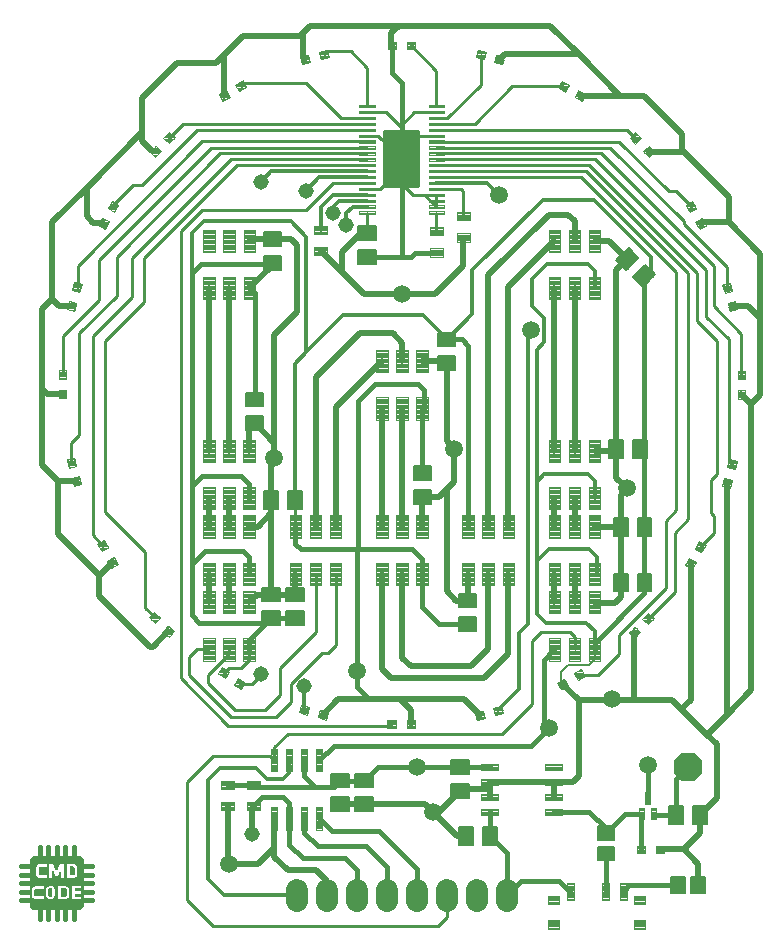
<source format=gbr>
G04 EAGLE Gerber RS-274X export*
G75*
%MOMM*%
%FSLAX34Y34*%
%LPD*%
%INTop Copper*%
%IPPOS*%
%AMOC8*
5,1,8,0,0,1.08239X$1,22.5*%
G01*
%ADD10C,0.130000*%
%ADD11C,0.104000*%
%ADD12C,0.102000*%
%ADD13C,0.310000*%
%ADD14C,0.100000*%
%ADD15C,1.879600*%
%ADD16C,0.105000*%
%ADD17C,0.100581*%
%ADD18C,0.110000*%
%ADD19C,0.406400*%
%ADD20P,2.597736X8X112.500000*%
%ADD21C,0.254000*%
%ADD22C,1.508000*%
%ADD23C,0.508000*%
%ADD24C,0.304800*%
%ADD25C,1.308000*%
%ADD26C,0.200000*%

G36*
X73652Y67511D02*
X73652Y67511D01*
X73654Y67553D01*
X73632Y67620D01*
X73620Y67690D01*
X73598Y67726D01*
X73585Y67767D01*
X73531Y67839D01*
X73505Y67883D01*
X73489Y67896D01*
X73473Y67917D01*
X71092Y70298D01*
X71057Y70323D01*
X71029Y70354D01*
X70966Y70386D01*
X70908Y70427D01*
X70867Y70437D01*
X70829Y70457D01*
X70740Y70470D01*
X70691Y70483D01*
X70670Y70480D01*
X70644Y70484D01*
X30956Y70484D01*
X30914Y70477D01*
X30872Y70479D01*
X30805Y70457D01*
X30735Y70445D01*
X30699Y70423D01*
X30658Y70410D01*
X30586Y70356D01*
X30542Y70330D01*
X30529Y70314D01*
X30508Y70298D01*
X28127Y67917D01*
X28102Y67882D01*
X28071Y67854D01*
X28039Y67791D01*
X27998Y67733D01*
X27988Y67692D01*
X27968Y67654D01*
X27955Y67565D01*
X27943Y67516D01*
X27945Y67495D01*
X27941Y67469D01*
X27941Y27781D01*
X27948Y27739D01*
X27946Y27697D01*
X27968Y27630D01*
X27980Y27560D01*
X28002Y27524D01*
X28015Y27483D01*
X28069Y27411D01*
X28095Y27367D01*
X28111Y27354D01*
X28127Y27333D01*
X30508Y24952D01*
X30543Y24927D01*
X30571Y24896D01*
X30634Y24864D01*
X30692Y24823D01*
X30733Y24813D01*
X30771Y24793D01*
X30861Y24780D01*
X30909Y24768D01*
X30930Y24770D01*
X30956Y24766D01*
X70644Y24766D01*
X70686Y24773D01*
X70728Y24771D01*
X70795Y24793D01*
X70865Y24805D01*
X70901Y24827D01*
X70942Y24840D01*
X71014Y24894D01*
X71058Y24920D01*
X71071Y24936D01*
X71092Y24952D01*
X73473Y27333D01*
X73498Y27368D01*
X73529Y27396D01*
X73561Y27459D01*
X73602Y27517D01*
X73612Y27558D01*
X73632Y27596D01*
X73645Y27686D01*
X73658Y27734D01*
X73655Y27755D01*
X73659Y27781D01*
X73659Y67469D01*
X73652Y67511D01*
G37*
%LPC*%
G36*
X65233Y63660D02*
X65233Y63660D01*
X66254Y63489D01*
X67076Y62996D01*
X67759Y62313D01*
X68248Y61498D01*
X68422Y60280D01*
X68422Y55615D01*
X68248Y54570D01*
X67741Y53557D01*
X67076Y52891D01*
X66254Y52398D01*
X65233Y52228D01*
X59372Y52228D01*
X59372Y63660D01*
X65233Y63660D01*
G37*
%LPD*%
%LPC*%
G36*
X52228Y33972D02*
X52228Y33972D01*
X52228Y45403D01*
X58090Y45403D01*
X59110Y45233D01*
X59932Y44740D01*
X60597Y44074D01*
X61104Y43061D01*
X61278Y42016D01*
X61278Y37351D01*
X61104Y36134D01*
X60615Y35318D01*
X59932Y34635D01*
X59110Y34142D01*
X58090Y33972D01*
X52228Y33972D01*
G37*
%LPD*%
%LPC*%
G36*
X47979Y63660D02*
X47979Y63660D01*
X50206Y57721D01*
X50262Y57627D01*
X50318Y57531D01*
X50320Y57530D01*
X50321Y57528D01*
X50407Y57459D01*
X50492Y57389D01*
X50494Y57389D01*
X50496Y57387D01*
X50601Y57352D01*
X50704Y57317D01*
X50706Y57317D01*
X50708Y57316D01*
X50820Y57320D01*
X50929Y57323D01*
X50930Y57323D01*
X50933Y57324D01*
X51035Y57366D01*
X51137Y57406D01*
X51138Y57408D01*
X51140Y57408D01*
X51220Y57482D01*
X51303Y57557D01*
X51304Y57559D01*
X51305Y57560D01*
X51312Y57574D01*
X51394Y57721D01*
X53621Y63660D01*
X57016Y63660D01*
X57016Y52228D01*
X54609Y52228D01*
X54609Y57944D01*
X54607Y57955D01*
X54609Y57965D01*
X54597Y58021D01*
X54596Y58063D01*
X54582Y58098D01*
X54570Y58165D01*
X54564Y58174D01*
X54562Y58185D01*
X54520Y58251D01*
X54511Y58271D01*
X54498Y58285D01*
X54455Y58358D01*
X54447Y58365D01*
X54441Y58374D01*
X54364Y58432D01*
X54360Y58437D01*
X54356Y58439D01*
X54281Y58499D01*
X54271Y58503D01*
X54262Y58509D01*
X54165Y58539D01*
X54069Y58571D01*
X54058Y58571D01*
X54047Y58574D01*
X53946Y58567D01*
X53844Y58564D01*
X53834Y58560D01*
X53824Y58560D01*
X53730Y58518D01*
X53637Y58480D01*
X53629Y58473D01*
X53619Y58468D01*
X53569Y58420D01*
X53557Y58413D01*
X53540Y58392D01*
X53471Y58329D01*
X53466Y58319D01*
X53458Y58311D01*
X53430Y58257D01*
X53416Y58239D01*
X53405Y58207D01*
X53373Y58144D01*
X51930Y53816D01*
X49670Y53816D01*
X48227Y58144D01*
X48222Y58154D01*
X48220Y58165D01*
X48183Y58226D01*
X48165Y58271D01*
X48146Y58291D01*
X48119Y58341D01*
X48111Y58348D01*
X48105Y58358D01*
X48029Y58420D01*
X48014Y58437D01*
X48004Y58442D01*
X47950Y58488D01*
X47940Y58492D01*
X47931Y58499D01*
X47835Y58532D01*
X47740Y58568D01*
X47729Y58568D01*
X47719Y58571D01*
X47618Y58568D01*
X47516Y58569D01*
X47505Y58565D01*
X47494Y58564D01*
X47401Y58526D01*
X47305Y58491D01*
X47297Y58484D01*
X47287Y58480D01*
X47217Y58416D01*
X47211Y58413D01*
X47206Y58407D01*
X47134Y58346D01*
X47129Y58336D01*
X47121Y58329D01*
X47084Y58256D01*
X47070Y58239D01*
X47062Y58215D01*
X47025Y58150D01*
X47023Y58139D01*
X47018Y58129D01*
X47007Y58055D01*
X46998Y58026D01*
X46999Y57996D01*
X46991Y57944D01*
X46991Y52228D01*
X44584Y52228D01*
X44584Y63660D01*
X47979Y63660D01*
G37*
%LPD*%
%LPC*%
G36*
X44528Y33972D02*
X44528Y33972D01*
X43934Y34120D01*
X43279Y34612D01*
X42623Y35268D01*
X41909Y37409D01*
X41909Y41966D01*
X42623Y44107D01*
X43279Y44763D01*
X43934Y45255D01*
X44528Y45403D01*
X46753Y45403D01*
X47347Y45255D01*
X48002Y44763D01*
X48658Y44107D01*
X49372Y41966D01*
X49372Y37409D01*
X48658Y35268D01*
X48002Y34612D01*
X47347Y34120D01*
X46753Y33972D01*
X44528Y33972D01*
G37*
%LPD*%
%LPC*%
G36*
X33192Y33972D02*
X33192Y33972D01*
X32172Y34142D01*
X31349Y34635D01*
X30666Y35318D01*
X30177Y36134D01*
X30003Y37351D01*
X30003Y42016D01*
X30177Y43061D01*
X30684Y44074D01*
X31349Y44740D01*
X32172Y45233D01*
X33192Y45403D01*
X39847Y45403D01*
X39847Y42997D01*
X33338Y42997D01*
X33297Y42989D01*
X33237Y42989D01*
X32642Y42893D01*
X32580Y42872D01*
X32515Y42860D01*
X32475Y42835D01*
X32430Y42819D01*
X32380Y42777D01*
X32323Y42744D01*
X32294Y42706D01*
X32257Y42676D01*
X32225Y42619D01*
X32184Y42568D01*
X32165Y42516D01*
X32145Y42482D01*
X32139Y42443D01*
X32120Y42392D01*
X31922Y41399D01*
X31921Y41351D01*
X31910Y41275D01*
X31910Y38100D01*
X31918Y38052D01*
X31922Y37976D01*
X32120Y36983D01*
X32144Y36922D01*
X32159Y36858D01*
X32185Y36819D01*
X32202Y36775D01*
X32246Y36726D01*
X32282Y36671D01*
X32321Y36643D01*
X32352Y36608D01*
X32410Y36577D01*
X32463Y36538D01*
X32516Y36522D01*
X32551Y36503D01*
X32590Y36498D01*
X32642Y36482D01*
X33237Y36386D01*
X33279Y36387D01*
X33338Y36378D01*
X39847Y36378D01*
X39847Y33972D01*
X33192Y33972D01*
G37*
%LPD*%
%LPC*%
G36*
X35868Y52228D02*
X35868Y52228D01*
X34507Y52909D01*
X33859Y53557D01*
X33352Y54570D01*
X33178Y55615D01*
X33178Y60280D01*
X33352Y61498D01*
X33841Y62313D01*
X34507Y62979D01*
X35868Y63660D01*
X42228Y63660D01*
X42228Y61253D01*
X36513Y61253D01*
X36471Y61246D01*
X36428Y61247D01*
X36361Y61226D01*
X36292Y61213D01*
X36255Y61192D01*
X36215Y61179D01*
X36142Y61125D01*
X36098Y61099D01*
X36085Y61083D01*
X36064Y61067D01*
X35969Y60972D01*
X35916Y60896D01*
X35859Y60824D01*
X35851Y60803D01*
X35841Y60788D01*
X35828Y60739D01*
X35795Y60648D01*
X35597Y59656D01*
X35596Y59607D01*
X35585Y59531D01*
X35585Y56356D01*
X35593Y56312D01*
X35591Y56266D01*
X35596Y56251D01*
X35597Y56232D01*
X35795Y55240D01*
X35819Y55179D01*
X35834Y55115D01*
X35860Y55075D01*
X35877Y55031D01*
X35921Y54982D01*
X35957Y54927D01*
X35996Y54899D01*
X36027Y54864D01*
X36085Y54833D01*
X36138Y54794D01*
X36191Y54778D01*
X36226Y54759D01*
X36265Y54754D01*
X36317Y54738D01*
X36912Y54642D01*
X36954Y54643D01*
X37013Y54635D01*
X42228Y54635D01*
X42228Y52228D01*
X35868Y52228D01*
G37*
%LPD*%
%LPC*%
G36*
X64134Y33972D02*
X64134Y33972D01*
X64134Y45403D01*
X71597Y45403D01*
X71597Y43497D01*
X66675Y43497D01*
X66610Y43485D01*
X66544Y43483D01*
X66501Y43465D01*
X66454Y43457D01*
X66397Y43424D01*
X66337Y43399D01*
X66302Y43367D01*
X66261Y43343D01*
X66220Y43292D01*
X66171Y43247D01*
X66149Y43205D01*
X66120Y43169D01*
X66099Y43107D01*
X66068Y43048D01*
X66060Y42993D01*
X66048Y42956D01*
X66049Y42917D01*
X66041Y42863D01*
X66041Y41275D01*
X66052Y41210D01*
X66054Y41144D01*
X66072Y41101D01*
X66080Y41054D01*
X66114Y40997D01*
X66139Y40937D01*
X66170Y40902D01*
X66195Y40861D01*
X66246Y40820D01*
X66290Y40771D01*
X66332Y40749D01*
X66369Y40720D01*
X66431Y40699D01*
X66490Y40668D01*
X66544Y40660D01*
X66581Y40648D01*
X66621Y40649D01*
X66675Y40641D01*
X71597Y40641D01*
X71597Y38734D01*
X66675Y38734D01*
X66610Y38723D01*
X66544Y38721D01*
X66501Y38703D01*
X66454Y38695D01*
X66397Y38661D01*
X66337Y38636D01*
X66302Y38605D01*
X66261Y38580D01*
X66220Y38529D01*
X66171Y38485D01*
X66149Y38443D01*
X66120Y38406D01*
X66099Y38344D01*
X66068Y38285D01*
X66060Y38231D01*
X66048Y38194D01*
X66049Y38154D01*
X66041Y38100D01*
X66041Y36513D01*
X66052Y36448D01*
X66054Y36382D01*
X66072Y36338D01*
X66080Y36292D01*
X66114Y36235D01*
X66139Y36174D01*
X66170Y36139D01*
X66195Y36098D01*
X66246Y36057D01*
X66290Y36008D01*
X66332Y35987D01*
X66369Y35957D01*
X66431Y35936D01*
X66490Y35906D01*
X66544Y35898D01*
X66581Y35885D01*
X66621Y35886D01*
X66675Y35878D01*
X71597Y35878D01*
X71597Y33972D01*
X64134Y33972D01*
G37*
%LPD*%
G36*
X57986Y35886D02*
X57986Y35886D01*
X58028Y35884D01*
X58095Y35905D01*
X58165Y35918D01*
X58201Y35940D01*
X58242Y35953D01*
X58314Y36006D01*
X58358Y36032D01*
X58371Y36048D01*
X58392Y36064D01*
X58988Y36659D01*
X59040Y36735D01*
X59097Y36807D01*
X59105Y36829D01*
X59116Y36844D01*
X59128Y36892D01*
X59161Y36983D01*
X59359Y37976D01*
X59360Y38024D01*
X59372Y38100D01*
X59372Y41275D01*
X59363Y41323D01*
X59359Y41399D01*
X59161Y42392D01*
X59127Y42477D01*
X59099Y42565D01*
X59085Y42583D01*
X59079Y42600D01*
X59045Y42638D01*
X58988Y42716D01*
X58392Y43311D01*
X58359Y43334D01*
X58336Y43359D01*
X58335Y43360D01*
X58329Y43367D01*
X58266Y43399D01*
X58208Y43439D01*
X58167Y43450D01*
X58129Y43469D01*
X58040Y43482D01*
X57991Y43495D01*
X57970Y43493D01*
X57944Y43497D01*
X55269Y43497D01*
X55204Y43485D01*
X55138Y43483D01*
X55095Y43465D01*
X55048Y43457D01*
X54991Y43424D01*
X54930Y43399D01*
X54895Y43367D01*
X54855Y43343D01*
X54813Y43292D01*
X54765Y43247D01*
X54743Y43205D01*
X54713Y43169D01*
X54692Y43107D01*
X54662Y43048D01*
X54654Y42993D01*
X54641Y42956D01*
X54642Y42949D01*
X54641Y42949D01*
X54642Y42916D01*
X54635Y42863D01*
X54635Y36513D01*
X54646Y36448D01*
X54648Y36382D01*
X54666Y36338D01*
X54674Y36292D01*
X54708Y36235D01*
X54732Y36174D01*
X54764Y36139D01*
X54788Y36098D01*
X54839Y36057D01*
X54884Y36008D01*
X54926Y35987D01*
X54963Y35957D01*
X55025Y35936D01*
X55083Y35906D01*
X55138Y35898D01*
X55175Y35885D01*
X55214Y35886D01*
X55269Y35878D01*
X57944Y35878D01*
X57986Y35886D01*
G37*
G36*
X65129Y54142D02*
X65129Y54142D01*
X65172Y54140D01*
X65239Y54162D01*
X65308Y54174D01*
X65345Y54196D01*
X65385Y54209D01*
X65458Y54263D01*
X65502Y54288D01*
X65515Y54305D01*
X65536Y54320D01*
X66131Y54916D01*
X66184Y54991D01*
X66241Y55063D01*
X66249Y55085D01*
X66259Y55100D01*
X66272Y55149D01*
X66305Y55240D01*
X66503Y56232D01*
X66504Y56280D01*
X66516Y56356D01*
X66516Y59531D01*
X66498Y59630D01*
X66484Y59729D01*
X66478Y59741D01*
X66476Y59752D01*
X66452Y59792D01*
X66400Y59896D01*
X65701Y60889D01*
X65670Y60920D01*
X65631Y60972D01*
X65036Y61567D01*
X65003Y61590D01*
X64980Y61615D01*
X64979Y61616D01*
X64972Y61623D01*
X64910Y61655D01*
X64852Y61695D01*
X64811Y61706D01*
X64773Y61725D01*
X64683Y61739D01*
X64635Y61751D01*
X64614Y61749D01*
X64588Y61753D01*
X62413Y61753D01*
X62348Y61741D01*
X62282Y61739D01*
X62238Y61722D01*
X62192Y61713D01*
X62135Y61680D01*
X62074Y61655D01*
X62039Y61623D01*
X61998Y61599D01*
X61957Y61548D01*
X61908Y61504D01*
X61887Y61462D01*
X61857Y61425D01*
X61836Y61363D01*
X61806Y61304D01*
X61798Y61250D01*
X61785Y61212D01*
X61785Y61206D01*
X61785Y61205D01*
X61786Y61172D01*
X61778Y61119D01*
X61778Y54769D01*
X61790Y54704D01*
X61792Y54638D01*
X61810Y54595D01*
X61818Y54548D01*
X61851Y54491D01*
X61876Y54430D01*
X61908Y54395D01*
X61932Y54355D01*
X61983Y54313D01*
X62028Y54265D01*
X62070Y54243D01*
X62106Y54213D01*
X62169Y54192D01*
X62227Y54162D01*
X62282Y54154D01*
X62319Y54141D01*
X62358Y54143D01*
X62413Y54135D01*
X65088Y54135D01*
X65129Y54142D01*
G37*
G36*
X46045Y35880D02*
X46045Y35880D01*
X46053Y35878D01*
X46155Y35899D01*
X46258Y35918D01*
X46265Y35922D01*
X46273Y35924D01*
X46361Y35979D01*
X46452Y36032D01*
X46456Y36038D01*
X46463Y36042D01*
X46527Y36125D01*
X46593Y36206D01*
X46595Y36214D01*
X46600Y36220D01*
X46661Y36397D01*
X46955Y37985D01*
X46955Y38031D01*
X46966Y38100D01*
X46966Y41275D01*
X46957Y41320D01*
X46955Y41390D01*
X46661Y42978D01*
X46660Y42982D01*
X46660Y42986D01*
X46658Y42989D01*
X46658Y42993D01*
X46619Y43089D01*
X46582Y43188D01*
X46577Y43194D01*
X46574Y43201D01*
X46503Y43278D01*
X46435Y43357D01*
X46428Y43361D01*
X46422Y43367D01*
X46329Y43414D01*
X46238Y43464D01*
X46230Y43466D01*
X46223Y43469D01*
X46038Y43497D01*
X45244Y43497D01*
X45213Y43491D01*
X45181Y43494D01*
X45103Y43471D01*
X45023Y43457D01*
X44996Y43441D01*
X44965Y43432D01*
X44900Y43384D01*
X44830Y43343D01*
X44810Y43318D01*
X44784Y43300D01*
X44718Y43205D01*
X44688Y43169D01*
X44687Y43164D01*
X44685Y43161D01*
X44682Y43154D01*
X44676Y43146D01*
X43883Y41559D01*
X43868Y41508D01*
X43843Y41460D01*
X43833Y41389D01*
X43819Y41343D01*
X43822Y41314D01*
X43816Y41275D01*
X43816Y38100D01*
X43825Y38048D01*
X43825Y37995D01*
X43847Y37925D01*
X43855Y37879D01*
X43871Y37853D01*
X43883Y37816D01*
X44676Y36229D01*
X44695Y36203D01*
X44707Y36174D01*
X44762Y36114D01*
X44811Y36049D01*
X44837Y36032D01*
X44859Y36008D01*
X44931Y35971D01*
X44999Y35927D01*
X45030Y35920D01*
X45058Y35906D01*
X45172Y35889D01*
X45218Y35879D01*
X45230Y35880D01*
X45244Y35878D01*
X46038Y35878D01*
X46045Y35880D01*
G37*
D10*
X283480Y128610D02*
X283480Y140310D01*
X298180Y140310D01*
X298180Y128610D01*
X283480Y128610D01*
X283480Y129845D02*
X298180Y129845D01*
X298180Y131080D02*
X283480Y131080D01*
X283480Y132315D02*
X298180Y132315D01*
X298180Y133550D02*
X283480Y133550D01*
X283480Y134785D02*
X298180Y134785D01*
X298180Y136020D02*
X283480Y136020D01*
X283480Y137255D02*
X298180Y137255D01*
X298180Y138490D02*
X283480Y138490D01*
X283480Y139725D02*
X298180Y139725D01*
X283480Y120310D02*
X283480Y108610D01*
X283480Y120310D02*
X298180Y120310D01*
X298180Y108610D01*
X283480Y108610D01*
X283480Y109845D02*
X298180Y109845D01*
X298180Y111080D02*
X283480Y111080D01*
X283480Y112315D02*
X298180Y112315D01*
X298180Y113550D02*
X283480Y113550D01*
X283480Y114785D02*
X298180Y114785D01*
X298180Y116020D02*
X283480Y116020D01*
X283480Y117255D02*
X298180Y117255D01*
X298180Y118490D02*
X283480Y118490D01*
X283480Y119725D02*
X298180Y119725D01*
X391430Y281010D02*
X391430Y292710D01*
X406130Y292710D01*
X406130Y281010D01*
X391430Y281010D01*
X391430Y282245D02*
X406130Y282245D01*
X406130Y283480D02*
X391430Y283480D01*
X391430Y284715D02*
X406130Y284715D01*
X406130Y285950D02*
X391430Y285950D01*
X391430Y287185D02*
X406130Y287185D01*
X406130Y288420D02*
X391430Y288420D01*
X391430Y289655D02*
X406130Y289655D01*
X406130Y290890D02*
X391430Y290890D01*
X391430Y292125D02*
X406130Y292125D01*
X391430Y272710D02*
X391430Y261010D01*
X391430Y272710D02*
X406130Y272710D01*
X406130Y261010D01*
X391430Y261010D01*
X391430Y262245D02*
X406130Y262245D01*
X406130Y263480D02*
X391430Y263480D01*
X391430Y264715D02*
X406130Y264715D01*
X406130Y265950D02*
X391430Y265950D01*
X391430Y267185D02*
X406130Y267185D01*
X406130Y268420D02*
X391430Y268420D01*
X391430Y269655D02*
X406130Y269655D01*
X406130Y270890D02*
X391430Y270890D01*
X391430Y272125D02*
X406130Y272125D01*
X368030Y368960D02*
X368030Y380660D01*
X368030Y368960D02*
X353330Y368960D01*
X353330Y380660D01*
X368030Y380660D01*
X368030Y370195D02*
X353330Y370195D01*
X353330Y371430D02*
X368030Y371430D01*
X368030Y372665D02*
X353330Y372665D01*
X353330Y373900D02*
X368030Y373900D01*
X368030Y375135D02*
X353330Y375135D01*
X353330Y376370D02*
X368030Y376370D01*
X368030Y377605D02*
X353330Y377605D01*
X353330Y378840D02*
X368030Y378840D01*
X368030Y380075D02*
X353330Y380075D01*
X368030Y388960D02*
X368030Y400660D01*
X368030Y388960D02*
X353330Y388960D01*
X353330Y400660D01*
X368030Y400660D01*
X368030Y390195D02*
X353330Y390195D01*
X353330Y391430D02*
X368030Y391430D01*
X368030Y392665D02*
X353330Y392665D01*
X353330Y393900D02*
X368030Y393900D01*
X368030Y395135D02*
X353330Y395135D01*
X353330Y396370D02*
X368030Y396370D01*
X368030Y397605D02*
X353330Y397605D01*
X353330Y398840D02*
X368030Y398840D01*
X368030Y400075D02*
X353330Y400075D01*
X388350Y481990D02*
X388350Y493690D01*
X388350Y481990D02*
X373650Y481990D01*
X373650Y493690D01*
X388350Y493690D01*
X388350Y483225D02*
X373650Y483225D01*
X373650Y484460D02*
X388350Y484460D01*
X388350Y485695D02*
X373650Y485695D01*
X373650Y486930D02*
X388350Y486930D01*
X388350Y488165D02*
X373650Y488165D01*
X373650Y489400D02*
X388350Y489400D01*
X388350Y490635D02*
X373650Y490635D01*
X373650Y491870D02*
X388350Y491870D01*
X388350Y493105D02*
X373650Y493105D01*
X388350Y501990D02*
X388350Y513690D01*
X388350Y501990D02*
X373650Y501990D01*
X373650Y513690D01*
X388350Y513690D01*
X388350Y503225D02*
X373650Y503225D01*
X373650Y504460D02*
X388350Y504460D01*
X388350Y505695D02*
X373650Y505695D01*
X373650Y506930D02*
X388350Y506930D01*
X388350Y508165D02*
X373650Y508165D01*
X373650Y509400D02*
X388350Y509400D01*
X388350Y510635D02*
X373650Y510635D01*
X373650Y511870D02*
X388350Y511870D01*
X388350Y513105D02*
X373650Y513105D01*
X238420Y364760D02*
X226720Y364760D01*
X226720Y379460D01*
X238420Y379460D01*
X238420Y364760D01*
X238420Y365995D02*
X226720Y365995D01*
X226720Y367230D02*
X238420Y367230D01*
X238420Y368465D02*
X226720Y368465D01*
X226720Y369700D02*
X238420Y369700D01*
X238420Y370935D02*
X226720Y370935D01*
X226720Y372170D02*
X238420Y372170D01*
X238420Y373405D02*
X226720Y373405D01*
X226720Y374640D02*
X238420Y374640D01*
X238420Y375875D02*
X226720Y375875D01*
X226720Y377110D02*
X238420Y377110D01*
X238420Y378345D02*
X226720Y378345D01*
X246720Y364760D02*
X258420Y364760D01*
X246720Y364760D02*
X246720Y379460D01*
X258420Y379460D01*
X258420Y364760D01*
X258420Y365995D02*
X246720Y365995D01*
X246720Y367230D02*
X258420Y367230D01*
X258420Y368465D02*
X246720Y368465D01*
X246720Y369700D02*
X258420Y369700D01*
X258420Y370935D02*
X246720Y370935D01*
X246720Y372170D02*
X258420Y372170D01*
X258420Y373405D02*
X246720Y373405D01*
X246720Y374640D02*
X258420Y374640D01*
X258420Y375875D02*
X246720Y375875D01*
X246720Y377110D02*
X258420Y377110D01*
X258420Y378345D02*
X246720Y378345D01*
X303800Y140310D02*
X303800Y128610D01*
X303800Y140310D02*
X318500Y140310D01*
X318500Y128610D01*
X303800Y128610D01*
X303800Y129845D02*
X318500Y129845D01*
X318500Y131080D02*
X303800Y131080D01*
X303800Y132315D02*
X318500Y132315D01*
X318500Y133550D02*
X303800Y133550D01*
X303800Y134785D02*
X318500Y134785D01*
X318500Y136020D02*
X303800Y136020D01*
X303800Y137255D02*
X318500Y137255D01*
X318500Y138490D02*
X303800Y138490D01*
X303800Y139725D02*
X318500Y139725D01*
X303800Y120310D02*
X303800Y108610D01*
X303800Y120310D02*
X318500Y120310D01*
X318500Y108610D01*
X303800Y108610D01*
X303800Y109845D02*
X318500Y109845D01*
X318500Y111080D02*
X303800Y111080D01*
X303800Y112315D02*
X318500Y112315D01*
X318500Y113550D02*
X303800Y113550D01*
X303800Y114785D02*
X318500Y114785D01*
X318500Y116020D02*
X303800Y116020D01*
X303800Y117255D02*
X318500Y117255D01*
X318500Y118490D02*
X303800Y118490D01*
X303800Y119725D02*
X318500Y119725D01*
X306340Y592160D02*
X306340Y603860D01*
X321040Y603860D01*
X321040Y592160D01*
X306340Y592160D01*
X306340Y593395D02*
X321040Y593395D01*
X321040Y594630D02*
X306340Y594630D01*
X306340Y595865D02*
X321040Y595865D01*
X321040Y597100D02*
X306340Y597100D01*
X306340Y598335D02*
X321040Y598335D01*
X321040Y599570D02*
X306340Y599570D01*
X306340Y600805D02*
X321040Y600805D01*
X321040Y602040D02*
X306340Y602040D01*
X306340Y603275D02*
X321040Y603275D01*
X306340Y583860D02*
X306340Y572160D01*
X306340Y583860D02*
X321040Y583860D01*
X321040Y572160D01*
X306340Y572160D01*
X306340Y573395D02*
X321040Y573395D01*
X321040Y574630D02*
X306340Y574630D01*
X306340Y575865D02*
X321040Y575865D01*
X321040Y577100D02*
X306340Y577100D01*
X306340Y578335D02*
X321040Y578335D01*
X321040Y579570D02*
X306340Y579570D01*
X306340Y580805D02*
X321040Y580805D01*
X321040Y582040D02*
X306340Y582040D01*
X306340Y583275D02*
X321040Y583275D01*
X385080Y151740D02*
X385080Y140040D01*
X385080Y151740D02*
X399780Y151740D01*
X399780Y140040D01*
X385080Y140040D01*
X385080Y141275D02*
X399780Y141275D01*
X399780Y142510D02*
X385080Y142510D01*
X385080Y143745D02*
X399780Y143745D01*
X399780Y144980D02*
X385080Y144980D01*
X385080Y146215D02*
X399780Y146215D01*
X399780Y147450D02*
X385080Y147450D01*
X385080Y148685D02*
X399780Y148685D01*
X399780Y149920D02*
X385080Y149920D01*
X385080Y151155D02*
X399780Y151155D01*
X385080Y131740D02*
X385080Y120040D01*
X385080Y131740D02*
X399780Y131740D01*
X399780Y120040D01*
X385080Y120040D01*
X385080Y121275D02*
X399780Y121275D01*
X399780Y122510D02*
X385080Y122510D01*
X385080Y123745D02*
X399780Y123745D01*
X399780Y124980D02*
X385080Y124980D01*
X385080Y126215D02*
X399780Y126215D01*
X399780Y127450D02*
X385080Y127450D01*
X385080Y128685D02*
X399780Y128685D01*
X399780Y129920D02*
X385080Y129920D01*
X385080Y131155D02*
X399780Y131155D01*
X411820Y94980D02*
X423520Y94980D01*
X423520Y80280D01*
X411820Y80280D01*
X411820Y94980D01*
X411820Y81515D02*
X423520Y81515D01*
X423520Y82750D02*
X411820Y82750D01*
X411820Y83985D02*
X423520Y83985D01*
X423520Y85220D02*
X411820Y85220D01*
X411820Y86455D02*
X423520Y86455D01*
X423520Y87690D02*
X411820Y87690D01*
X411820Y88925D02*
X423520Y88925D01*
X423520Y90160D02*
X411820Y90160D01*
X411820Y91395D02*
X423520Y91395D01*
X423520Y92630D02*
X411820Y92630D01*
X411820Y93865D02*
X423520Y93865D01*
X403520Y94980D02*
X391820Y94980D01*
X403520Y94980D02*
X403520Y80280D01*
X391820Y80280D01*
X391820Y94980D01*
X391820Y81515D02*
X403520Y81515D01*
X403520Y82750D02*
X391820Y82750D01*
X391820Y83985D02*
X403520Y83985D01*
X403520Y85220D02*
X391820Y85220D01*
X391820Y86455D02*
X403520Y86455D01*
X403520Y87690D02*
X391820Y87690D01*
X391820Y88925D02*
X403520Y88925D01*
X403520Y90160D02*
X391820Y90160D01*
X391820Y91395D02*
X403520Y91395D01*
X403520Y92630D02*
X391820Y92630D01*
X391820Y93865D02*
X403520Y93865D01*
X522630Y294910D02*
X534330Y294910D01*
X522630Y294910D02*
X522630Y309610D01*
X534330Y309610D01*
X534330Y294910D01*
X534330Y296145D02*
X522630Y296145D01*
X522630Y297380D02*
X534330Y297380D01*
X534330Y298615D02*
X522630Y298615D01*
X522630Y299850D02*
X534330Y299850D01*
X534330Y301085D02*
X522630Y301085D01*
X522630Y302320D02*
X534330Y302320D01*
X534330Y303555D02*
X522630Y303555D01*
X522630Y304790D02*
X534330Y304790D01*
X534330Y306025D02*
X522630Y306025D01*
X522630Y307260D02*
X534330Y307260D01*
X534330Y308495D02*
X522630Y308495D01*
X542630Y294910D02*
X554330Y294910D01*
X542630Y294910D02*
X542630Y309610D01*
X554330Y309610D01*
X554330Y294910D01*
X554330Y296145D02*
X542630Y296145D01*
X542630Y297380D02*
X554330Y297380D01*
X554330Y298615D02*
X542630Y298615D01*
X542630Y299850D02*
X554330Y299850D01*
X554330Y301085D02*
X542630Y301085D01*
X542630Y302320D02*
X554330Y302320D01*
X554330Y303555D02*
X542630Y303555D01*
X542630Y304790D02*
X554330Y304790D01*
X554330Y306025D02*
X542630Y306025D01*
X542630Y307260D02*
X554330Y307260D01*
X554330Y308495D02*
X542630Y308495D01*
X534330Y341900D02*
X522630Y341900D01*
X522630Y356600D01*
X534330Y356600D01*
X534330Y341900D01*
X534330Y343135D02*
X522630Y343135D01*
X522630Y344370D02*
X534330Y344370D01*
X534330Y345605D02*
X522630Y345605D01*
X522630Y346840D02*
X534330Y346840D01*
X534330Y348075D02*
X522630Y348075D01*
X522630Y349310D02*
X534330Y349310D01*
X534330Y350545D02*
X522630Y350545D01*
X522630Y351780D02*
X534330Y351780D01*
X534330Y353015D02*
X522630Y353015D01*
X522630Y354250D02*
X534330Y354250D01*
X534330Y355485D02*
X522630Y355485D01*
X542630Y341900D02*
X554330Y341900D01*
X542630Y341900D02*
X542630Y356600D01*
X554330Y356600D01*
X554330Y341900D01*
X554330Y343135D02*
X542630Y343135D01*
X542630Y344370D02*
X554330Y344370D01*
X554330Y345605D02*
X542630Y345605D01*
X542630Y346840D02*
X554330Y346840D01*
X554330Y348075D02*
X542630Y348075D01*
X542630Y349310D02*
X554330Y349310D01*
X554330Y350545D02*
X542630Y350545D01*
X542630Y351780D02*
X554330Y351780D01*
X554330Y353015D02*
X542630Y353015D01*
X542630Y354250D02*
X554330Y354250D01*
X554330Y355485D02*
X542630Y355485D01*
X530520Y407940D02*
X518820Y407940D01*
X518820Y422640D01*
X530520Y422640D01*
X530520Y407940D01*
X530520Y409175D02*
X518820Y409175D01*
X518820Y410410D02*
X530520Y410410D01*
X530520Y411645D02*
X518820Y411645D01*
X518820Y412880D02*
X530520Y412880D01*
X530520Y414115D02*
X518820Y414115D01*
X518820Y415350D02*
X530520Y415350D01*
X530520Y416585D02*
X518820Y416585D01*
X518820Y417820D02*
X530520Y417820D01*
X530520Y419055D02*
X518820Y419055D01*
X518820Y420290D02*
X530520Y420290D01*
X530520Y421525D02*
X518820Y421525D01*
X538820Y407940D02*
X550520Y407940D01*
X538820Y407940D02*
X538820Y422640D01*
X550520Y422640D01*
X550520Y407940D01*
X550520Y409175D02*
X538820Y409175D01*
X538820Y410410D02*
X550520Y410410D01*
X550520Y411645D02*
X538820Y411645D01*
X538820Y412880D02*
X550520Y412880D01*
X550520Y414115D02*
X538820Y414115D01*
X538820Y415350D02*
X550520Y415350D01*
X550520Y416585D02*
X538820Y416585D01*
X538820Y417820D02*
X550520Y417820D01*
X550520Y419055D02*
X538820Y419055D01*
X538820Y420290D02*
X550520Y420290D01*
X550520Y421525D02*
X538820Y421525D01*
X532889Y566698D02*
X524616Y574971D01*
X535009Y585364D01*
X543282Y577091D01*
X532889Y566698D01*
X534124Y567933D02*
X531654Y567933D01*
X530419Y569168D02*
X535359Y569168D01*
X536594Y570403D02*
X529184Y570403D01*
X527949Y571638D02*
X537829Y571638D01*
X539064Y572873D02*
X526714Y572873D01*
X525479Y574108D02*
X540299Y574108D01*
X541534Y575343D02*
X524988Y575343D01*
X526223Y576578D02*
X542769Y576578D01*
X542560Y577813D02*
X527458Y577813D01*
X528693Y579048D02*
X541325Y579048D01*
X540090Y580283D02*
X529928Y580283D01*
X531163Y581518D02*
X538855Y581518D01*
X537620Y582753D02*
X532398Y582753D01*
X533633Y583988D02*
X536385Y583988D01*
X535150Y585223D02*
X534868Y585223D01*
X538758Y560829D02*
X547031Y552556D01*
X538758Y560829D02*
X549151Y571222D01*
X557424Y562949D01*
X547031Y552556D01*
X548266Y553791D02*
X545796Y553791D01*
X544561Y555026D02*
X549501Y555026D01*
X550736Y556261D02*
X543326Y556261D01*
X542091Y557496D02*
X551971Y557496D01*
X553206Y558731D02*
X540856Y558731D01*
X539621Y559966D02*
X554441Y559966D01*
X555676Y561201D02*
X539130Y561201D01*
X540365Y562436D02*
X556911Y562436D01*
X556702Y563671D02*
X541600Y563671D01*
X542835Y564906D02*
X555467Y564906D01*
X554232Y566141D02*
X544070Y566141D01*
X545305Y567376D02*
X552997Y567376D01*
X551762Y568611D02*
X546540Y568611D01*
X547775Y569846D02*
X550527Y569846D01*
X549292Y571081D02*
X549010Y571081D01*
D11*
X424485Y143320D02*
X410275Y143320D01*
X410275Y148780D01*
X424485Y148780D01*
X424485Y143320D01*
X424485Y144308D02*
X410275Y144308D01*
X410275Y145296D02*
X424485Y145296D01*
X424485Y146284D02*
X410275Y146284D01*
X410275Y147272D02*
X424485Y147272D01*
X424485Y148260D02*
X410275Y148260D01*
X410275Y130620D02*
X424485Y130620D01*
X410275Y130620D02*
X410275Y136080D01*
X424485Y136080D01*
X424485Y130620D01*
X424485Y131608D02*
X410275Y131608D01*
X410275Y132596D02*
X424485Y132596D01*
X424485Y133584D02*
X410275Y133584D01*
X410275Y134572D02*
X424485Y134572D01*
X424485Y135560D02*
X410275Y135560D01*
X410275Y117920D02*
X424485Y117920D01*
X410275Y117920D02*
X410275Y123380D01*
X424485Y123380D01*
X424485Y117920D01*
X424485Y118908D02*
X410275Y118908D01*
X410275Y119896D02*
X424485Y119896D01*
X424485Y120884D02*
X410275Y120884D01*
X410275Y121872D02*
X424485Y121872D01*
X424485Y122860D02*
X410275Y122860D01*
X410275Y105220D02*
X424485Y105220D01*
X410275Y105220D02*
X410275Y110680D01*
X424485Y110680D01*
X424485Y105220D01*
X424485Y106208D02*
X410275Y106208D01*
X410275Y107196D02*
X424485Y107196D01*
X424485Y108184D02*
X410275Y108184D01*
X410275Y109172D02*
X424485Y109172D01*
X424485Y110160D02*
X410275Y110160D01*
X464515Y105220D02*
X478725Y105220D01*
X464515Y105220D02*
X464515Y110680D01*
X478725Y110680D01*
X478725Y105220D01*
X478725Y106208D02*
X464515Y106208D01*
X464515Y107196D02*
X478725Y107196D01*
X478725Y108184D02*
X464515Y108184D01*
X464515Y109172D02*
X478725Y109172D01*
X478725Y110160D02*
X464515Y110160D01*
X464515Y117920D02*
X478725Y117920D01*
X464515Y117920D02*
X464515Y123380D01*
X478725Y123380D01*
X478725Y117920D01*
X478725Y118908D02*
X464515Y118908D01*
X464515Y119896D02*
X478725Y119896D01*
X478725Y120884D02*
X464515Y120884D01*
X464515Y121872D02*
X478725Y121872D01*
X478725Y122860D02*
X464515Y122860D01*
X464515Y130620D02*
X478725Y130620D01*
X464515Y130620D02*
X464515Y136080D01*
X478725Y136080D01*
X478725Y130620D01*
X478725Y131608D02*
X464515Y131608D01*
X464515Y132596D02*
X478725Y132596D01*
X478725Y133584D02*
X464515Y133584D01*
X464515Y134572D02*
X478725Y134572D01*
X478725Y135560D02*
X464515Y135560D01*
X464515Y143320D02*
X478725Y143320D01*
X464515Y143320D02*
X464515Y148780D01*
X478725Y148780D01*
X478725Y143320D01*
X478725Y144308D02*
X464515Y144308D01*
X464515Y145296D02*
X478725Y145296D01*
X478725Y146284D02*
X464515Y146284D01*
X464515Y147272D02*
X478725Y147272D01*
X478725Y148260D02*
X464515Y148260D01*
D12*
X379140Y616390D02*
X365660Y616390D01*
X379140Y616390D02*
X379140Y614410D01*
X365660Y614410D01*
X365660Y616390D01*
X365660Y615379D02*
X379140Y615379D01*
X379140Y616348D02*
X365660Y616348D01*
X365660Y621390D02*
X379140Y621390D01*
X379140Y619410D01*
X365660Y619410D01*
X365660Y621390D01*
X365660Y620379D02*
X379140Y620379D01*
X379140Y621348D02*
X365660Y621348D01*
X365660Y626390D02*
X379140Y626390D01*
X379140Y624410D01*
X365660Y624410D01*
X365660Y626390D01*
X365660Y625379D02*
X379140Y625379D01*
X379140Y626348D02*
X365660Y626348D01*
X365660Y631390D02*
X379140Y631390D01*
X379140Y629410D01*
X365660Y629410D01*
X365660Y631390D01*
X365660Y630379D02*
X379140Y630379D01*
X379140Y631348D02*
X365660Y631348D01*
X365660Y636390D02*
X379140Y636390D01*
X379140Y634410D01*
X365660Y634410D01*
X365660Y636390D01*
X365660Y635379D02*
X379140Y635379D01*
X379140Y636348D02*
X365660Y636348D01*
X365660Y641390D02*
X379140Y641390D01*
X379140Y639410D01*
X365660Y639410D01*
X365660Y641390D01*
X365660Y640379D02*
X379140Y640379D01*
X379140Y641348D02*
X365660Y641348D01*
X365660Y646390D02*
X379140Y646390D01*
X379140Y644410D01*
X365660Y644410D01*
X365660Y646390D01*
X365660Y645379D02*
X379140Y645379D01*
X379140Y646348D02*
X365660Y646348D01*
X365660Y651390D02*
X379140Y651390D01*
X379140Y649410D01*
X365660Y649410D01*
X365660Y651390D01*
X365660Y650379D02*
X379140Y650379D01*
X379140Y651348D02*
X365660Y651348D01*
X365660Y656390D02*
X379140Y656390D01*
X379140Y654410D01*
X365660Y654410D01*
X365660Y656390D01*
X365660Y655379D02*
X379140Y655379D01*
X379140Y656348D02*
X365660Y656348D01*
X365660Y661390D02*
X379140Y661390D01*
X379140Y659410D01*
X365660Y659410D01*
X365660Y661390D01*
X365660Y660379D02*
X379140Y660379D01*
X379140Y661348D02*
X365660Y661348D01*
X365660Y666390D02*
X379140Y666390D01*
X379140Y664410D01*
X365660Y664410D01*
X365660Y666390D01*
X365660Y665379D02*
X379140Y665379D01*
X379140Y666348D02*
X365660Y666348D01*
X365660Y671390D02*
X379140Y671390D01*
X379140Y669410D01*
X365660Y669410D01*
X365660Y671390D01*
X365660Y670379D02*
X379140Y670379D01*
X379140Y671348D02*
X365660Y671348D01*
X365660Y676390D02*
X379140Y676390D01*
X379140Y674410D01*
X365660Y674410D01*
X365660Y676390D01*
X365660Y675379D02*
X379140Y675379D01*
X379140Y676348D02*
X365660Y676348D01*
X365660Y681390D02*
X379140Y681390D01*
X379140Y679410D01*
X365660Y679410D01*
X365660Y681390D01*
X365660Y680379D02*
X379140Y680379D01*
X379140Y681348D02*
X365660Y681348D01*
X365660Y686390D02*
X379140Y686390D01*
X379140Y684410D01*
X365660Y684410D01*
X365660Y686390D01*
X365660Y685379D02*
X379140Y685379D01*
X379140Y686348D02*
X365660Y686348D01*
X365660Y691390D02*
X379140Y691390D01*
X379140Y689410D01*
X365660Y689410D01*
X365660Y691390D01*
X365660Y690379D02*
X379140Y690379D01*
X379140Y691348D02*
X365660Y691348D01*
X365660Y696390D02*
X379140Y696390D01*
X379140Y694410D01*
X365660Y694410D01*
X365660Y696390D01*
X365660Y695379D02*
X379140Y695379D01*
X379140Y696348D02*
X365660Y696348D01*
X365660Y701390D02*
X379140Y701390D01*
X379140Y699410D01*
X365660Y699410D01*
X365660Y701390D01*
X365660Y700379D02*
X379140Y700379D01*
X379140Y701348D02*
X365660Y701348D01*
X365660Y706390D02*
X379140Y706390D01*
X379140Y704410D01*
X365660Y704410D01*
X365660Y706390D01*
X365660Y705379D02*
X379140Y705379D01*
X379140Y706348D02*
X365660Y706348D01*
X320640Y706390D02*
X307160Y706390D01*
X320640Y706390D02*
X320640Y704410D01*
X307160Y704410D01*
X307160Y706390D01*
X307160Y705379D02*
X320640Y705379D01*
X320640Y706348D02*
X307160Y706348D01*
X307160Y701390D02*
X320640Y701390D01*
X320640Y699410D01*
X307160Y699410D01*
X307160Y701390D01*
X307160Y700379D02*
X320640Y700379D01*
X320640Y701348D02*
X307160Y701348D01*
X307160Y696390D02*
X320640Y696390D01*
X320640Y694410D01*
X307160Y694410D01*
X307160Y696390D01*
X307160Y695379D02*
X320640Y695379D01*
X320640Y696348D02*
X307160Y696348D01*
X307160Y691390D02*
X320640Y691390D01*
X320640Y689410D01*
X307160Y689410D01*
X307160Y691390D01*
X307160Y690379D02*
X320640Y690379D01*
X320640Y691348D02*
X307160Y691348D01*
X307160Y686390D02*
X320640Y686390D01*
X320640Y684410D01*
X307160Y684410D01*
X307160Y686390D01*
X307160Y685379D02*
X320640Y685379D01*
X320640Y686348D02*
X307160Y686348D01*
X307160Y681390D02*
X320640Y681390D01*
X320640Y679410D01*
X307160Y679410D01*
X307160Y681390D01*
X307160Y680379D02*
X320640Y680379D01*
X320640Y681348D02*
X307160Y681348D01*
X307160Y676390D02*
X320640Y676390D01*
X320640Y674410D01*
X307160Y674410D01*
X307160Y676390D01*
X307160Y675379D02*
X320640Y675379D01*
X320640Y676348D02*
X307160Y676348D01*
X307160Y671390D02*
X320640Y671390D01*
X320640Y669410D01*
X307160Y669410D01*
X307160Y671390D01*
X307160Y670379D02*
X320640Y670379D01*
X320640Y671348D02*
X307160Y671348D01*
X307160Y666390D02*
X320640Y666390D01*
X320640Y664410D01*
X307160Y664410D01*
X307160Y666390D01*
X307160Y665379D02*
X320640Y665379D01*
X320640Y666348D02*
X307160Y666348D01*
X307160Y661390D02*
X320640Y661390D01*
X320640Y659410D01*
X307160Y659410D01*
X307160Y661390D01*
X307160Y660379D02*
X320640Y660379D01*
X320640Y661348D02*
X307160Y661348D01*
X307160Y656390D02*
X320640Y656390D01*
X320640Y654410D01*
X307160Y654410D01*
X307160Y656390D01*
X307160Y655379D02*
X320640Y655379D01*
X320640Y656348D02*
X307160Y656348D01*
X307160Y651390D02*
X320640Y651390D01*
X320640Y649410D01*
X307160Y649410D01*
X307160Y651390D01*
X307160Y650379D02*
X320640Y650379D01*
X320640Y651348D02*
X307160Y651348D01*
X307160Y646390D02*
X320640Y646390D01*
X320640Y644410D01*
X307160Y644410D01*
X307160Y646390D01*
X307160Y645379D02*
X320640Y645379D01*
X320640Y646348D02*
X307160Y646348D01*
X307160Y641390D02*
X320640Y641390D01*
X320640Y639410D01*
X307160Y639410D01*
X307160Y641390D01*
X307160Y640379D02*
X320640Y640379D01*
X320640Y641348D02*
X307160Y641348D01*
X307160Y636390D02*
X320640Y636390D01*
X320640Y634410D01*
X307160Y634410D01*
X307160Y636390D01*
X307160Y635379D02*
X320640Y635379D01*
X320640Y636348D02*
X307160Y636348D01*
X307160Y631390D02*
X320640Y631390D01*
X320640Y629410D01*
X307160Y629410D01*
X307160Y631390D01*
X307160Y630379D02*
X320640Y630379D01*
X320640Y631348D02*
X307160Y631348D01*
X307160Y626390D02*
X320640Y626390D01*
X320640Y624410D01*
X307160Y624410D01*
X307160Y626390D01*
X307160Y625379D02*
X320640Y625379D01*
X320640Y626348D02*
X307160Y626348D01*
X307160Y621390D02*
X320640Y621390D01*
X320640Y619410D01*
X307160Y619410D01*
X307160Y621390D01*
X307160Y620379D02*
X320640Y620379D01*
X320640Y621348D02*
X307160Y621348D01*
X307160Y616390D02*
X320640Y616390D01*
X320640Y614410D01*
X307160Y614410D01*
X307160Y616390D01*
X307160Y615379D02*
X320640Y615379D01*
X320640Y616348D02*
X307160Y616348D01*
D13*
X329200Y637450D02*
X329200Y683350D01*
X357100Y683350D01*
X357100Y637450D01*
X329200Y637450D01*
X329200Y640395D02*
X357100Y640395D01*
X357100Y643340D02*
X329200Y643340D01*
X329200Y646285D02*
X357100Y646285D01*
X357100Y649230D02*
X329200Y649230D01*
X329200Y652175D02*
X357100Y652175D01*
X357100Y655120D02*
X329200Y655120D01*
X329200Y658065D02*
X357100Y658065D01*
X357100Y661010D02*
X329200Y661010D01*
X329200Y663955D02*
X357100Y663955D01*
X357100Y666900D02*
X329200Y666900D01*
X329200Y669845D02*
X357100Y669845D01*
X357100Y672790D02*
X329200Y672790D01*
X329200Y675735D02*
X357100Y675735D01*
X357100Y678680D02*
X329200Y678680D01*
X329200Y681625D02*
X357100Y681625D01*
D14*
X548180Y111530D02*
X548180Y101530D01*
X544180Y101530D01*
X544180Y111530D01*
X548180Y111530D01*
X548180Y102480D02*
X544180Y102480D01*
X544180Y103430D02*
X548180Y103430D01*
X548180Y104380D02*
X544180Y104380D01*
X544180Y105330D02*
X548180Y105330D01*
X548180Y106280D02*
X544180Y106280D01*
X544180Y107230D02*
X548180Y107230D01*
X548180Y108180D02*
X544180Y108180D01*
X544180Y109130D02*
X548180Y109130D01*
X548180Y110080D02*
X544180Y110080D01*
X544180Y111030D02*
X548180Y111030D01*
X558180Y111530D02*
X558180Y101530D01*
X554180Y101530D01*
X554180Y111530D01*
X558180Y111530D01*
X558180Y102480D02*
X554180Y102480D01*
X554180Y103430D02*
X558180Y103430D01*
X558180Y104380D02*
X554180Y104380D01*
X554180Y105330D02*
X558180Y105330D01*
X558180Y106280D02*
X554180Y106280D01*
X554180Y107230D02*
X558180Y107230D01*
X558180Y108180D02*
X554180Y108180D01*
X554180Y109130D02*
X558180Y109130D01*
X558180Y110080D02*
X554180Y110080D01*
X554180Y111030D02*
X558180Y111030D01*
X553180Y114530D02*
X553180Y124530D01*
X553180Y114530D02*
X549180Y114530D01*
X549180Y124530D01*
X553180Y124530D01*
X553180Y115480D02*
X549180Y115480D01*
X549180Y116430D02*
X553180Y116430D01*
X553180Y117380D02*
X549180Y117380D01*
X549180Y118330D02*
X553180Y118330D01*
X553180Y119280D02*
X549180Y119280D01*
X549180Y120230D02*
X553180Y120230D01*
X553180Y121180D02*
X549180Y121180D01*
X549180Y122130D02*
X553180Y122130D01*
X553180Y123080D02*
X549180Y123080D01*
X549180Y124030D02*
X553180Y124030D01*
D15*
X254000Y42199D02*
X254000Y32801D01*
X279400Y32801D02*
X279400Y42199D01*
X304800Y42199D02*
X304800Y32801D01*
X330200Y32801D02*
X330200Y42199D01*
X355600Y42199D02*
X355600Y32801D01*
X381000Y32801D02*
X381000Y42199D01*
X406400Y42199D02*
X406400Y32801D01*
X431800Y32801D02*
X431800Y42199D01*
D16*
X420506Y196146D02*
X427313Y197970D01*
X428982Y191740D01*
X422175Y189916D01*
X420506Y196146D01*
X421908Y190913D02*
X425896Y190913D01*
X428936Y191910D02*
X421641Y191910D01*
X421374Y192907D02*
X428669Y192907D01*
X428402Y193904D02*
X421107Y193904D01*
X420840Y194901D02*
X428135Y194901D01*
X427868Y195898D02*
X420572Y195898D01*
X423301Y196895D02*
X427601Y196895D01*
X427334Y197892D02*
X427022Y197892D01*
X411469Y193724D02*
X404662Y191900D01*
X411469Y193724D02*
X413138Y187494D01*
X406331Y185670D01*
X404662Y191900D01*
X406064Y186667D02*
X410052Y186667D01*
X413092Y187664D02*
X405797Y187664D01*
X405530Y188661D02*
X412825Y188661D01*
X412558Y189658D02*
X405263Y189658D01*
X404996Y190655D02*
X412291Y190655D01*
X412024Y191652D02*
X404728Y191652D01*
X407457Y192649D02*
X411757Y192649D01*
X411490Y193646D02*
X411178Y193646D01*
X481287Y717847D02*
X475184Y721371D01*
X478409Y726955D01*
X484512Y723431D01*
X481287Y717847D01*
X481863Y718844D02*
X479560Y718844D01*
X477834Y719841D02*
X482439Y719841D01*
X483014Y720838D02*
X476107Y720838D01*
X475452Y721835D02*
X483590Y721835D01*
X484166Y722832D02*
X476028Y722832D01*
X476604Y723829D02*
X483823Y723829D01*
X482096Y724826D02*
X477179Y724826D01*
X477755Y725823D02*
X480369Y725823D01*
X478643Y726820D02*
X478331Y726820D01*
X489388Y713170D02*
X495491Y709646D01*
X489388Y713170D02*
X492613Y718754D01*
X498716Y715230D01*
X495491Y709646D01*
X496067Y710643D02*
X493764Y710643D01*
X492038Y711640D02*
X496643Y711640D01*
X497218Y712637D02*
X490311Y712637D01*
X489656Y713634D02*
X497794Y713634D01*
X498370Y714631D02*
X490232Y714631D01*
X490808Y715628D02*
X498027Y715628D01*
X496300Y716625D02*
X491383Y716625D01*
X491959Y717622D02*
X494573Y717622D01*
X492847Y718619D02*
X492535Y718619D01*
X412347Y745096D02*
X405540Y746920D01*
X407209Y753150D01*
X414016Y751326D01*
X412347Y745096D01*
X412614Y746093D02*
X408626Y746093D01*
X405586Y747090D02*
X412881Y747090D01*
X413148Y748087D02*
X405853Y748087D01*
X406120Y749084D02*
X413415Y749084D01*
X413682Y750081D02*
X406387Y750081D01*
X406654Y751078D02*
X413950Y751078D01*
X411221Y752075D02*
X406921Y752075D01*
X407188Y753072D02*
X407500Y753072D01*
X421384Y742674D02*
X428191Y740850D01*
X421384Y742674D02*
X423053Y748904D01*
X429860Y747080D01*
X428191Y740850D01*
X428458Y741847D02*
X424470Y741847D01*
X421430Y742844D02*
X428725Y742844D01*
X428992Y743841D02*
X421697Y743841D01*
X421964Y744838D02*
X429259Y744838D01*
X429526Y745835D02*
X422231Y745835D01*
X422498Y746832D02*
X429794Y746832D01*
X427065Y747829D02*
X422765Y747829D01*
X423032Y748826D02*
X423344Y748826D01*
X354525Y760145D02*
X347477Y760145D01*
X354525Y760145D02*
X354525Y753695D01*
X347477Y753695D01*
X347477Y760145D01*
X347477Y754692D02*
X354525Y754692D01*
X354525Y755689D02*
X347477Y755689D01*
X347477Y756686D02*
X354525Y756686D01*
X354525Y757683D02*
X347477Y757683D01*
X347477Y758680D02*
X354525Y758680D01*
X354525Y759677D02*
X347477Y759677D01*
X338123Y760145D02*
X331075Y760145D01*
X338123Y760145D02*
X338123Y753695D01*
X331075Y753695D01*
X331075Y760145D01*
X331075Y754692D02*
X338123Y754692D01*
X338123Y755689D02*
X331075Y755689D01*
X331075Y756686D02*
X338123Y756686D01*
X338123Y757683D02*
X331075Y757683D01*
X331075Y758680D02*
X338123Y758680D01*
X338123Y759677D02*
X331075Y759677D01*
X279527Y753348D02*
X272720Y751524D01*
X279527Y753348D02*
X281196Y747118D01*
X274389Y745294D01*
X272720Y751524D01*
X274122Y746291D02*
X278110Y746291D01*
X281150Y747288D02*
X273855Y747288D01*
X273588Y748285D02*
X280883Y748285D01*
X280616Y749282D02*
X273321Y749282D01*
X273054Y750279D02*
X280349Y750279D01*
X280082Y751276D02*
X272786Y751276D01*
X275515Y752273D02*
X279815Y752273D01*
X279548Y753270D02*
X279236Y753270D01*
X263683Y749102D02*
X256876Y747278D01*
X263683Y749102D02*
X265352Y742872D01*
X258545Y741048D01*
X256876Y747278D01*
X258278Y742045D02*
X262266Y742045D01*
X265306Y743042D02*
X258011Y743042D01*
X257744Y744039D02*
X265039Y744039D01*
X264772Y745036D02*
X257477Y745036D01*
X257210Y746033D02*
X264505Y746033D01*
X264238Y747030D02*
X256942Y747030D01*
X259671Y748027D02*
X263971Y748027D01*
X263704Y749024D02*
X263392Y749024D01*
X208280Y727230D02*
X202177Y723706D01*
X208280Y727230D02*
X211505Y721646D01*
X205402Y718122D01*
X202177Y723706D01*
X204826Y719119D02*
X207129Y719119D01*
X208855Y720116D02*
X204250Y720116D01*
X203675Y721113D02*
X210582Y721113D01*
X211237Y722110D02*
X203099Y722110D01*
X202523Y723107D02*
X210661Y723107D01*
X210085Y724104D02*
X202866Y724104D01*
X204593Y725101D02*
X209510Y725101D01*
X208934Y726098D02*
X206320Y726098D01*
X208046Y727095D02*
X208358Y727095D01*
X194076Y719029D02*
X187973Y715505D01*
X194076Y719029D02*
X197301Y713445D01*
X191198Y709921D01*
X187973Y715505D01*
X190622Y710918D02*
X192925Y710918D01*
X194651Y711915D02*
X190046Y711915D01*
X189471Y712912D02*
X196378Y712912D01*
X197033Y713909D02*
X188895Y713909D01*
X188319Y714906D02*
X196457Y714906D01*
X195881Y715903D02*
X188662Y715903D01*
X190389Y716900D02*
X195306Y716900D01*
X194730Y717897D02*
X192116Y717897D01*
X193842Y718894D02*
X194154Y718894D01*
X146216Y683571D02*
X141233Y678588D01*
X146216Y683571D02*
X150777Y679010D01*
X145794Y674027D01*
X141233Y678588D01*
X144797Y675024D02*
X146791Y675024D01*
X147788Y676021D02*
X143800Y676021D01*
X142803Y677018D02*
X148785Y677018D01*
X149782Y678015D02*
X141806Y678015D01*
X141657Y679012D02*
X150775Y679012D01*
X149778Y680009D02*
X142654Y680009D01*
X143651Y681006D02*
X148781Y681006D01*
X147784Y682003D02*
X144648Y682003D01*
X145645Y683000D02*
X146787Y683000D01*
X134618Y671973D02*
X129635Y666990D01*
X134618Y671973D02*
X139179Y667412D01*
X134196Y662429D01*
X129635Y666990D01*
X133199Y663426D02*
X135193Y663426D01*
X136190Y664423D02*
X132202Y664423D01*
X131205Y665420D02*
X137187Y665420D01*
X138184Y666417D02*
X130208Y666417D01*
X130059Y667414D02*
X139177Y667414D01*
X138180Y668411D02*
X131056Y668411D01*
X132053Y669408D02*
X137183Y669408D01*
X136186Y670405D02*
X133050Y670405D01*
X134047Y671402D02*
X135189Y671402D01*
X97559Y625341D02*
X94035Y619238D01*
X97559Y625341D02*
X103143Y622116D01*
X99619Y616013D01*
X94035Y619238D01*
X97893Y617010D02*
X100195Y617010D01*
X100770Y618007D02*
X96166Y618007D01*
X94440Y619004D02*
X101346Y619004D01*
X101922Y620001D02*
X94476Y620001D01*
X95051Y620998D02*
X102497Y620998D01*
X103073Y621995D02*
X95627Y621995D01*
X96203Y622992D02*
X101626Y622992D01*
X99900Y623989D02*
X96778Y623989D01*
X97354Y624986D02*
X98174Y624986D01*
X89358Y611137D02*
X85834Y605034D01*
X89358Y611137D02*
X94942Y607912D01*
X91418Y601809D01*
X85834Y605034D01*
X89692Y602806D02*
X91994Y602806D01*
X92569Y603803D02*
X87965Y603803D01*
X86239Y604800D02*
X93145Y604800D01*
X93721Y605797D02*
X86275Y605797D01*
X86850Y606794D02*
X94296Y606794D01*
X94872Y607791D02*
X87426Y607791D01*
X88002Y608788D02*
X93425Y608788D01*
X91699Y609785D02*
X88577Y609785D01*
X89153Y610782D02*
X89973Y610782D01*
X65620Y556500D02*
X63796Y549693D01*
X65620Y556500D02*
X71850Y554831D01*
X70026Y548024D01*
X63796Y549693D01*
X66304Y549021D02*
X70293Y549021D01*
X70560Y550018D02*
X63883Y550018D01*
X64150Y551015D02*
X70827Y551015D01*
X71095Y552012D02*
X64417Y552012D01*
X64685Y553009D02*
X71362Y553009D01*
X71629Y554006D02*
X64952Y554006D01*
X65219Y555003D02*
X71208Y555003D01*
X67486Y556000D02*
X65486Y556000D01*
X61374Y540656D02*
X59550Y533849D01*
X61374Y540656D02*
X67604Y538987D01*
X65780Y532180D01*
X59550Y533849D01*
X62058Y533177D02*
X66047Y533177D01*
X66314Y534174D02*
X59637Y534174D01*
X59904Y535171D02*
X66581Y535171D01*
X66849Y536168D02*
X60171Y536168D01*
X60439Y537165D02*
X67116Y537165D01*
X67383Y538162D02*
X60706Y538162D01*
X60973Y539159D02*
X66962Y539159D01*
X63240Y540156D02*
X61240Y540156D01*
X52575Y481745D02*
X52575Y474697D01*
X52575Y481745D02*
X59025Y481745D01*
X59025Y474697D01*
X52575Y474697D01*
X52575Y475694D02*
X59025Y475694D01*
X59025Y476691D02*
X52575Y476691D01*
X52575Y477688D02*
X59025Y477688D01*
X59025Y478685D02*
X52575Y478685D01*
X52575Y479682D02*
X59025Y479682D01*
X59025Y480679D02*
X52575Y480679D01*
X52575Y481676D02*
X59025Y481676D01*
X52575Y465343D02*
X52575Y458295D01*
X52575Y465343D02*
X59025Y465343D01*
X59025Y458295D01*
X52575Y458295D01*
X52575Y459292D02*
X59025Y459292D01*
X59025Y460289D02*
X52575Y460289D01*
X52575Y461286D02*
X59025Y461286D01*
X59025Y462283D02*
X52575Y462283D01*
X52575Y463280D02*
X59025Y463280D01*
X59025Y464277D02*
X52575Y464277D01*
X52575Y465274D02*
X59025Y465274D01*
X59314Y406168D02*
X61138Y399361D01*
X59314Y406168D02*
X65544Y407837D01*
X67368Y401030D01*
X61138Y399361D01*
X60871Y400358D02*
X64860Y400358D01*
X67281Y401355D02*
X60604Y401355D01*
X60337Y402352D02*
X67014Y402352D01*
X66747Y403349D02*
X60069Y403349D01*
X59802Y404346D02*
X66479Y404346D01*
X66212Y405343D02*
X59535Y405343D01*
X59956Y406340D02*
X65945Y406340D01*
X65678Y407337D02*
X63678Y407337D01*
X63559Y390324D02*
X65383Y383517D01*
X63559Y390324D02*
X69789Y391993D01*
X71613Y385186D01*
X65383Y383517D01*
X65116Y384514D02*
X69105Y384514D01*
X71526Y385511D02*
X64849Y385511D01*
X64582Y386508D02*
X71259Y386508D01*
X70992Y387505D02*
X64314Y387505D01*
X64047Y388502D02*
X70724Y388502D01*
X70457Y389499D02*
X63780Y389499D01*
X64201Y390496D02*
X70190Y390496D01*
X69923Y391493D02*
X67923Y391493D01*
X488598Y225468D02*
X494701Y228992D01*
X497926Y223408D01*
X491823Y219884D01*
X488598Y225468D01*
X491247Y220881D02*
X493550Y220881D01*
X495276Y221878D02*
X490671Y221878D01*
X490096Y222875D02*
X497003Y222875D01*
X497658Y223872D02*
X489520Y223872D01*
X488944Y224869D02*
X497082Y224869D01*
X496506Y225866D02*
X489287Y225866D01*
X491014Y226863D02*
X495931Y226863D01*
X495355Y227860D02*
X492741Y227860D01*
X494467Y228857D02*
X494779Y228857D01*
X480497Y220791D02*
X474394Y217267D01*
X480497Y220791D02*
X483722Y215207D01*
X477619Y211683D01*
X474394Y217267D01*
X477043Y212680D02*
X479346Y212680D01*
X481072Y213677D02*
X476467Y213677D01*
X475892Y214674D02*
X482799Y214674D01*
X483454Y215671D02*
X475316Y215671D01*
X474740Y216668D02*
X482878Y216668D01*
X482302Y217665D02*
X475083Y217665D01*
X476810Y218662D02*
X481727Y218662D01*
X481151Y219659D02*
X478537Y219659D01*
X480263Y220656D02*
X480575Y220656D01*
X88901Y328738D02*
X85377Y334841D01*
X90961Y338066D01*
X94485Y331963D01*
X88901Y328738D01*
X88325Y329735D02*
X90627Y329735D01*
X92354Y330732D02*
X87750Y330732D01*
X87174Y331729D02*
X94080Y331729D01*
X94044Y332726D02*
X86598Y332726D01*
X86023Y333723D02*
X93469Y333723D01*
X92893Y334720D02*
X85447Y334720D01*
X86894Y335717D02*
X92317Y335717D01*
X91742Y336714D02*
X88620Y336714D01*
X90346Y337711D02*
X91166Y337711D01*
X93578Y320637D02*
X97102Y314534D01*
X93578Y320637D02*
X99162Y323862D01*
X102686Y317759D01*
X97102Y314534D01*
X96526Y315531D02*
X98828Y315531D01*
X100555Y316528D02*
X95951Y316528D01*
X95375Y317525D02*
X102281Y317525D01*
X102245Y318522D02*
X94799Y318522D01*
X94224Y319519D02*
X101670Y319519D01*
X101094Y320516D02*
X93648Y320516D01*
X95095Y321513D02*
X100518Y321513D01*
X99943Y322510D02*
X96821Y322510D01*
X98547Y323507D02*
X99367Y323507D01*
X128988Y272740D02*
X133971Y267757D01*
X128988Y272740D02*
X133549Y277301D01*
X138532Y272318D01*
X133971Y267757D01*
X134968Y268754D02*
X132974Y268754D01*
X131977Y269751D02*
X135965Y269751D01*
X136962Y270748D02*
X130980Y270748D01*
X129983Y271745D02*
X137959Y271745D01*
X138108Y272742D02*
X128990Y272742D01*
X129987Y273739D02*
X137111Y273739D01*
X136114Y274736D02*
X130984Y274736D01*
X131981Y275733D02*
X135117Y275733D01*
X134120Y276730D02*
X132978Y276730D01*
X140586Y261142D02*
X145569Y256159D01*
X140586Y261142D02*
X145147Y265703D01*
X150130Y260720D01*
X145569Y256159D01*
X146566Y257156D02*
X144572Y257156D01*
X143575Y258153D02*
X147563Y258153D01*
X148560Y259150D02*
X142578Y259150D01*
X141581Y260147D02*
X149557Y260147D01*
X149706Y261144D02*
X140588Y261144D01*
X141585Y262141D02*
X148709Y262141D01*
X147712Y263138D02*
X142582Y263138D01*
X143579Y264135D02*
X146715Y264135D01*
X145718Y265132D02*
X144576Y265132D01*
X204629Y220979D02*
X210401Y216936D01*
X206701Y211653D01*
X200929Y215696D01*
X204629Y220979D01*
X205278Y212650D02*
X207399Y212650D01*
X208098Y213647D02*
X203854Y213647D01*
X202431Y214644D02*
X208796Y214644D01*
X209494Y215641D02*
X201008Y215641D01*
X201589Y216638D02*
X210192Y216638D01*
X209403Y217635D02*
X202287Y217635D01*
X202985Y218632D02*
X207980Y218632D01*
X206556Y219629D02*
X203684Y219629D01*
X204382Y220626D02*
X205133Y220626D01*
X196965Y226344D02*
X191193Y230387D01*
X196965Y226344D02*
X193265Y221061D01*
X187493Y225104D01*
X191193Y230387D01*
X191842Y222058D02*
X193963Y222058D01*
X194662Y223055D02*
X190418Y223055D01*
X188995Y224052D02*
X195360Y224052D01*
X196058Y225049D02*
X187572Y225049D01*
X188153Y226046D02*
X196756Y226046D01*
X195967Y227043D02*
X188851Y227043D01*
X189549Y228040D02*
X194544Y228040D01*
X193120Y229037D02*
X190248Y229037D01*
X190946Y230034D02*
X191697Y230034D01*
X255993Y192100D02*
X262800Y190276D01*
X255993Y192100D02*
X257662Y198330D01*
X264469Y196506D01*
X262800Y190276D01*
X263067Y191273D02*
X259079Y191273D01*
X256039Y192270D02*
X263334Y192270D01*
X263601Y193267D02*
X256306Y193267D01*
X256573Y194264D02*
X263868Y194264D01*
X264135Y195261D02*
X256840Y195261D01*
X257107Y196258D02*
X264403Y196258D01*
X261674Y197255D02*
X257374Y197255D01*
X257641Y198252D02*
X257953Y198252D01*
X271837Y187854D02*
X278644Y186030D01*
X271837Y187854D02*
X273506Y194084D01*
X280313Y192260D01*
X278644Y186030D01*
X278911Y187027D02*
X274923Y187027D01*
X271883Y188024D02*
X279178Y188024D01*
X279445Y189021D02*
X272150Y189021D01*
X272417Y190018D02*
X279712Y190018D01*
X279979Y191015D02*
X272684Y191015D01*
X272951Y192012D02*
X280247Y192012D01*
X277518Y193009D02*
X273218Y193009D01*
X273485Y194006D02*
X273797Y194006D01*
X330739Y178995D02*
X337787Y178995D01*
X330739Y178995D02*
X330739Y185445D01*
X337787Y185445D01*
X337787Y178995D01*
X337787Y179992D02*
X330739Y179992D01*
X330739Y180989D02*
X337787Y180989D01*
X337787Y181986D02*
X330739Y181986D01*
X330739Y182983D02*
X337787Y182983D01*
X337787Y183980D02*
X330739Y183980D01*
X330739Y184977D02*
X337787Y184977D01*
X347141Y178995D02*
X354189Y178995D01*
X347141Y178995D02*
X347141Y185445D01*
X354189Y185445D01*
X354189Y178995D01*
X354189Y179992D02*
X347141Y179992D01*
X347141Y180989D02*
X354189Y180989D01*
X354189Y181986D02*
X347141Y181986D01*
X347141Y182983D02*
X354189Y182983D01*
X354189Y183980D02*
X347141Y183980D01*
X347141Y184977D02*
X354189Y184977D01*
X541995Y72975D02*
X549043Y72975D01*
X541995Y72975D02*
X541995Y79425D01*
X549043Y79425D01*
X549043Y72975D01*
X549043Y73972D02*
X541995Y73972D01*
X541995Y74969D02*
X549043Y74969D01*
X549043Y75966D02*
X541995Y75966D01*
X541995Y76963D02*
X549043Y76963D01*
X549043Y77960D02*
X541995Y77960D01*
X541995Y78957D02*
X549043Y78957D01*
X558397Y72975D02*
X565445Y72975D01*
X558397Y72975D02*
X558397Y79425D01*
X565445Y79425D01*
X565445Y72975D01*
X565445Y73972D02*
X558397Y73972D01*
X558397Y74969D02*
X565445Y74969D01*
X565445Y75966D02*
X558397Y75966D01*
X558397Y76963D02*
X565445Y76963D01*
X565445Y77960D02*
X558397Y77960D01*
X558397Y78957D02*
X565445Y78957D01*
X546797Y271388D02*
X551780Y276371D01*
X556341Y271810D01*
X551358Y266827D01*
X546797Y271388D01*
X550361Y267824D02*
X552355Y267824D01*
X553352Y268821D02*
X549364Y268821D01*
X548367Y269818D02*
X554349Y269818D01*
X555346Y270815D02*
X547370Y270815D01*
X547221Y271812D02*
X556339Y271812D01*
X555342Y272809D02*
X548218Y272809D01*
X549215Y273806D02*
X554345Y273806D01*
X553348Y274803D02*
X550212Y274803D01*
X551209Y275800D02*
X552351Y275800D01*
X540182Y264773D02*
X535199Y259790D01*
X540182Y264773D02*
X544743Y260212D01*
X539760Y255229D01*
X535199Y259790D01*
X538763Y256226D02*
X540757Y256226D01*
X541754Y257223D02*
X537766Y257223D01*
X536769Y258220D02*
X542751Y258220D01*
X543748Y259217D02*
X535772Y259217D01*
X535623Y260214D02*
X544741Y260214D01*
X543744Y261211D02*
X536620Y261211D01*
X537617Y262208D02*
X542747Y262208D01*
X541750Y263205D02*
X538614Y263205D01*
X539611Y264202D02*
X540753Y264202D01*
X591129Y330823D02*
X594653Y336926D01*
X600237Y333701D01*
X596713Y327598D01*
X591129Y330823D01*
X594987Y328595D02*
X597289Y328595D01*
X597864Y329592D02*
X593260Y329592D01*
X591534Y330589D02*
X598440Y330589D01*
X599016Y331586D02*
X591570Y331586D01*
X592145Y332583D02*
X599591Y332583D01*
X600167Y333580D02*
X592721Y333580D01*
X593297Y334577D02*
X598720Y334577D01*
X596994Y335574D02*
X593872Y335574D01*
X594448Y336571D02*
X595268Y336571D01*
X586452Y322722D02*
X582928Y316619D01*
X586452Y322722D02*
X592036Y319497D01*
X588512Y313394D01*
X582928Y316619D01*
X586786Y314391D02*
X589088Y314391D01*
X589663Y315388D02*
X585059Y315388D01*
X583333Y316385D02*
X590239Y316385D01*
X590815Y317382D02*
X583369Y317382D01*
X583944Y318379D02*
X591390Y318379D01*
X591966Y319376D02*
X584520Y319376D01*
X585096Y320373D02*
X590519Y320373D01*
X588793Y321370D02*
X585671Y321370D01*
X586247Y322367D02*
X587067Y322367D01*
X618576Y399703D02*
X620400Y406510D01*
X626630Y404841D01*
X624806Y398034D01*
X618576Y399703D01*
X621084Y399031D02*
X625073Y399031D01*
X625340Y400028D02*
X618663Y400028D01*
X618930Y401025D02*
X625607Y401025D01*
X625875Y402022D02*
X619197Y402022D01*
X619465Y403019D02*
X626142Y403019D01*
X626409Y404016D02*
X619732Y404016D01*
X619999Y405013D02*
X625988Y405013D01*
X622266Y406010D02*
X620266Y406010D01*
X616154Y390666D02*
X614330Y383859D01*
X616154Y390666D02*
X622384Y388997D01*
X620560Y382190D01*
X614330Y383859D01*
X616838Y383187D02*
X620827Y383187D01*
X621094Y384184D02*
X614417Y384184D01*
X614684Y385181D02*
X621361Y385181D01*
X621629Y386178D02*
X614951Y386178D01*
X615219Y387175D02*
X621896Y387175D01*
X622163Y388172D02*
X615486Y388172D01*
X615753Y389169D02*
X621742Y389169D01*
X618020Y390166D02*
X616020Y390166D01*
X627275Y474247D02*
X627275Y481295D01*
X633725Y481295D01*
X633725Y474247D01*
X627275Y474247D01*
X627275Y475244D02*
X633725Y475244D01*
X633725Y476241D02*
X627275Y476241D01*
X627275Y477238D02*
X633725Y477238D01*
X633725Y478235D02*
X627275Y478235D01*
X627275Y479232D02*
X633725Y479232D01*
X633725Y480229D02*
X627275Y480229D01*
X627275Y481226D02*
X633725Y481226D01*
X627275Y464893D02*
X627275Y457845D01*
X627275Y464893D02*
X633725Y464893D01*
X633725Y457845D01*
X627275Y457845D01*
X627275Y458842D02*
X633725Y458842D01*
X633725Y459839D02*
X627275Y459839D01*
X627275Y460836D02*
X633725Y460836D01*
X633725Y461833D02*
X627275Y461833D01*
X627275Y462830D02*
X633725Y462830D01*
X633725Y463827D02*
X627275Y463827D01*
X627275Y464824D02*
X633725Y464824D01*
X616374Y547584D02*
X614550Y554391D01*
X620780Y556060D01*
X622604Y549253D01*
X616374Y547584D01*
X616107Y548581D02*
X620096Y548581D01*
X622517Y549578D02*
X615840Y549578D01*
X615573Y550575D02*
X622250Y550575D01*
X621983Y551572D02*
X615305Y551572D01*
X615038Y552569D02*
X621715Y552569D01*
X621448Y553566D02*
X614771Y553566D01*
X615192Y554563D02*
X621181Y554563D01*
X620914Y555560D02*
X618914Y555560D01*
X618796Y538547D02*
X620620Y531740D01*
X618796Y538547D02*
X625026Y540216D01*
X626850Y533409D01*
X620620Y531740D01*
X620353Y532737D02*
X624342Y532737D01*
X626763Y533734D02*
X620086Y533734D01*
X619819Y534731D02*
X626496Y534731D01*
X626229Y535728D02*
X619551Y535728D01*
X619284Y536725D02*
X625961Y536725D01*
X625694Y537722D02*
X619017Y537722D01*
X619438Y538719D02*
X625427Y538719D01*
X625160Y539716D02*
X623160Y539716D01*
X586910Y615608D02*
X583386Y621711D01*
X588970Y624936D01*
X592494Y618833D01*
X586910Y615608D01*
X586334Y616605D02*
X588636Y616605D01*
X590363Y617602D02*
X585759Y617602D01*
X585183Y618599D02*
X592089Y618599D01*
X592053Y619596D02*
X584607Y619596D01*
X584032Y620593D02*
X591478Y620593D01*
X590902Y621590D02*
X583456Y621590D01*
X584903Y622587D02*
X590326Y622587D01*
X589751Y623584D02*
X586629Y623584D01*
X588355Y624581D02*
X589175Y624581D01*
X591587Y607507D02*
X595111Y601404D01*
X591587Y607507D02*
X597171Y610732D01*
X600695Y604629D01*
X595111Y601404D01*
X594535Y602401D02*
X596837Y602401D01*
X598564Y603398D02*
X593960Y603398D01*
X593384Y604395D02*
X600290Y604395D01*
X600254Y605392D02*
X592808Y605392D01*
X592233Y606389D02*
X599679Y606389D01*
X599103Y607386D02*
X591657Y607386D01*
X593104Y608383D02*
X598527Y608383D01*
X597952Y609380D02*
X594830Y609380D01*
X596556Y610377D02*
X597376Y610377D01*
X540812Y673697D02*
X535829Y678680D01*
X540390Y683241D01*
X545373Y678258D01*
X540812Y673697D01*
X541809Y674694D02*
X539815Y674694D01*
X538818Y675691D02*
X542806Y675691D01*
X543803Y676688D02*
X537821Y676688D01*
X536824Y677685D02*
X544800Y677685D01*
X544949Y678682D02*
X535831Y678682D01*
X536828Y679679D02*
X543952Y679679D01*
X542955Y680676D02*
X537825Y680676D01*
X538822Y681673D02*
X541958Y681673D01*
X540961Y682670D02*
X539819Y682670D01*
X547427Y667082D02*
X552410Y662099D01*
X547427Y667082D02*
X551988Y671643D01*
X556971Y666660D01*
X552410Y662099D01*
X553407Y663096D02*
X551413Y663096D01*
X550416Y664093D02*
X554404Y664093D01*
X555401Y665090D02*
X549419Y665090D01*
X548422Y666087D02*
X556398Y666087D01*
X556547Y667084D02*
X547429Y667084D01*
X548426Y668081D02*
X555550Y668081D01*
X554553Y669078D02*
X549423Y669078D01*
X550420Y670075D02*
X553556Y670075D01*
X552559Y671072D02*
X551417Y671072D01*
D10*
X522470Y78630D02*
X522470Y66930D01*
X508770Y66930D01*
X508770Y78630D01*
X522470Y78630D01*
X522470Y68165D02*
X508770Y68165D01*
X508770Y69400D02*
X522470Y69400D01*
X522470Y70635D02*
X508770Y70635D01*
X508770Y71870D02*
X522470Y71870D01*
X522470Y73105D02*
X508770Y73105D01*
X508770Y74340D02*
X522470Y74340D01*
X522470Y75575D02*
X508770Y75575D01*
X508770Y76810D02*
X522470Y76810D01*
X522470Y78045D02*
X508770Y78045D01*
X522470Y83930D02*
X522470Y95630D01*
X522470Y83930D02*
X508770Y83930D01*
X508770Y95630D01*
X522470Y95630D01*
X522470Y85165D02*
X508770Y85165D01*
X508770Y86400D02*
X522470Y86400D01*
X522470Y87635D02*
X508770Y87635D01*
X508770Y88870D02*
X522470Y88870D01*
X522470Y90105D02*
X508770Y90105D01*
X508770Y91340D02*
X522470Y91340D01*
X522470Y92575D02*
X508770Y92575D01*
X508770Y93810D02*
X522470Y93810D01*
X522470Y95045D02*
X508770Y95045D01*
X571120Y38870D02*
X582820Y38870D01*
X571120Y38870D02*
X571120Y52570D01*
X582820Y52570D01*
X582820Y38870D01*
X582820Y40105D02*
X571120Y40105D01*
X571120Y41340D02*
X582820Y41340D01*
X582820Y42575D02*
X571120Y42575D01*
X571120Y43810D02*
X582820Y43810D01*
X582820Y45045D02*
X571120Y45045D01*
X571120Y46280D02*
X582820Y46280D01*
X582820Y47515D02*
X571120Y47515D01*
X571120Y48750D02*
X582820Y48750D01*
X582820Y49985D02*
X571120Y49985D01*
X571120Y51220D02*
X582820Y51220D01*
X582820Y52455D02*
X571120Y52455D01*
X588120Y38870D02*
X599820Y38870D01*
X588120Y38870D02*
X588120Y52570D01*
X599820Y52570D01*
X599820Y38870D01*
X599820Y40105D02*
X588120Y40105D01*
X588120Y41340D02*
X599820Y41340D01*
X599820Y42575D02*
X588120Y42575D01*
X588120Y43810D02*
X599820Y43810D01*
X599820Y45045D02*
X588120Y45045D01*
X588120Y46280D02*
X599820Y46280D01*
X599820Y47515D02*
X588120Y47515D01*
X588120Y48750D02*
X599820Y48750D01*
X599820Y49985D02*
X588120Y49985D01*
X588120Y51220D02*
X599820Y51220D01*
X599820Y52455D02*
X588120Y52455D01*
D16*
X488475Y47475D02*
X488475Y33525D01*
X482525Y33525D01*
X482525Y47475D01*
X488475Y47475D01*
X488475Y34522D02*
X482525Y34522D01*
X482525Y35519D02*
X488475Y35519D01*
X488475Y36516D02*
X482525Y36516D01*
X482525Y37513D02*
X488475Y37513D01*
X488475Y38510D02*
X482525Y38510D01*
X482525Y39507D02*
X488475Y39507D01*
X488475Y40504D02*
X482525Y40504D01*
X482525Y41501D02*
X488475Y41501D01*
X488475Y42498D02*
X482525Y42498D01*
X482525Y43495D02*
X488475Y43495D01*
X488475Y44492D02*
X482525Y44492D01*
X482525Y45489D02*
X488475Y45489D01*
X488475Y46486D02*
X482525Y46486D01*
X518475Y47475D02*
X518475Y33525D01*
X512525Y33525D01*
X512525Y47475D01*
X518475Y47475D01*
X518475Y34522D02*
X512525Y34522D01*
X512525Y35519D02*
X518475Y35519D01*
X518475Y36516D02*
X512525Y36516D01*
X512525Y37513D02*
X518475Y37513D01*
X518475Y38510D02*
X512525Y38510D01*
X512525Y39507D02*
X518475Y39507D01*
X518475Y40504D02*
X512525Y40504D01*
X512525Y41501D02*
X518475Y41501D01*
X518475Y42498D02*
X512525Y42498D01*
X512525Y43495D02*
X518475Y43495D01*
X518475Y44492D02*
X512525Y44492D01*
X512525Y45489D02*
X518475Y45489D01*
X518475Y46486D02*
X512525Y46486D01*
X533475Y47475D02*
X533475Y33525D01*
X527525Y33525D01*
X527525Y47475D01*
X533475Y47475D01*
X533475Y34522D02*
X527525Y34522D01*
X527525Y35519D02*
X533475Y35519D01*
X533475Y36516D02*
X527525Y36516D01*
X527525Y37513D02*
X533475Y37513D01*
X533475Y38510D02*
X527525Y38510D01*
X527525Y39507D02*
X533475Y39507D01*
X533475Y40504D02*
X527525Y40504D01*
X527525Y41501D02*
X533475Y41501D01*
X533475Y42498D02*
X527525Y42498D01*
X527525Y43495D02*
X533475Y43495D01*
X533475Y44492D02*
X527525Y44492D01*
X527525Y45489D02*
X533475Y45489D01*
X533475Y46486D02*
X527525Y46486D01*
D11*
X475980Y30020D02*
X467020Y30020D01*
X467020Y36980D01*
X475980Y36980D01*
X475980Y30020D01*
X475980Y31008D02*
X467020Y31008D01*
X467020Y31996D02*
X475980Y31996D01*
X475980Y32984D02*
X467020Y32984D01*
X467020Y33972D02*
X475980Y33972D01*
X475980Y34960D02*
X467020Y34960D01*
X467020Y35948D02*
X475980Y35948D01*
X475980Y36936D02*
X467020Y36936D01*
X467020Y9020D02*
X475980Y9020D01*
X467020Y9020D02*
X467020Y15980D01*
X475980Y15980D01*
X475980Y9020D01*
X475980Y10008D02*
X467020Y10008D01*
X467020Y10996D02*
X475980Y10996D01*
X475980Y11984D02*
X467020Y11984D01*
X467020Y12972D02*
X475980Y12972D01*
X475980Y13960D02*
X467020Y13960D01*
X467020Y14948D02*
X475980Y14948D01*
X475980Y15936D02*
X467020Y15936D01*
X540020Y9020D02*
X548980Y9020D01*
X540020Y9020D02*
X540020Y15980D01*
X548980Y15980D01*
X548980Y9020D01*
X548980Y10008D02*
X540020Y10008D01*
X540020Y10996D02*
X548980Y10996D01*
X548980Y11984D02*
X540020Y11984D01*
X540020Y12972D02*
X548980Y12972D01*
X548980Y13960D02*
X540020Y13960D01*
X540020Y14948D02*
X548980Y14948D01*
X548980Y15936D02*
X540020Y15936D01*
X540020Y30020D02*
X548980Y30020D01*
X540020Y30020D02*
X540020Y36980D01*
X548980Y36980D01*
X548980Y30020D01*
X548980Y31008D02*
X540020Y31008D01*
X540020Y31996D02*
X548980Y31996D01*
X548980Y32984D02*
X540020Y32984D01*
X540020Y33972D02*
X548980Y33972D01*
X548980Y34960D02*
X540020Y34960D01*
X540020Y35948D02*
X548980Y35948D01*
X548980Y36936D02*
X540020Y36936D01*
D17*
X270759Y142235D02*
X270759Y161041D01*
X275341Y161041D01*
X275341Y142235D01*
X270759Y142235D01*
X270759Y143191D02*
X275341Y143191D01*
X275341Y144147D02*
X270759Y144147D01*
X270759Y145103D02*
X275341Y145103D01*
X275341Y146059D02*
X270759Y146059D01*
X270759Y147015D02*
X275341Y147015D01*
X275341Y147971D02*
X270759Y147971D01*
X270759Y148927D02*
X275341Y148927D01*
X275341Y149883D02*
X270759Y149883D01*
X270759Y150839D02*
X275341Y150839D01*
X275341Y151795D02*
X270759Y151795D01*
X270759Y152751D02*
X275341Y152751D01*
X275341Y153707D02*
X270759Y153707D01*
X270759Y154663D02*
X275341Y154663D01*
X275341Y155619D02*
X270759Y155619D01*
X270759Y156575D02*
X275341Y156575D01*
X275341Y157531D02*
X270759Y157531D01*
X270759Y158487D02*
X275341Y158487D01*
X275341Y159443D02*
X270759Y159443D01*
X270759Y160399D02*
X275341Y160399D01*
X258059Y161041D02*
X258059Y142235D01*
X258059Y161041D02*
X262641Y161041D01*
X262641Y142235D01*
X258059Y142235D01*
X258059Y143191D02*
X262641Y143191D01*
X262641Y144147D02*
X258059Y144147D01*
X258059Y145103D02*
X262641Y145103D01*
X262641Y146059D02*
X258059Y146059D01*
X258059Y147015D02*
X262641Y147015D01*
X262641Y147971D02*
X258059Y147971D01*
X258059Y148927D02*
X262641Y148927D01*
X262641Y149883D02*
X258059Y149883D01*
X258059Y150839D02*
X262641Y150839D01*
X262641Y151795D02*
X258059Y151795D01*
X258059Y152751D02*
X262641Y152751D01*
X262641Y153707D02*
X258059Y153707D01*
X258059Y154663D02*
X262641Y154663D01*
X262641Y155619D02*
X258059Y155619D01*
X258059Y156575D02*
X262641Y156575D01*
X262641Y157531D02*
X258059Y157531D01*
X258059Y158487D02*
X262641Y158487D01*
X262641Y159443D02*
X258059Y159443D01*
X258059Y160399D02*
X262641Y160399D01*
X245359Y161041D02*
X245359Y142235D01*
X245359Y161041D02*
X249941Y161041D01*
X249941Y142235D01*
X245359Y142235D01*
X245359Y143191D02*
X249941Y143191D01*
X249941Y144147D02*
X245359Y144147D01*
X245359Y145103D02*
X249941Y145103D01*
X249941Y146059D02*
X245359Y146059D01*
X245359Y147015D02*
X249941Y147015D01*
X249941Y147971D02*
X245359Y147971D01*
X245359Y148927D02*
X249941Y148927D01*
X249941Y149883D02*
X245359Y149883D01*
X245359Y150839D02*
X249941Y150839D01*
X249941Y151795D02*
X245359Y151795D01*
X245359Y152751D02*
X249941Y152751D01*
X249941Y153707D02*
X245359Y153707D01*
X245359Y154663D02*
X249941Y154663D01*
X249941Y155619D02*
X245359Y155619D01*
X245359Y156575D02*
X249941Y156575D01*
X249941Y157531D02*
X245359Y157531D01*
X245359Y158487D02*
X249941Y158487D01*
X249941Y159443D02*
X245359Y159443D01*
X245359Y160399D02*
X249941Y160399D01*
X232659Y161041D02*
X232659Y142235D01*
X232659Y161041D02*
X237241Y161041D01*
X237241Y142235D01*
X232659Y142235D01*
X232659Y143191D02*
X237241Y143191D01*
X237241Y144147D02*
X232659Y144147D01*
X232659Y145103D02*
X237241Y145103D01*
X237241Y146059D02*
X232659Y146059D01*
X232659Y147015D02*
X237241Y147015D01*
X237241Y147971D02*
X232659Y147971D01*
X232659Y148927D02*
X237241Y148927D01*
X237241Y149883D02*
X232659Y149883D01*
X232659Y150839D02*
X237241Y150839D01*
X237241Y151795D02*
X232659Y151795D01*
X232659Y152751D02*
X237241Y152751D01*
X237241Y153707D02*
X232659Y153707D01*
X232659Y154663D02*
X237241Y154663D01*
X237241Y155619D02*
X232659Y155619D01*
X232659Y156575D02*
X237241Y156575D01*
X237241Y157531D02*
X232659Y157531D01*
X232659Y158487D02*
X237241Y158487D01*
X237241Y159443D02*
X232659Y159443D01*
X232659Y160399D02*
X237241Y160399D01*
X232659Y111765D02*
X232659Y92959D01*
X232659Y111765D02*
X237241Y111765D01*
X237241Y92959D01*
X232659Y92959D01*
X232659Y93915D02*
X237241Y93915D01*
X237241Y94871D02*
X232659Y94871D01*
X232659Y95827D02*
X237241Y95827D01*
X237241Y96783D02*
X232659Y96783D01*
X232659Y97739D02*
X237241Y97739D01*
X237241Y98695D02*
X232659Y98695D01*
X232659Y99651D02*
X237241Y99651D01*
X237241Y100607D02*
X232659Y100607D01*
X232659Y101563D02*
X237241Y101563D01*
X237241Y102519D02*
X232659Y102519D01*
X232659Y103475D02*
X237241Y103475D01*
X237241Y104431D02*
X232659Y104431D01*
X232659Y105387D02*
X237241Y105387D01*
X237241Y106343D02*
X232659Y106343D01*
X232659Y107299D02*
X237241Y107299D01*
X237241Y108255D02*
X232659Y108255D01*
X232659Y109211D02*
X237241Y109211D01*
X237241Y110167D02*
X232659Y110167D01*
X232659Y111123D02*
X237241Y111123D01*
X245359Y111765D02*
X245359Y92959D01*
X245359Y111765D02*
X249941Y111765D01*
X249941Y92959D01*
X245359Y92959D01*
X245359Y93915D02*
X249941Y93915D01*
X249941Y94871D02*
X245359Y94871D01*
X245359Y95827D02*
X249941Y95827D01*
X249941Y96783D02*
X245359Y96783D01*
X245359Y97739D02*
X249941Y97739D01*
X249941Y98695D02*
X245359Y98695D01*
X245359Y99651D02*
X249941Y99651D01*
X249941Y100607D02*
X245359Y100607D01*
X245359Y101563D02*
X249941Y101563D01*
X249941Y102519D02*
X245359Y102519D01*
X245359Y103475D02*
X249941Y103475D01*
X249941Y104431D02*
X245359Y104431D01*
X245359Y105387D02*
X249941Y105387D01*
X249941Y106343D02*
X245359Y106343D01*
X245359Y107299D02*
X249941Y107299D01*
X249941Y108255D02*
X245359Y108255D01*
X245359Y109211D02*
X249941Y109211D01*
X249941Y110167D02*
X245359Y110167D01*
X245359Y111123D02*
X249941Y111123D01*
X258059Y111765D02*
X258059Y92959D01*
X258059Y111765D02*
X262641Y111765D01*
X262641Y92959D01*
X258059Y92959D01*
X258059Y93915D02*
X262641Y93915D01*
X262641Y94871D02*
X258059Y94871D01*
X258059Y95827D02*
X262641Y95827D01*
X262641Y96783D02*
X258059Y96783D01*
X258059Y97739D02*
X262641Y97739D01*
X262641Y98695D02*
X258059Y98695D01*
X258059Y99651D02*
X262641Y99651D01*
X262641Y100607D02*
X258059Y100607D01*
X258059Y101563D02*
X262641Y101563D01*
X262641Y102519D02*
X258059Y102519D01*
X258059Y103475D02*
X262641Y103475D01*
X262641Y104431D02*
X258059Y104431D01*
X258059Y105387D02*
X262641Y105387D01*
X262641Y106343D02*
X258059Y106343D01*
X258059Y107299D02*
X262641Y107299D01*
X262641Y108255D02*
X258059Y108255D01*
X258059Y109211D02*
X262641Y109211D01*
X262641Y110167D02*
X258059Y110167D01*
X258059Y111123D02*
X262641Y111123D01*
X270759Y111765D02*
X270759Y92959D01*
X270759Y111765D02*
X275341Y111765D01*
X275341Y92959D01*
X270759Y92959D01*
X270759Y93915D02*
X275341Y93915D01*
X275341Y94871D02*
X270759Y94871D01*
X270759Y95827D02*
X275341Y95827D01*
X275341Y96783D02*
X270759Y96783D01*
X270759Y97739D02*
X275341Y97739D01*
X275341Y98695D02*
X270759Y98695D01*
X270759Y99651D02*
X275341Y99651D01*
X275341Y100607D02*
X270759Y100607D01*
X270759Y101563D02*
X275341Y101563D01*
X275341Y102519D02*
X270759Y102519D01*
X270759Y103475D02*
X275341Y103475D01*
X275341Y104431D02*
X270759Y104431D01*
X270759Y105387D02*
X275341Y105387D01*
X275341Y106343D02*
X270759Y106343D01*
X270759Y107299D02*
X275341Y107299D01*
X275341Y108255D02*
X270759Y108255D01*
X270759Y109211D02*
X275341Y109211D01*
X275341Y110167D02*
X270759Y110167D01*
X270759Y111123D02*
X275341Y111123D01*
D18*
X257950Y300050D02*
X257950Y318950D01*
X257950Y300050D02*
X248050Y300050D01*
X248050Y318950D01*
X257950Y318950D01*
X257950Y301095D02*
X248050Y301095D01*
X248050Y302140D02*
X257950Y302140D01*
X257950Y303185D02*
X248050Y303185D01*
X248050Y304230D02*
X257950Y304230D01*
X257950Y305275D02*
X248050Y305275D01*
X248050Y306320D02*
X257950Y306320D01*
X257950Y307365D02*
X248050Y307365D01*
X248050Y308410D02*
X257950Y308410D01*
X257950Y309455D02*
X248050Y309455D01*
X248050Y310500D02*
X257950Y310500D01*
X257950Y311545D02*
X248050Y311545D01*
X248050Y312590D02*
X257950Y312590D01*
X257950Y313635D02*
X248050Y313635D01*
X248050Y314680D02*
X257950Y314680D01*
X257950Y315725D02*
X248050Y315725D01*
X248050Y316770D02*
X257950Y316770D01*
X257950Y317815D02*
X248050Y317815D01*
X248050Y318860D02*
X257950Y318860D01*
X274950Y318950D02*
X274950Y300050D01*
X265050Y300050D01*
X265050Y318950D01*
X274950Y318950D01*
X274950Y301095D02*
X265050Y301095D01*
X265050Y302140D02*
X274950Y302140D01*
X274950Y303185D02*
X265050Y303185D01*
X265050Y304230D02*
X274950Y304230D01*
X274950Y305275D02*
X265050Y305275D01*
X265050Y306320D02*
X274950Y306320D01*
X274950Y307365D02*
X265050Y307365D01*
X265050Y308410D02*
X274950Y308410D01*
X274950Y309455D02*
X265050Y309455D01*
X265050Y310500D02*
X274950Y310500D01*
X274950Y311545D02*
X265050Y311545D01*
X265050Y312590D02*
X274950Y312590D01*
X274950Y313635D02*
X265050Y313635D01*
X265050Y314680D02*
X274950Y314680D01*
X274950Y315725D02*
X265050Y315725D01*
X265050Y316770D02*
X274950Y316770D01*
X274950Y317815D02*
X265050Y317815D01*
X265050Y318860D02*
X274950Y318860D01*
X291950Y318950D02*
X291950Y300050D01*
X282050Y300050D01*
X282050Y318950D01*
X291950Y318950D01*
X291950Y301095D02*
X282050Y301095D01*
X282050Y302140D02*
X291950Y302140D01*
X291950Y303185D02*
X282050Y303185D01*
X282050Y304230D02*
X291950Y304230D01*
X291950Y305275D02*
X282050Y305275D01*
X282050Y306320D02*
X291950Y306320D01*
X291950Y307365D02*
X282050Y307365D01*
X282050Y308410D02*
X291950Y308410D01*
X291950Y309455D02*
X282050Y309455D01*
X282050Y310500D02*
X291950Y310500D01*
X291950Y311545D02*
X282050Y311545D01*
X282050Y312590D02*
X291950Y312590D01*
X291950Y313635D02*
X282050Y313635D01*
X282050Y314680D02*
X291950Y314680D01*
X291950Y315725D02*
X282050Y315725D01*
X282050Y316770D02*
X291950Y316770D01*
X291950Y317815D02*
X282050Y317815D01*
X282050Y318860D02*
X291950Y318860D01*
X291950Y340050D02*
X291950Y358950D01*
X291950Y340050D02*
X282050Y340050D01*
X282050Y358950D01*
X291950Y358950D01*
X291950Y341095D02*
X282050Y341095D01*
X282050Y342140D02*
X291950Y342140D01*
X291950Y343185D02*
X282050Y343185D01*
X282050Y344230D02*
X291950Y344230D01*
X291950Y345275D02*
X282050Y345275D01*
X282050Y346320D02*
X291950Y346320D01*
X291950Y347365D02*
X282050Y347365D01*
X282050Y348410D02*
X291950Y348410D01*
X291950Y349455D02*
X282050Y349455D01*
X282050Y350500D02*
X291950Y350500D01*
X291950Y351545D02*
X282050Y351545D01*
X282050Y352590D02*
X291950Y352590D01*
X291950Y353635D02*
X282050Y353635D01*
X282050Y354680D02*
X291950Y354680D01*
X291950Y355725D02*
X282050Y355725D01*
X282050Y356770D02*
X291950Y356770D01*
X291950Y357815D02*
X282050Y357815D01*
X282050Y358860D02*
X291950Y358860D01*
X274950Y358950D02*
X274950Y340050D01*
X265050Y340050D01*
X265050Y358950D01*
X274950Y358950D01*
X274950Y341095D02*
X265050Y341095D01*
X265050Y342140D02*
X274950Y342140D01*
X274950Y343185D02*
X265050Y343185D01*
X265050Y344230D02*
X274950Y344230D01*
X274950Y345275D02*
X265050Y345275D01*
X265050Y346320D02*
X274950Y346320D01*
X274950Y347365D02*
X265050Y347365D01*
X265050Y348410D02*
X274950Y348410D01*
X274950Y349455D02*
X265050Y349455D01*
X265050Y350500D02*
X274950Y350500D01*
X274950Y351545D02*
X265050Y351545D01*
X265050Y352590D02*
X274950Y352590D01*
X274950Y353635D02*
X265050Y353635D01*
X265050Y354680D02*
X274950Y354680D01*
X274950Y355725D02*
X265050Y355725D01*
X265050Y356770D02*
X274950Y356770D01*
X274950Y357815D02*
X265050Y357815D01*
X265050Y358860D02*
X274950Y358860D01*
X257950Y358950D02*
X257950Y340050D01*
X248050Y340050D01*
X248050Y358950D01*
X257950Y358950D01*
X257950Y341095D02*
X248050Y341095D01*
X248050Y342140D02*
X257950Y342140D01*
X257950Y343185D02*
X248050Y343185D01*
X248050Y344230D02*
X257950Y344230D01*
X257950Y345275D02*
X248050Y345275D01*
X248050Y346320D02*
X257950Y346320D01*
X257950Y347365D02*
X248050Y347365D01*
X248050Y348410D02*
X257950Y348410D01*
X257950Y349455D02*
X248050Y349455D01*
X248050Y350500D02*
X257950Y350500D01*
X257950Y351545D02*
X248050Y351545D01*
X248050Y352590D02*
X257950Y352590D01*
X257950Y353635D02*
X248050Y353635D01*
X248050Y354680D02*
X257950Y354680D01*
X257950Y355725D02*
X248050Y355725D01*
X248050Y356770D02*
X257950Y356770D01*
X257950Y357815D02*
X248050Y357815D01*
X248050Y358860D02*
X257950Y358860D01*
X501350Y294950D02*
X501350Y276050D01*
X501350Y294950D02*
X511250Y294950D01*
X511250Y276050D01*
X501350Y276050D01*
X501350Y277095D02*
X511250Y277095D01*
X511250Y278140D02*
X501350Y278140D01*
X501350Y279185D02*
X511250Y279185D01*
X511250Y280230D02*
X501350Y280230D01*
X501350Y281275D02*
X511250Y281275D01*
X511250Y282320D02*
X501350Y282320D01*
X501350Y283365D02*
X511250Y283365D01*
X511250Y284410D02*
X501350Y284410D01*
X501350Y285455D02*
X511250Y285455D01*
X511250Y286500D02*
X501350Y286500D01*
X501350Y287545D02*
X511250Y287545D01*
X511250Y288590D02*
X501350Y288590D01*
X501350Y289635D02*
X511250Y289635D01*
X511250Y290680D02*
X501350Y290680D01*
X501350Y291725D02*
X511250Y291725D01*
X511250Y292770D02*
X501350Y292770D01*
X501350Y293815D02*
X511250Y293815D01*
X511250Y294860D02*
X501350Y294860D01*
X484350Y294950D02*
X484350Y276050D01*
X484350Y294950D02*
X494250Y294950D01*
X494250Y276050D01*
X484350Y276050D01*
X484350Y277095D02*
X494250Y277095D01*
X494250Y278140D02*
X484350Y278140D01*
X484350Y279185D02*
X494250Y279185D01*
X494250Y280230D02*
X484350Y280230D01*
X484350Y281275D02*
X494250Y281275D01*
X494250Y282320D02*
X484350Y282320D01*
X484350Y283365D02*
X494250Y283365D01*
X494250Y284410D02*
X484350Y284410D01*
X484350Y285455D02*
X494250Y285455D01*
X494250Y286500D02*
X484350Y286500D01*
X484350Y287545D02*
X494250Y287545D01*
X494250Y288590D02*
X484350Y288590D01*
X484350Y289635D02*
X494250Y289635D01*
X494250Y290680D02*
X484350Y290680D01*
X484350Y291725D02*
X494250Y291725D01*
X494250Y292770D02*
X484350Y292770D01*
X484350Y293815D02*
X494250Y293815D01*
X494250Y294860D02*
X484350Y294860D01*
X467350Y294950D02*
X467350Y276050D01*
X467350Y294950D02*
X477250Y294950D01*
X477250Y276050D01*
X467350Y276050D01*
X467350Y277095D02*
X477250Y277095D01*
X477250Y278140D02*
X467350Y278140D01*
X467350Y279185D02*
X477250Y279185D01*
X477250Y280230D02*
X467350Y280230D01*
X467350Y281275D02*
X477250Y281275D01*
X477250Y282320D02*
X467350Y282320D01*
X467350Y283365D02*
X477250Y283365D01*
X477250Y284410D02*
X467350Y284410D01*
X467350Y285455D02*
X477250Y285455D01*
X477250Y286500D02*
X467350Y286500D01*
X467350Y287545D02*
X477250Y287545D01*
X477250Y288590D02*
X467350Y288590D01*
X467350Y289635D02*
X477250Y289635D01*
X477250Y290680D02*
X467350Y290680D01*
X467350Y291725D02*
X477250Y291725D01*
X477250Y292770D02*
X467350Y292770D01*
X467350Y293815D02*
X477250Y293815D01*
X477250Y294860D02*
X467350Y294860D01*
X467350Y254950D02*
X467350Y236050D01*
X467350Y254950D02*
X477250Y254950D01*
X477250Y236050D01*
X467350Y236050D01*
X467350Y237095D02*
X477250Y237095D01*
X477250Y238140D02*
X467350Y238140D01*
X467350Y239185D02*
X477250Y239185D01*
X477250Y240230D02*
X467350Y240230D01*
X467350Y241275D02*
X477250Y241275D01*
X477250Y242320D02*
X467350Y242320D01*
X467350Y243365D02*
X477250Y243365D01*
X477250Y244410D02*
X467350Y244410D01*
X467350Y245455D02*
X477250Y245455D01*
X477250Y246500D02*
X467350Y246500D01*
X467350Y247545D02*
X477250Y247545D01*
X477250Y248590D02*
X467350Y248590D01*
X467350Y249635D02*
X477250Y249635D01*
X477250Y250680D02*
X467350Y250680D01*
X467350Y251725D02*
X477250Y251725D01*
X477250Y252770D02*
X467350Y252770D01*
X467350Y253815D02*
X477250Y253815D01*
X477250Y254860D02*
X467350Y254860D01*
X484350Y254950D02*
X484350Y236050D01*
X484350Y254950D02*
X494250Y254950D01*
X494250Y236050D01*
X484350Y236050D01*
X484350Y237095D02*
X494250Y237095D01*
X494250Y238140D02*
X484350Y238140D01*
X484350Y239185D02*
X494250Y239185D01*
X494250Y240230D02*
X484350Y240230D01*
X484350Y241275D02*
X494250Y241275D01*
X494250Y242320D02*
X484350Y242320D01*
X484350Y243365D02*
X494250Y243365D01*
X494250Y244410D02*
X484350Y244410D01*
X484350Y245455D02*
X494250Y245455D01*
X494250Y246500D02*
X484350Y246500D01*
X484350Y247545D02*
X494250Y247545D01*
X494250Y248590D02*
X484350Y248590D01*
X484350Y249635D02*
X494250Y249635D01*
X494250Y250680D02*
X484350Y250680D01*
X484350Y251725D02*
X494250Y251725D01*
X494250Y252770D02*
X484350Y252770D01*
X484350Y253815D02*
X494250Y253815D01*
X494250Y254860D02*
X484350Y254860D01*
X501350Y254950D02*
X501350Y236050D01*
X501350Y254950D02*
X511250Y254950D01*
X511250Y236050D01*
X501350Y236050D01*
X501350Y237095D02*
X511250Y237095D01*
X511250Y238140D02*
X501350Y238140D01*
X501350Y239185D02*
X511250Y239185D01*
X511250Y240230D02*
X501350Y240230D01*
X501350Y241275D02*
X511250Y241275D01*
X511250Y242320D02*
X501350Y242320D01*
X501350Y243365D02*
X511250Y243365D01*
X511250Y244410D02*
X501350Y244410D01*
X501350Y245455D02*
X511250Y245455D01*
X511250Y246500D02*
X501350Y246500D01*
X501350Y247545D02*
X511250Y247545D01*
X511250Y248590D02*
X501350Y248590D01*
X501350Y249635D02*
X511250Y249635D01*
X511250Y250680D02*
X501350Y250680D01*
X501350Y251725D02*
X511250Y251725D01*
X511250Y252770D02*
X501350Y252770D01*
X501350Y253815D02*
X511250Y253815D01*
X511250Y254860D02*
X501350Y254860D01*
D19*
X50800Y77788D02*
X50800Y70644D01*
X36513Y70644D02*
X36513Y77788D01*
X43656Y77788D02*
X43656Y70644D01*
X57944Y70644D02*
X57944Y77788D01*
X65088Y77788D02*
X65088Y70644D01*
X50800Y24606D02*
X50800Y17463D01*
X36513Y17463D02*
X36513Y24606D01*
X43656Y24606D02*
X43656Y17463D01*
X57944Y17463D02*
X57944Y24606D01*
X65088Y24606D02*
X65088Y17463D01*
X27781Y47625D02*
X20638Y47625D01*
X20638Y33338D02*
X27781Y33338D01*
X27781Y40481D02*
X20638Y40481D01*
X20638Y54769D02*
X27781Y54769D01*
X27781Y61913D02*
X20638Y61913D01*
X73819Y47625D02*
X80963Y47625D01*
X80963Y33338D02*
X73819Y33338D01*
X73819Y40481D02*
X80963Y40481D01*
X80963Y54769D02*
X73819Y54769D01*
X73819Y61913D02*
X80963Y61913D01*
D18*
X501350Y340050D02*
X501350Y358950D01*
X511250Y358950D01*
X511250Y340050D01*
X501350Y340050D01*
X501350Y341095D02*
X511250Y341095D01*
X511250Y342140D02*
X501350Y342140D01*
X501350Y343185D02*
X511250Y343185D01*
X511250Y344230D02*
X501350Y344230D01*
X501350Y345275D02*
X511250Y345275D01*
X511250Y346320D02*
X501350Y346320D01*
X501350Y347365D02*
X511250Y347365D01*
X511250Y348410D02*
X501350Y348410D01*
X501350Y349455D02*
X511250Y349455D01*
X511250Y350500D02*
X501350Y350500D01*
X501350Y351545D02*
X511250Y351545D01*
X511250Y352590D02*
X501350Y352590D01*
X501350Y353635D02*
X511250Y353635D01*
X511250Y354680D02*
X501350Y354680D01*
X501350Y355725D02*
X511250Y355725D01*
X511250Y356770D02*
X501350Y356770D01*
X501350Y357815D02*
X511250Y357815D01*
X511250Y358860D02*
X501350Y358860D01*
X484350Y358950D02*
X484350Y340050D01*
X484350Y358950D02*
X494250Y358950D01*
X494250Y340050D01*
X484350Y340050D01*
X484350Y341095D02*
X494250Y341095D01*
X494250Y342140D02*
X484350Y342140D01*
X484350Y343185D02*
X494250Y343185D01*
X494250Y344230D02*
X484350Y344230D01*
X484350Y345275D02*
X494250Y345275D01*
X494250Y346320D02*
X484350Y346320D01*
X484350Y347365D02*
X494250Y347365D01*
X494250Y348410D02*
X484350Y348410D01*
X484350Y349455D02*
X494250Y349455D01*
X494250Y350500D02*
X484350Y350500D01*
X484350Y351545D02*
X494250Y351545D01*
X494250Y352590D02*
X484350Y352590D01*
X484350Y353635D02*
X494250Y353635D01*
X494250Y354680D02*
X484350Y354680D01*
X484350Y355725D02*
X494250Y355725D01*
X494250Y356770D02*
X484350Y356770D01*
X484350Y357815D02*
X494250Y357815D01*
X494250Y358860D02*
X484350Y358860D01*
X467350Y358950D02*
X467350Y340050D01*
X467350Y358950D02*
X477250Y358950D01*
X477250Y340050D01*
X467350Y340050D01*
X467350Y341095D02*
X477250Y341095D01*
X477250Y342140D02*
X467350Y342140D01*
X467350Y343185D02*
X477250Y343185D01*
X477250Y344230D02*
X467350Y344230D01*
X467350Y345275D02*
X477250Y345275D01*
X477250Y346320D02*
X467350Y346320D01*
X467350Y347365D02*
X477250Y347365D01*
X477250Y348410D02*
X467350Y348410D01*
X467350Y349455D02*
X477250Y349455D01*
X477250Y350500D02*
X467350Y350500D01*
X467350Y351545D02*
X477250Y351545D01*
X477250Y352590D02*
X467350Y352590D01*
X467350Y353635D02*
X477250Y353635D01*
X477250Y354680D02*
X467350Y354680D01*
X467350Y355725D02*
X477250Y355725D01*
X477250Y356770D02*
X467350Y356770D01*
X467350Y357815D02*
X477250Y357815D01*
X477250Y358860D02*
X467350Y358860D01*
X467350Y318950D02*
X467350Y300050D01*
X467350Y318950D02*
X477250Y318950D01*
X477250Y300050D01*
X467350Y300050D01*
X467350Y301095D02*
X477250Y301095D01*
X477250Y302140D02*
X467350Y302140D01*
X467350Y303185D02*
X477250Y303185D01*
X477250Y304230D02*
X467350Y304230D01*
X467350Y305275D02*
X477250Y305275D01*
X477250Y306320D02*
X467350Y306320D01*
X467350Y307365D02*
X477250Y307365D01*
X477250Y308410D02*
X467350Y308410D01*
X467350Y309455D02*
X477250Y309455D01*
X477250Y310500D02*
X467350Y310500D01*
X467350Y311545D02*
X477250Y311545D01*
X477250Y312590D02*
X467350Y312590D01*
X467350Y313635D02*
X477250Y313635D01*
X477250Y314680D02*
X467350Y314680D01*
X467350Y315725D02*
X477250Y315725D01*
X477250Y316770D02*
X467350Y316770D01*
X467350Y317815D02*
X477250Y317815D01*
X477250Y318860D02*
X467350Y318860D01*
X484350Y318950D02*
X484350Y300050D01*
X484350Y318950D02*
X494250Y318950D01*
X494250Y300050D01*
X484350Y300050D01*
X484350Y301095D02*
X494250Y301095D01*
X494250Y302140D02*
X484350Y302140D01*
X484350Y303185D02*
X494250Y303185D01*
X494250Y304230D02*
X484350Y304230D01*
X484350Y305275D02*
X494250Y305275D01*
X494250Y306320D02*
X484350Y306320D01*
X484350Y307365D02*
X494250Y307365D01*
X494250Y308410D02*
X484350Y308410D01*
X484350Y309455D02*
X494250Y309455D01*
X494250Y310500D02*
X484350Y310500D01*
X484350Y311545D02*
X494250Y311545D01*
X494250Y312590D02*
X484350Y312590D01*
X484350Y313635D02*
X494250Y313635D01*
X494250Y314680D02*
X484350Y314680D01*
X484350Y315725D02*
X494250Y315725D01*
X494250Y316770D02*
X484350Y316770D01*
X484350Y317815D02*
X494250Y317815D01*
X494250Y318860D02*
X484350Y318860D01*
X501350Y318950D02*
X501350Y300050D01*
X501350Y318950D02*
X511250Y318950D01*
X511250Y300050D01*
X501350Y300050D01*
X501350Y301095D02*
X511250Y301095D01*
X511250Y302140D02*
X501350Y302140D01*
X501350Y303185D02*
X511250Y303185D01*
X511250Y304230D02*
X501350Y304230D01*
X501350Y305275D02*
X511250Y305275D01*
X511250Y306320D02*
X501350Y306320D01*
X501350Y307365D02*
X511250Y307365D01*
X511250Y308410D02*
X501350Y308410D01*
X501350Y309455D02*
X511250Y309455D01*
X511250Y310500D02*
X501350Y310500D01*
X501350Y311545D02*
X511250Y311545D01*
X511250Y312590D02*
X501350Y312590D01*
X501350Y313635D02*
X511250Y313635D01*
X511250Y314680D02*
X501350Y314680D01*
X501350Y315725D02*
X511250Y315725D01*
X511250Y316770D02*
X501350Y316770D01*
X501350Y317815D02*
X511250Y317815D01*
X511250Y318860D02*
X501350Y318860D01*
X501350Y404000D02*
X501350Y422900D01*
X511250Y422900D01*
X511250Y404000D01*
X501350Y404000D01*
X501350Y405045D02*
X511250Y405045D01*
X511250Y406090D02*
X501350Y406090D01*
X501350Y407135D02*
X511250Y407135D01*
X511250Y408180D02*
X501350Y408180D01*
X501350Y409225D02*
X511250Y409225D01*
X511250Y410270D02*
X501350Y410270D01*
X501350Y411315D02*
X511250Y411315D01*
X511250Y412360D02*
X501350Y412360D01*
X501350Y413405D02*
X511250Y413405D01*
X511250Y414450D02*
X501350Y414450D01*
X501350Y415495D02*
X511250Y415495D01*
X511250Y416540D02*
X501350Y416540D01*
X501350Y417585D02*
X511250Y417585D01*
X511250Y418630D02*
X501350Y418630D01*
X501350Y419675D02*
X511250Y419675D01*
X511250Y420720D02*
X501350Y420720D01*
X501350Y421765D02*
X511250Y421765D01*
X511250Y422810D02*
X501350Y422810D01*
X484350Y422900D02*
X484350Y404000D01*
X484350Y422900D02*
X494250Y422900D01*
X494250Y404000D01*
X484350Y404000D01*
X484350Y405045D02*
X494250Y405045D01*
X494250Y406090D02*
X484350Y406090D01*
X484350Y407135D02*
X494250Y407135D01*
X494250Y408180D02*
X484350Y408180D01*
X484350Y409225D02*
X494250Y409225D01*
X494250Y410270D02*
X484350Y410270D01*
X484350Y411315D02*
X494250Y411315D01*
X494250Y412360D02*
X484350Y412360D01*
X484350Y413405D02*
X494250Y413405D01*
X494250Y414450D02*
X484350Y414450D01*
X484350Y415495D02*
X494250Y415495D01*
X494250Y416540D02*
X484350Y416540D01*
X484350Y417585D02*
X494250Y417585D01*
X494250Y418630D02*
X484350Y418630D01*
X484350Y419675D02*
X494250Y419675D01*
X494250Y420720D02*
X484350Y420720D01*
X484350Y421765D02*
X494250Y421765D01*
X494250Y422810D02*
X484350Y422810D01*
X467350Y422900D02*
X467350Y404000D01*
X467350Y422900D02*
X477250Y422900D01*
X477250Y404000D01*
X467350Y404000D01*
X467350Y405045D02*
X477250Y405045D01*
X477250Y406090D02*
X467350Y406090D01*
X467350Y407135D02*
X477250Y407135D01*
X477250Y408180D02*
X467350Y408180D01*
X467350Y409225D02*
X477250Y409225D01*
X477250Y410270D02*
X467350Y410270D01*
X467350Y411315D02*
X477250Y411315D01*
X477250Y412360D02*
X467350Y412360D01*
X467350Y413405D02*
X477250Y413405D01*
X477250Y414450D02*
X467350Y414450D01*
X467350Y415495D02*
X477250Y415495D01*
X477250Y416540D02*
X467350Y416540D01*
X467350Y417585D02*
X477250Y417585D01*
X477250Y418630D02*
X467350Y418630D01*
X467350Y419675D02*
X477250Y419675D01*
X477250Y420720D02*
X467350Y420720D01*
X467350Y421765D02*
X477250Y421765D01*
X477250Y422810D02*
X467350Y422810D01*
X467350Y382900D02*
X467350Y364000D01*
X467350Y382900D02*
X477250Y382900D01*
X477250Y364000D01*
X467350Y364000D01*
X467350Y365045D02*
X477250Y365045D01*
X477250Y366090D02*
X467350Y366090D01*
X467350Y367135D02*
X477250Y367135D01*
X477250Y368180D02*
X467350Y368180D01*
X467350Y369225D02*
X477250Y369225D01*
X477250Y370270D02*
X467350Y370270D01*
X467350Y371315D02*
X477250Y371315D01*
X477250Y372360D02*
X467350Y372360D01*
X467350Y373405D02*
X477250Y373405D01*
X477250Y374450D02*
X467350Y374450D01*
X467350Y375495D02*
X477250Y375495D01*
X477250Y376540D02*
X467350Y376540D01*
X467350Y377585D02*
X477250Y377585D01*
X477250Y378630D02*
X467350Y378630D01*
X467350Y379675D02*
X477250Y379675D01*
X477250Y380720D02*
X467350Y380720D01*
X467350Y381765D02*
X477250Y381765D01*
X477250Y382810D02*
X467350Y382810D01*
X484350Y382900D02*
X484350Y364000D01*
X484350Y382900D02*
X494250Y382900D01*
X494250Y364000D01*
X484350Y364000D01*
X484350Y365045D02*
X494250Y365045D01*
X494250Y366090D02*
X484350Y366090D01*
X484350Y367135D02*
X494250Y367135D01*
X494250Y368180D02*
X484350Y368180D01*
X484350Y369225D02*
X494250Y369225D01*
X494250Y370270D02*
X484350Y370270D01*
X484350Y371315D02*
X494250Y371315D01*
X494250Y372360D02*
X484350Y372360D01*
X484350Y373405D02*
X494250Y373405D01*
X494250Y374450D02*
X484350Y374450D01*
X484350Y375495D02*
X494250Y375495D01*
X494250Y376540D02*
X484350Y376540D01*
X484350Y377585D02*
X494250Y377585D01*
X494250Y378630D02*
X484350Y378630D01*
X484350Y379675D02*
X494250Y379675D01*
X494250Y380720D02*
X484350Y380720D01*
X484350Y381765D02*
X494250Y381765D01*
X494250Y382810D02*
X484350Y382810D01*
X501350Y382900D02*
X501350Y364000D01*
X501350Y382900D02*
X511250Y382900D01*
X511250Y364000D01*
X501350Y364000D01*
X501350Y365045D02*
X511250Y365045D01*
X511250Y366090D02*
X501350Y366090D01*
X501350Y367135D02*
X511250Y367135D01*
X511250Y368180D02*
X501350Y368180D01*
X501350Y369225D02*
X511250Y369225D01*
X511250Y370270D02*
X501350Y370270D01*
X501350Y371315D02*
X511250Y371315D01*
X511250Y372360D02*
X501350Y372360D01*
X501350Y373405D02*
X511250Y373405D01*
X511250Y374450D02*
X501350Y374450D01*
X501350Y375495D02*
X511250Y375495D01*
X511250Y376540D02*
X501350Y376540D01*
X501350Y377585D02*
X511250Y377585D01*
X511250Y378630D02*
X501350Y378630D01*
X501350Y379675D02*
X511250Y379675D01*
X511250Y380720D02*
X501350Y380720D01*
X501350Y381765D02*
X511250Y381765D01*
X511250Y382810D02*
X501350Y382810D01*
X501350Y582050D02*
X501350Y600950D01*
X511250Y600950D01*
X511250Y582050D01*
X501350Y582050D01*
X501350Y583095D02*
X511250Y583095D01*
X511250Y584140D02*
X501350Y584140D01*
X501350Y585185D02*
X511250Y585185D01*
X511250Y586230D02*
X501350Y586230D01*
X501350Y587275D02*
X511250Y587275D01*
X511250Y588320D02*
X501350Y588320D01*
X501350Y589365D02*
X511250Y589365D01*
X511250Y590410D02*
X501350Y590410D01*
X501350Y591455D02*
X511250Y591455D01*
X511250Y592500D02*
X501350Y592500D01*
X501350Y593545D02*
X511250Y593545D01*
X511250Y594590D02*
X501350Y594590D01*
X501350Y595635D02*
X511250Y595635D01*
X511250Y596680D02*
X501350Y596680D01*
X501350Y597725D02*
X511250Y597725D01*
X511250Y598770D02*
X501350Y598770D01*
X501350Y599815D02*
X511250Y599815D01*
X511250Y600860D02*
X501350Y600860D01*
X484350Y600950D02*
X484350Y582050D01*
X484350Y600950D02*
X494250Y600950D01*
X494250Y582050D01*
X484350Y582050D01*
X484350Y583095D02*
X494250Y583095D01*
X494250Y584140D02*
X484350Y584140D01*
X484350Y585185D02*
X494250Y585185D01*
X494250Y586230D02*
X484350Y586230D01*
X484350Y587275D02*
X494250Y587275D01*
X494250Y588320D02*
X484350Y588320D01*
X484350Y589365D02*
X494250Y589365D01*
X494250Y590410D02*
X484350Y590410D01*
X484350Y591455D02*
X494250Y591455D01*
X494250Y592500D02*
X484350Y592500D01*
X484350Y593545D02*
X494250Y593545D01*
X494250Y594590D02*
X484350Y594590D01*
X484350Y595635D02*
X494250Y595635D01*
X494250Y596680D02*
X484350Y596680D01*
X484350Y597725D02*
X494250Y597725D01*
X494250Y598770D02*
X484350Y598770D01*
X484350Y599815D02*
X494250Y599815D01*
X494250Y600860D02*
X484350Y600860D01*
X467350Y600950D02*
X467350Y582050D01*
X467350Y600950D02*
X477250Y600950D01*
X477250Y582050D01*
X467350Y582050D01*
X467350Y583095D02*
X477250Y583095D01*
X477250Y584140D02*
X467350Y584140D01*
X467350Y585185D02*
X477250Y585185D01*
X477250Y586230D02*
X467350Y586230D01*
X467350Y587275D02*
X477250Y587275D01*
X477250Y588320D02*
X467350Y588320D01*
X467350Y589365D02*
X477250Y589365D01*
X477250Y590410D02*
X467350Y590410D01*
X467350Y591455D02*
X477250Y591455D01*
X477250Y592500D02*
X467350Y592500D01*
X467350Y593545D02*
X477250Y593545D01*
X477250Y594590D02*
X467350Y594590D01*
X467350Y595635D02*
X477250Y595635D01*
X477250Y596680D02*
X467350Y596680D01*
X467350Y597725D02*
X477250Y597725D01*
X477250Y598770D02*
X467350Y598770D01*
X467350Y599815D02*
X477250Y599815D01*
X477250Y600860D02*
X467350Y600860D01*
X467350Y560950D02*
X467350Y542050D01*
X467350Y560950D02*
X477250Y560950D01*
X477250Y542050D01*
X467350Y542050D01*
X467350Y543095D02*
X477250Y543095D01*
X477250Y544140D02*
X467350Y544140D01*
X467350Y545185D02*
X477250Y545185D01*
X477250Y546230D02*
X467350Y546230D01*
X467350Y547275D02*
X477250Y547275D01*
X477250Y548320D02*
X467350Y548320D01*
X467350Y549365D02*
X477250Y549365D01*
X477250Y550410D02*
X467350Y550410D01*
X467350Y551455D02*
X477250Y551455D01*
X477250Y552500D02*
X467350Y552500D01*
X467350Y553545D02*
X477250Y553545D01*
X477250Y554590D02*
X467350Y554590D01*
X467350Y555635D02*
X477250Y555635D01*
X477250Y556680D02*
X467350Y556680D01*
X467350Y557725D02*
X477250Y557725D01*
X477250Y558770D02*
X467350Y558770D01*
X467350Y559815D02*
X477250Y559815D01*
X477250Y560860D02*
X467350Y560860D01*
X484350Y560950D02*
X484350Y542050D01*
X484350Y560950D02*
X494250Y560950D01*
X494250Y542050D01*
X484350Y542050D01*
X484350Y543095D02*
X494250Y543095D01*
X494250Y544140D02*
X484350Y544140D01*
X484350Y545185D02*
X494250Y545185D01*
X494250Y546230D02*
X484350Y546230D01*
X484350Y547275D02*
X494250Y547275D01*
X494250Y548320D02*
X484350Y548320D01*
X484350Y549365D02*
X494250Y549365D01*
X494250Y550410D02*
X484350Y550410D01*
X484350Y551455D02*
X494250Y551455D01*
X494250Y552500D02*
X484350Y552500D01*
X484350Y553545D02*
X494250Y553545D01*
X494250Y554590D02*
X484350Y554590D01*
X484350Y555635D02*
X494250Y555635D01*
X494250Y556680D02*
X484350Y556680D01*
X484350Y557725D02*
X494250Y557725D01*
X494250Y558770D02*
X484350Y558770D01*
X484350Y559815D02*
X494250Y559815D01*
X494250Y560860D02*
X484350Y560860D01*
X501350Y560950D02*
X501350Y542050D01*
X501350Y560950D02*
X511250Y560950D01*
X511250Y542050D01*
X501350Y542050D01*
X501350Y543095D02*
X511250Y543095D01*
X511250Y544140D02*
X501350Y544140D01*
X501350Y545185D02*
X511250Y545185D01*
X511250Y546230D02*
X501350Y546230D01*
X501350Y547275D02*
X511250Y547275D01*
X511250Y548320D02*
X501350Y548320D01*
X501350Y549365D02*
X511250Y549365D01*
X511250Y550410D02*
X501350Y550410D01*
X501350Y551455D02*
X511250Y551455D01*
X511250Y552500D02*
X501350Y552500D01*
X501350Y553545D02*
X511250Y553545D01*
X511250Y554590D02*
X501350Y554590D01*
X501350Y555635D02*
X511250Y555635D01*
X511250Y556680D02*
X501350Y556680D01*
X501350Y557725D02*
X511250Y557725D01*
X511250Y558770D02*
X501350Y558770D01*
X501350Y559815D02*
X511250Y559815D01*
X511250Y560860D02*
X501350Y560860D01*
X404250Y318950D02*
X404250Y300050D01*
X394350Y300050D01*
X394350Y318950D01*
X404250Y318950D01*
X404250Y301095D02*
X394350Y301095D01*
X394350Y302140D02*
X404250Y302140D01*
X404250Y303185D02*
X394350Y303185D01*
X394350Y304230D02*
X404250Y304230D01*
X404250Y305275D02*
X394350Y305275D01*
X394350Y306320D02*
X404250Y306320D01*
X404250Y307365D02*
X394350Y307365D01*
X394350Y308410D02*
X404250Y308410D01*
X404250Y309455D02*
X394350Y309455D01*
X394350Y310500D02*
X404250Y310500D01*
X404250Y311545D02*
X394350Y311545D01*
X394350Y312590D02*
X404250Y312590D01*
X404250Y313635D02*
X394350Y313635D01*
X394350Y314680D02*
X404250Y314680D01*
X404250Y315725D02*
X394350Y315725D01*
X394350Y316770D02*
X404250Y316770D01*
X404250Y317815D02*
X394350Y317815D01*
X394350Y318860D02*
X404250Y318860D01*
X421250Y318950D02*
X421250Y300050D01*
X411350Y300050D01*
X411350Y318950D01*
X421250Y318950D01*
X421250Y301095D02*
X411350Y301095D01*
X411350Y302140D02*
X421250Y302140D01*
X421250Y303185D02*
X411350Y303185D01*
X411350Y304230D02*
X421250Y304230D01*
X421250Y305275D02*
X411350Y305275D01*
X411350Y306320D02*
X421250Y306320D01*
X421250Y307365D02*
X411350Y307365D01*
X411350Y308410D02*
X421250Y308410D01*
X421250Y309455D02*
X411350Y309455D01*
X411350Y310500D02*
X421250Y310500D01*
X421250Y311545D02*
X411350Y311545D01*
X411350Y312590D02*
X421250Y312590D01*
X421250Y313635D02*
X411350Y313635D01*
X411350Y314680D02*
X421250Y314680D01*
X421250Y315725D02*
X411350Y315725D01*
X411350Y316770D02*
X421250Y316770D01*
X421250Y317815D02*
X411350Y317815D01*
X411350Y318860D02*
X421250Y318860D01*
X438250Y318950D02*
X438250Y300050D01*
X428350Y300050D01*
X428350Y318950D01*
X438250Y318950D01*
X438250Y301095D02*
X428350Y301095D01*
X428350Y302140D02*
X438250Y302140D01*
X438250Y303185D02*
X428350Y303185D01*
X428350Y304230D02*
X438250Y304230D01*
X438250Y305275D02*
X428350Y305275D01*
X428350Y306320D02*
X438250Y306320D01*
X438250Y307365D02*
X428350Y307365D01*
X428350Y308410D02*
X438250Y308410D01*
X438250Y309455D02*
X428350Y309455D01*
X428350Y310500D02*
X438250Y310500D01*
X438250Y311545D02*
X428350Y311545D01*
X428350Y312590D02*
X438250Y312590D01*
X438250Y313635D02*
X428350Y313635D01*
X428350Y314680D02*
X438250Y314680D01*
X438250Y315725D02*
X428350Y315725D01*
X428350Y316770D02*
X438250Y316770D01*
X438250Y317815D02*
X428350Y317815D01*
X428350Y318860D02*
X438250Y318860D01*
X438250Y340050D02*
X438250Y358950D01*
X438250Y340050D02*
X428350Y340050D01*
X428350Y358950D01*
X438250Y358950D01*
X438250Y341095D02*
X428350Y341095D01*
X428350Y342140D02*
X438250Y342140D01*
X438250Y343185D02*
X428350Y343185D01*
X428350Y344230D02*
X438250Y344230D01*
X438250Y345275D02*
X428350Y345275D01*
X428350Y346320D02*
X438250Y346320D01*
X438250Y347365D02*
X428350Y347365D01*
X428350Y348410D02*
X438250Y348410D01*
X438250Y349455D02*
X428350Y349455D01*
X428350Y350500D02*
X438250Y350500D01*
X438250Y351545D02*
X428350Y351545D01*
X428350Y352590D02*
X438250Y352590D01*
X438250Y353635D02*
X428350Y353635D01*
X428350Y354680D02*
X438250Y354680D01*
X438250Y355725D02*
X428350Y355725D01*
X428350Y356770D02*
X438250Y356770D01*
X438250Y357815D02*
X428350Y357815D01*
X428350Y358860D02*
X438250Y358860D01*
X421250Y358950D02*
X421250Y340050D01*
X411350Y340050D01*
X411350Y358950D01*
X421250Y358950D01*
X421250Y341095D02*
X411350Y341095D01*
X411350Y342140D02*
X421250Y342140D01*
X421250Y343185D02*
X411350Y343185D01*
X411350Y344230D02*
X421250Y344230D01*
X421250Y345275D02*
X411350Y345275D01*
X411350Y346320D02*
X421250Y346320D01*
X421250Y347365D02*
X411350Y347365D01*
X411350Y348410D02*
X421250Y348410D01*
X421250Y349455D02*
X411350Y349455D01*
X411350Y350500D02*
X421250Y350500D01*
X421250Y351545D02*
X411350Y351545D01*
X411350Y352590D02*
X421250Y352590D01*
X421250Y353635D02*
X411350Y353635D01*
X411350Y354680D02*
X421250Y354680D01*
X421250Y355725D02*
X411350Y355725D01*
X411350Y356770D02*
X421250Y356770D01*
X421250Y357815D02*
X411350Y357815D01*
X411350Y358860D02*
X421250Y358860D01*
X404250Y358950D02*
X404250Y340050D01*
X394350Y340050D01*
X394350Y358950D01*
X404250Y358950D01*
X404250Y341095D02*
X394350Y341095D01*
X394350Y342140D02*
X404250Y342140D01*
X404250Y343185D02*
X394350Y343185D01*
X394350Y344230D02*
X404250Y344230D01*
X404250Y345275D02*
X394350Y345275D01*
X394350Y346320D02*
X404250Y346320D01*
X404250Y347365D02*
X394350Y347365D01*
X394350Y348410D02*
X404250Y348410D01*
X404250Y349455D02*
X394350Y349455D01*
X394350Y350500D02*
X404250Y350500D01*
X404250Y351545D02*
X394350Y351545D01*
X394350Y352590D02*
X404250Y352590D01*
X404250Y353635D02*
X394350Y353635D01*
X394350Y354680D02*
X404250Y354680D01*
X404250Y355725D02*
X394350Y355725D01*
X394350Y356770D02*
X404250Y356770D01*
X404250Y357815D02*
X394350Y357815D01*
X394350Y358860D02*
X404250Y358860D01*
X355200Y358950D02*
X355200Y340050D01*
X355200Y358950D02*
X365100Y358950D01*
X365100Y340050D01*
X355200Y340050D01*
X355200Y341095D02*
X365100Y341095D01*
X365100Y342140D02*
X355200Y342140D01*
X355200Y343185D02*
X365100Y343185D01*
X365100Y344230D02*
X355200Y344230D01*
X355200Y345275D02*
X365100Y345275D01*
X365100Y346320D02*
X355200Y346320D01*
X355200Y347365D02*
X365100Y347365D01*
X365100Y348410D02*
X355200Y348410D01*
X355200Y349455D02*
X365100Y349455D01*
X365100Y350500D02*
X355200Y350500D01*
X355200Y351545D02*
X365100Y351545D01*
X365100Y352590D02*
X355200Y352590D01*
X355200Y353635D02*
X365100Y353635D01*
X365100Y354680D02*
X355200Y354680D01*
X355200Y355725D02*
X365100Y355725D01*
X365100Y356770D02*
X355200Y356770D01*
X355200Y357815D02*
X365100Y357815D01*
X365100Y358860D02*
X355200Y358860D01*
X338200Y358950D02*
X338200Y340050D01*
X338200Y358950D02*
X348100Y358950D01*
X348100Y340050D01*
X338200Y340050D01*
X338200Y341095D02*
X348100Y341095D01*
X348100Y342140D02*
X338200Y342140D01*
X338200Y343185D02*
X348100Y343185D01*
X348100Y344230D02*
X338200Y344230D01*
X338200Y345275D02*
X348100Y345275D01*
X348100Y346320D02*
X338200Y346320D01*
X338200Y347365D02*
X348100Y347365D01*
X348100Y348410D02*
X338200Y348410D01*
X338200Y349455D02*
X348100Y349455D01*
X348100Y350500D02*
X338200Y350500D01*
X338200Y351545D02*
X348100Y351545D01*
X348100Y352590D02*
X338200Y352590D01*
X338200Y353635D02*
X348100Y353635D01*
X348100Y354680D02*
X338200Y354680D01*
X338200Y355725D02*
X348100Y355725D01*
X348100Y356770D02*
X338200Y356770D01*
X338200Y357815D02*
X348100Y357815D01*
X348100Y358860D02*
X338200Y358860D01*
X321200Y358950D02*
X321200Y340050D01*
X321200Y358950D02*
X331100Y358950D01*
X331100Y340050D01*
X321200Y340050D01*
X321200Y341095D02*
X331100Y341095D01*
X331100Y342140D02*
X321200Y342140D01*
X321200Y343185D02*
X331100Y343185D01*
X331100Y344230D02*
X321200Y344230D01*
X321200Y345275D02*
X331100Y345275D01*
X331100Y346320D02*
X321200Y346320D01*
X321200Y347365D02*
X331100Y347365D01*
X331100Y348410D02*
X321200Y348410D01*
X321200Y349455D02*
X331100Y349455D01*
X331100Y350500D02*
X321200Y350500D01*
X321200Y351545D02*
X331100Y351545D01*
X331100Y352590D02*
X321200Y352590D01*
X321200Y353635D02*
X331100Y353635D01*
X331100Y354680D02*
X321200Y354680D01*
X321200Y355725D02*
X331100Y355725D01*
X331100Y356770D02*
X321200Y356770D01*
X321200Y357815D02*
X331100Y357815D01*
X331100Y358860D02*
X321200Y358860D01*
X321200Y318950D02*
X321200Y300050D01*
X321200Y318950D02*
X331100Y318950D01*
X331100Y300050D01*
X321200Y300050D01*
X321200Y301095D02*
X331100Y301095D01*
X331100Y302140D02*
X321200Y302140D01*
X321200Y303185D02*
X331100Y303185D01*
X331100Y304230D02*
X321200Y304230D01*
X321200Y305275D02*
X331100Y305275D01*
X331100Y306320D02*
X321200Y306320D01*
X321200Y307365D02*
X331100Y307365D01*
X331100Y308410D02*
X321200Y308410D01*
X321200Y309455D02*
X331100Y309455D01*
X331100Y310500D02*
X321200Y310500D01*
X321200Y311545D02*
X331100Y311545D01*
X331100Y312590D02*
X321200Y312590D01*
X321200Y313635D02*
X331100Y313635D01*
X331100Y314680D02*
X321200Y314680D01*
X321200Y315725D02*
X331100Y315725D01*
X331100Y316770D02*
X321200Y316770D01*
X321200Y317815D02*
X331100Y317815D01*
X331100Y318860D02*
X321200Y318860D01*
X338200Y318950D02*
X338200Y300050D01*
X338200Y318950D02*
X348100Y318950D01*
X348100Y300050D01*
X338200Y300050D01*
X338200Y301095D02*
X348100Y301095D01*
X348100Y302140D02*
X338200Y302140D01*
X338200Y303185D02*
X348100Y303185D01*
X348100Y304230D02*
X338200Y304230D01*
X338200Y305275D02*
X348100Y305275D01*
X348100Y306320D02*
X338200Y306320D01*
X338200Y307365D02*
X348100Y307365D01*
X348100Y308410D02*
X338200Y308410D01*
X338200Y309455D02*
X348100Y309455D01*
X348100Y310500D02*
X338200Y310500D01*
X338200Y311545D02*
X348100Y311545D01*
X348100Y312590D02*
X338200Y312590D01*
X338200Y313635D02*
X348100Y313635D01*
X348100Y314680D02*
X338200Y314680D01*
X338200Y315725D02*
X348100Y315725D01*
X348100Y316770D02*
X338200Y316770D01*
X338200Y317815D02*
X348100Y317815D01*
X348100Y318860D02*
X338200Y318860D01*
X355200Y318950D02*
X355200Y300050D01*
X355200Y318950D02*
X365100Y318950D01*
X365100Y300050D01*
X355200Y300050D01*
X355200Y301095D02*
X365100Y301095D01*
X365100Y302140D02*
X355200Y302140D01*
X355200Y303185D02*
X365100Y303185D01*
X365100Y304230D02*
X355200Y304230D01*
X355200Y305275D02*
X365100Y305275D01*
X365100Y306320D02*
X355200Y306320D01*
X355200Y307365D02*
X365100Y307365D01*
X365100Y308410D02*
X355200Y308410D01*
X355200Y309455D02*
X365100Y309455D01*
X365100Y310500D02*
X355200Y310500D01*
X355200Y311545D02*
X365100Y311545D01*
X365100Y312590D02*
X355200Y312590D01*
X355200Y313635D02*
X365100Y313635D01*
X365100Y314680D02*
X355200Y314680D01*
X355200Y315725D02*
X365100Y315725D01*
X365100Y316770D02*
X355200Y316770D01*
X355200Y317815D02*
X365100Y317815D01*
X365100Y318860D02*
X355200Y318860D01*
X355200Y480120D02*
X355200Y499020D01*
X365100Y499020D01*
X365100Y480120D01*
X355200Y480120D01*
X355200Y481165D02*
X365100Y481165D01*
X365100Y482210D02*
X355200Y482210D01*
X355200Y483255D02*
X365100Y483255D01*
X365100Y484300D02*
X355200Y484300D01*
X355200Y485345D02*
X365100Y485345D01*
X365100Y486390D02*
X355200Y486390D01*
X355200Y487435D02*
X365100Y487435D01*
X365100Y488480D02*
X355200Y488480D01*
X355200Y489525D02*
X365100Y489525D01*
X365100Y490570D02*
X355200Y490570D01*
X355200Y491615D02*
X365100Y491615D01*
X365100Y492660D02*
X355200Y492660D01*
X355200Y493705D02*
X365100Y493705D01*
X365100Y494750D02*
X355200Y494750D01*
X355200Y495795D02*
X365100Y495795D01*
X365100Y496840D02*
X355200Y496840D01*
X355200Y497885D02*
X365100Y497885D01*
X365100Y498930D02*
X355200Y498930D01*
X338200Y499020D02*
X338200Y480120D01*
X338200Y499020D02*
X348100Y499020D01*
X348100Y480120D01*
X338200Y480120D01*
X338200Y481165D02*
X348100Y481165D01*
X348100Y482210D02*
X338200Y482210D01*
X338200Y483255D02*
X348100Y483255D01*
X348100Y484300D02*
X338200Y484300D01*
X338200Y485345D02*
X348100Y485345D01*
X348100Y486390D02*
X338200Y486390D01*
X338200Y487435D02*
X348100Y487435D01*
X348100Y488480D02*
X338200Y488480D01*
X338200Y489525D02*
X348100Y489525D01*
X348100Y490570D02*
X338200Y490570D01*
X338200Y491615D02*
X348100Y491615D01*
X348100Y492660D02*
X338200Y492660D01*
X338200Y493705D02*
X348100Y493705D01*
X348100Y494750D02*
X338200Y494750D01*
X338200Y495795D02*
X348100Y495795D01*
X348100Y496840D02*
X338200Y496840D01*
X338200Y497885D02*
X348100Y497885D01*
X348100Y498930D02*
X338200Y498930D01*
X321200Y499020D02*
X321200Y480120D01*
X321200Y499020D02*
X331100Y499020D01*
X331100Y480120D01*
X321200Y480120D01*
X321200Y481165D02*
X331100Y481165D01*
X331100Y482210D02*
X321200Y482210D01*
X321200Y483255D02*
X331100Y483255D01*
X331100Y484300D02*
X321200Y484300D01*
X321200Y485345D02*
X331100Y485345D01*
X331100Y486390D02*
X321200Y486390D01*
X321200Y487435D02*
X331100Y487435D01*
X331100Y488480D02*
X321200Y488480D01*
X321200Y489525D02*
X331100Y489525D01*
X331100Y490570D02*
X321200Y490570D01*
X321200Y491615D02*
X331100Y491615D01*
X331100Y492660D02*
X321200Y492660D01*
X321200Y493705D02*
X331100Y493705D01*
X331100Y494750D02*
X321200Y494750D01*
X321200Y495795D02*
X331100Y495795D01*
X331100Y496840D02*
X321200Y496840D01*
X321200Y497885D02*
X331100Y497885D01*
X331100Y498930D02*
X321200Y498930D01*
X321200Y459020D02*
X321200Y440120D01*
X321200Y459020D02*
X331100Y459020D01*
X331100Y440120D01*
X321200Y440120D01*
X321200Y441165D02*
X331100Y441165D01*
X331100Y442210D02*
X321200Y442210D01*
X321200Y443255D02*
X331100Y443255D01*
X331100Y444300D02*
X321200Y444300D01*
X321200Y445345D02*
X331100Y445345D01*
X331100Y446390D02*
X321200Y446390D01*
X321200Y447435D02*
X331100Y447435D01*
X331100Y448480D02*
X321200Y448480D01*
X321200Y449525D02*
X331100Y449525D01*
X331100Y450570D02*
X321200Y450570D01*
X321200Y451615D02*
X331100Y451615D01*
X331100Y452660D02*
X321200Y452660D01*
X321200Y453705D02*
X331100Y453705D01*
X331100Y454750D02*
X321200Y454750D01*
X321200Y455795D02*
X331100Y455795D01*
X331100Y456840D02*
X321200Y456840D01*
X321200Y457885D02*
X331100Y457885D01*
X331100Y458930D02*
X321200Y458930D01*
X338200Y459020D02*
X338200Y440120D01*
X338200Y459020D02*
X348100Y459020D01*
X348100Y440120D01*
X338200Y440120D01*
X338200Y441165D02*
X348100Y441165D01*
X348100Y442210D02*
X338200Y442210D01*
X338200Y443255D02*
X348100Y443255D01*
X348100Y444300D02*
X338200Y444300D01*
X338200Y445345D02*
X348100Y445345D01*
X348100Y446390D02*
X338200Y446390D01*
X338200Y447435D02*
X348100Y447435D01*
X348100Y448480D02*
X338200Y448480D01*
X338200Y449525D02*
X348100Y449525D01*
X348100Y450570D02*
X338200Y450570D01*
X338200Y451615D02*
X348100Y451615D01*
X348100Y452660D02*
X338200Y452660D01*
X338200Y453705D02*
X348100Y453705D01*
X348100Y454750D02*
X338200Y454750D01*
X338200Y455795D02*
X348100Y455795D01*
X348100Y456840D02*
X338200Y456840D01*
X338200Y457885D02*
X348100Y457885D01*
X348100Y458930D02*
X338200Y458930D01*
X355200Y459020D02*
X355200Y440120D01*
X355200Y459020D02*
X365100Y459020D01*
X365100Y440120D01*
X355200Y440120D01*
X355200Y441165D02*
X365100Y441165D01*
X365100Y442210D02*
X355200Y442210D01*
X355200Y443255D02*
X365100Y443255D01*
X365100Y444300D02*
X355200Y444300D01*
X355200Y445345D02*
X365100Y445345D01*
X365100Y446390D02*
X355200Y446390D01*
X355200Y447435D02*
X365100Y447435D01*
X365100Y448480D02*
X355200Y448480D01*
X355200Y449525D02*
X365100Y449525D01*
X365100Y450570D02*
X355200Y450570D01*
X355200Y451615D02*
X365100Y451615D01*
X365100Y452660D02*
X355200Y452660D01*
X355200Y453705D02*
X365100Y453705D01*
X365100Y454750D02*
X355200Y454750D01*
X355200Y455795D02*
X365100Y455795D01*
X365100Y456840D02*
X355200Y456840D01*
X355200Y457885D02*
X365100Y457885D01*
X365100Y458930D02*
X355200Y458930D01*
D11*
X377590Y578070D02*
X377590Y585030D01*
X377590Y578070D02*
X366630Y578070D01*
X366630Y585030D01*
X377590Y585030D01*
X377590Y579058D02*
X366630Y579058D01*
X366630Y580046D02*
X377590Y580046D01*
X377590Y581034D02*
X366630Y581034D01*
X366630Y582022D02*
X377590Y582022D01*
X377590Y583010D02*
X366630Y583010D01*
X366630Y583998D02*
X377590Y583998D01*
X377590Y584986D02*
X366630Y584986D01*
X377590Y596070D02*
X377590Y603030D01*
X377590Y596070D02*
X366630Y596070D01*
X366630Y603030D01*
X377590Y603030D01*
X377590Y597058D02*
X366630Y597058D01*
X366630Y598046D02*
X377590Y598046D01*
X377590Y599034D02*
X366630Y599034D01*
X366630Y600022D02*
X377590Y600022D01*
X377590Y601010D02*
X366630Y601010D01*
X366630Y601998D02*
X377590Y601998D01*
X377590Y602986D02*
X366630Y602986D01*
X222650Y116400D02*
X222650Y109440D01*
X211690Y109440D01*
X211690Y116400D01*
X222650Y116400D01*
X222650Y110428D02*
X211690Y110428D01*
X211690Y111416D02*
X222650Y111416D01*
X222650Y112404D02*
X211690Y112404D01*
X211690Y113392D02*
X222650Y113392D01*
X222650Y114380D02*
X211690Y114380D01*
X211690Y115368D02*
X222650Y115368D01*
X222650Y116356D02*
X211690Y116356D01*
X222650Y127440D02*
X222650Y134400D01*
X222650Y127440D02*
X211690Y127440D01*
X211690Y134400D01*
X222650Y134400D01*
X222650Y128428D02*
X211690Y128428D01*
X211690Y129416D02*
X222650Y129416D01*
X222650Y130404D02*
X211690Y130404D01*
X211690Y131392D02*
X222650Y131392D01*
X222650Y132380D02*
X211690Y132380D01*
X211690Y133368D02*
X222650Y133368D01*
X222650Y134356D02*
X211690Y134356D01*
X201060Y116400D02*
X201060Y109440D01*
X190100Y109440D01*
X190100Y116400D01*
X201060Y116400D01*
X201060Y110428D02*
X190100Y110428D01*
X190100Y111416D02*
X201060Y111416D01*
X201060Y112404D02*
X190100Y112404D01*
X190100Y113392D02*
X201060Y113392D01*
X201060Y114380D02*
X190100Y114380D01*
X190100Y115368D02*
X201060Y115368D01*
X201060Y116356D02*
X190100Y116356D01*
X201060Y127440D02*
X201060Y134400D01*
X201060Y127440D02*
X190100Y127440D01*
X190100Y134400D01*
X201060Y134400D01*
X201060Y128428D02*
X190100Y128428D01*
X190100Y129416D02*
X201060Y129416D01*
X201060Y130404D02*
X190100Y130404D01*
X190100Y131392D02*
X201060Y131392D01*
X201060Y132380D02*
X190100Y132380D01*
X190100Y133368D02*
X201060Y133368D01*
X201060Y134356D02*
X190100Y134356D01*
X268840Y597340D02*
X268840Y604300D01*
X279800Y604300D01*
X279800Y597340D01*
X268840Y597340D01*
X268840Y598328D02*
X279800Y598328D01*
X279800Y599316D02*
X268840Y599316D01*
X268840Y600304D02*
X279800Y600304D01*
X279800Y601292D02*
X268840Y601292D01*
X268840Y602280D02*
X279800Y602280D01*
X279800Y603268D02*
X268840Y603268D01*
X268840Y604256D02*
X279800Y604256D01*
X268840Y586300D02*
X268840Y579340D01*
X268840Y586300D02*
X279800Y586300D01*
X279800Y579340D01*
X268840Y579340D01*
X268840Y580328D02*
X279800Y580328D01*
X279800Y581316D02*
X268840Y581316D01*
X268840Y582304D02*
X279800Y582304D01*
X279800Y583292D02*
X268840Y583292D01*
X268840Y584280D02*
X279800Y584280D01*
X279800Y585268D02*
X268840Y585268D01*
X268840Y586256D02*
X279800Y586256D01*
X400450Y590770D02*
X400450Y597730D01*
X400450Y590770D02*
X389490Y590770D01*
X389490Y597730D01*
X400450Y597730D01*
X400450Y591758D02*
X389490Y591758D01*
X389490Y592746D02*
X400450Y592746D01*
X400450Y593734D02*
X389490Y593734D01*
X389490Y594722D02*
X400450Y594722D01*
X400450Y595710D02*
X389490Y595710D01*
X389490Y596698D02*
X400450Y596698D01*
X400450Y597686D02*
X389490Y597686D01*
X400450Y608770D02*
X400450Y615730D01*
X400450Y608770D02*
X389490Y608770D01*
X389490Y615730D01*
X400450Y615730D01*
X400450Y609758D02*
X389490Y609758D01*
X389490Y610746D02*
X400450Y610746D01*
X400450Y611734D02*
X389490Y611734D01*
X389490Y612722D02*
X400450Y612722D01*
X400450Y613710D02*
X389490Y613710D01*
X389490Y614698D02*
X400450Y614698D01*
X400450Y615686D02*
X389490Y615686D01*
D10*
X569620Y98060D02*
X581320Y98060D01*
X569620Y98060D02*
X569620Y112760D01*
X581320Y112760D01*
X581320Y98060D01*
X581320Y99295D02*
X569620Y99295D01*
X569620Y100530D02*
X581320Y100530D01*
X581320Y101765D02*
X569620Y101765D01*
X569620Y103000D02*
X581320Y103000D01*
X581320Y104235D02*
X569620Y104235D01*
X569620Y105470D02*
X581320Y105470D01*
X581320Y106705D02*
X569620Y106705D01*
X569620Y107940D02*
X581320Y107940D01*
X581320Y109175D02*
X569620Y109175D01*
X569620Y110410D02*
X581320Y110410D01*
X581320Y111645D02*
X569620Y111645D01*
X589620Y98060D02*
X601320Y98060D01*
X589620Y98060D02*
X589620Y112760D01*
X601320Y112760D01*
X601320Y98060D01*
X601320Y99295D02*
X589620Y99295D01*
X589620Y100530D02*
X601320Y100530D01*
X601320Y101765D02*
X589620Y101765D01*
X589620Y103000D02*
X601320Y103000D01*
X601320Y104235D02*
X589620Y104235D01*
X589620Y105470D02*
X601320Y105470D01*
X601320Y106705D02*
X589620Y106705D01*
X589620Y107940D02*
X601320Y107940D01*
X601320Y109175D02*
X589620Y109175D01*
X589620Y110410D02*
X601320Y110410D01*
X601320Y111645D02*
X589620Y111645D01*
D18*
X208900Y276050D02*
X208900Y294950D01*
X218800Y294950D01*
X218800Y276050D01*
X208900Y276050D01*
X208900Y277095D02*
X218800Y277095D01*
X218800Y278140D02*
X208900Y278140D01*
X208900Y279185D02*
X218800Y279185D01*
X218800Y280230D02*
X208900Y280230D01*
X208900Y281275D02*
X218800Y281275D01*
X218800Y282320D02*
X208900Y282320D01*
X208900Y283365D02*
X218800Y283365D01*
X218800Y284410D02*
X208900Y284410D01*
X208900Y285455D02*
X218800Y285455D01*
X218800Y286500D02*
X208900Y286500D01*
X208900Y287545D02*
X218800Y287545D01*
X218800Y288590D02*
X208900Y288590D01*
X208900Y289635D02*
X218800Y289635D01*
X218800Y290680D02*
X208900Y290680D01*
X208900Y291725D02*
X218800Y291725D01*
X218800Y292770D02*
X208900Y292770D01*
X208900Y293815D02*
X218800Y293815D01*
X218800Y294860D02*
X208900Y294860D01*
X191900Y294950D02*
X191900Y276050D01*
X191900Y294950D02*
X201800Y294950D01*
X201800Y276050D01*
X191900Y276050D01*
X191900Y277095D02*
X201800Y277095D01*
X201800Y278140D02*
X191900Y278140D01*
X191900Y279185D02*
X201800Y279185D01*
X201800Y280230D02*
X191900Y280230D01*
X191900Y281275D02*
X201800Y281275D01*
X201800Y282320D02*
X191900Y282320D01*
X191900Y283365D02*
X201800Y283365D01*
X201800Y284410D02*
X191900Y284410D01*
X191900Y285455D02*
X201800Y285455D01*
X201800Y286500D02*
X191900Y286500D01*
X191900Y287545D02*
X201800Y287545D01*
X201800Y288590D02*
X191900Y288590D01*
X191900Y289635D02*
X201800Y289635D01*
X201800Y290680D02*
X191900Y290680D01*
X191900Y291725D02*
X201800Y291725D01*
X201800Y292770D02*
X191900Y292770D01*
X191900Y293815D02*
X201800Y293815D01*
X201800Y294860D02*
X191900Y294860D01*
X174900Y294950D02*
X174900Y276050D01*
X174900Y294950D02*
X184800Y294950D01*
X184800Y276050D01*
X174900Y276050D01*
X174900Y277095D02*
X184800Y277095D01*
X184800Y278140D02*
X174900Y278140D01*
X174900Y279185D02*
X184800Y279185D01*
X184800Y280230D02*
X174900Y280230D01*
X174900Y281275D02*
X184800Y281275D01*
X184800Y282320D02*
X174900Y282320D01*
X174900Y283365D02*
X184800Y283365D01*
X184800Y284410D02*
X174900Y284410D01*
X174900Y285455D02*
X184800Y285455D01*
X184800Y286500D02*
X174900Y286500D01*
X174900Y287545D02*
X184800Y287545D01*
X184800Y288590D02*
X174900Y288590D01*
X174900Y289635D02*
X184800Y289635D01*
X184800Y290680D02*
X174900Y290680D01*
X174900Y291725D02*
X184800Y291725D01*
X184800Y292770D02*
X174900Y292770D01*
X174900Y293815D02*
X184800Y293815D01*
X184800Y294860D02*
X174900Y294860D01*
X174900Y254950D02*
X174900Y236050D01*
X174900Y254950D02*
X184800Y254950D01*
X184800Y236050D01*
X174900Y236050D01*
X174900Y237095D02*
X184800Y237095D01*
X184800Y238140D02*
X174900Y238140D01*
X174900Y239185D02*
X184800Y239185D01*
X184800Y240230D02*
X174900Y240230D01*
X174900Y241275D02*
X184800Y241275D01*
X184800Y242320D02*
X174900Y242320D01*
X174900Y243365D02*
X184800Y243365D01*
X184800Y244410D02*
X174900Y244410D01*
X174900Y245455D02*
X184800Y245455D01*
X184800Y246500D02*
X174900Y246500D01*
X174900Y247545D02*
X184800Y247545D01*
X184800Y248590D02*
X174900Y248590D01*
X174900Y249635D02*
X184800Y249635D01*
X184800Y250680D02*
X174900Y250680D01*
X174900Y251725D02*
X184800Y251725D01*
X184800Y252770D02*
X174900Y252770D01*
X174900Y253815D02*
X184800Y253815D01*
X184800Y254860D02*
X174900Y254860D01*
X191900Y254950D02*
X191900Y236050D01*
X191900Y254950D02*
X201800Y254950D01*
X201800Y236050D01*
X191900Y236050D01*
X191900Y237095D02*
X201800Y237095D01*
X201800Y238140D02*
X191900Y238140D01*
X191900Y239185D02*
X201800Y239185D01*
X201800Y240230D02*
X191900Y240230D01*
X191900Y241275D02*
X201800Y241275D01*
X201800Y242320D02*
X191900Y242320D01*
X191900Y243365D02*
X201800Y243365D01*
X201800Y244410D02*
X191900Y244410D01*
X191900Y245455D02*
X201800Y245455D01*
X201800Y246500D02*
X191900Y246500D01*
X191900Y247545D02*
X201800Y247545D01*
X201800Y248590D02*
X191900Y248590D01*
X191900Y249635D02*
X201800Y249635D01*
X201800Y250680D02*
X191900Y250680D01*
X191900Y251725D02*
X201800Y251725D01*
X201800Y252770D02*
X191900Y252770D01*
X191900Y253815D02*
X201800Y253815D01*
X201800Y254860D02*
X191900Y254860D01*
X208900Y254950D02*
X208900Y236050D01*
X208900Y254950D02*
X218800Y254950D01*
X218800Y236050D01*
X208900Y236050D01*
X208900Y237095D02*
X218800Y237095D01*
X218800Y238140D02*
X208900Y238140D01*
X208900Y239185D02*
X218800Y239185D01*
X218800Y240230D02*
X208900Y240230D01*
X208900Y241275D02*
X218800Y241275D01*
X218800Y242320D02*
X208900Y242320D01*
X208900Y243365D02*
X218800Y243365D01*
X218800Y244410D02*
X208900Y244410D01*
X208900Y245455D02*
X218800Y245455D01*
X218800Y246500D02*
X208900Y246500D01*
X208900Y247545D02*
X218800Y247545D01*
X218800Y248590D02*
X208900Y248590D01*
X208900Y249635D02*
X218800Y249635D01*
X218800Y250680D02*
X208900Y250680D01*
X208900Y251725D02*
X218800Y251725D01*
X218800Y252770D02*
X208900Y252770D01*
X208900Y253815D02*
X218800Y253815D01*
X218800Y254860D02*
X208900Y254860D01*
D10*
X225790Y431190D02*
X225790Y442890D01*
X225790Y431190D02*
X211090Y431190D01*
X211090Y442890D01*
X225790Y442890D01*
X225790Y432425D02*
X211090Y432425D01*
X211090Y433660D02*
X225790Y433660D01*
X225790Y434895D02*
X211090Y434895D01*
X211090Y436130D02*
X225790Y436130D01*
X225790Y437365D02*
X211090Y437365D01*
X211090Y438600D02*
X225790Y438600D01*
X225790Y439835D02*
X211090Y439835D01*
X211090Y441070D02*
X225790Y441070D01*
X225790Y442305D02*
X211090Y442305D01*
X225790Y451190D02*
X225790Y462890D01*
X225790Y451190D02*
X211090Y451190D01*
X211090Y462890D01*
X225790Y462890D01*
X225790Y452425D02*
X211090Y452425D01*
X211090Y453660D02*
X225790Y453660D01*
X225790Y454895D02*
X211090Y454895D01*
X211090Y456130D02*
X225790Y456130D01*
X225790Y457365D02*
X211090Y457365D01*
X211090Y458600D02*
X225790Y458600D01*
X225790Y459835D02*
X211090Y459835D01*
X211090Y461070D02*
X225790Y461070D01*
X225790Y462305D02*
X211090Y462305D01*
D18*
X208900Y358950D02*
X208900Y340050D01*
X208900Y358950D02*
X218800Y358950D01*
X218800Y340050D01*
X208900Y340050D01*
X208900Y341095D02*
X218800Y341095D01*
X218800Y342140D02*
X208900Y342140D01*
X208900Y343185D02*
X218800Y343185D01*
X218800Y344230D02*
X208900Y344230D01*
X208900Y345275D02*
X218800Y345275D01*
X218800Y346320D02*
X208900Y346320D01*
X208900Y347365D02*
X218800Y347365D01*
X218800Y348410D02*
X208900Y348410D01*
X208900Y349455D02*
X218800Y349455D01*
X218800Y350500D02*
X208900Y350500D01*
X208900Y351545D02*
X218800Y351545D01*
X218800Y352590D02*
X208900Y352590D01*
X208900Y353635D02*
X218800Y353635D01*
X218800Y354680D02*
X208900Y354680D01*
X208900Y355725D02*
X218800Y355725D01*
X218800Y356770D02*
X208900Y356770D01*
X208900Y357815D02*
X218800Y357815D01*
X218800Y358860D02*
X208900Y358860D01*
X191900Y358950D02*
X191900Y340050D01*
X191900Y358950D02*
X201800Y358950D01*
X201800Y340050D01*
X191900Y340050D01*
X191900Y341095D02*
X201800Y341095D01*
X201800Y342140D02*
X191900Y342140D01*
X191900Y343185D02*
X201800Y343185D01*
X201800Y344230D02*
X191900Y344230D01*
X191900Y345275D02*
X201800Y345275D01*
X201800Y346320D02*
X191900Y346320D01*
X191900Y347365D02*
X201800Y347365D01*
X201800Y348410D02*
X191900Y348410D01*
X191900Y349455D02*
X201800Y349455D01*
X201800Y350500D02*
X191900Y350500D01*
X191900Y351545D02*
X201800Y351545D01*
X201800Y352590D02*
X191900Y352590D01*
X191900Y353635D02*
X201800Y353635D01*
X201800Y354680D02*
X191900Y354680D01*
X191900Y355725D02*
X201800Y355725D01*
X201800Y356770D02*
X191900Y356770D01*
X191900Y357815D02*
X201800Y357815D01*
X201800Y358860D02*
X191900Y358860D01*
X174900Y358950D02*
X174900Y340050D01*
X174900Y358950D02*
X184800Y358950D01*
X184800Y340050D01*
X174900Y340050D01*
X174900Y341095D02*
X184800Y341095D01*
X184800Y342140D02*
X174900Y342140D01*
X174900Y343185D02*
X184800Y343185D01*
X184800Y344230D02*
X174900Y344230D01*
X174900Y345275D02*
X184800Y345275D01*
X184800Y346320D02*
X174900Y346320D01*
X174900Y347365D02*
X184800Y347365D01*
X184800Y348410D02*
X174900Y348410D01*
X174900Y349455D02*
X184800Y349455D01*
X184800Y350500D02*
X174900Y350500D01*
X174900Y351545D02*
X184800Y351545D01*
X184800Y352590D02*
X174900Y352590D01*
X174900Y353635D02*
X184800Y353635D01*
X184800Y354680D02*
X174900Y354680D01*
X174900Y355725D02*
X184800Y355725D01*
X184800Y356770D02*
X174900Y356770D01*
X174900Y357815D02*
X184800Y357815D01*
X184800Y358860D02*
X174900Y358860D01*
X174900Y318950D02*
X174900Y300050D01*
X174900Y318950D02*
X184800Y318950D01*
X184800Y300050D01*
X174900Y300050D01*
X174900Y301095D02*
X184800Y301095D01*
X184800Y302140D02*
X174900Y302140D01*
X174900Y303185D02*
X184800Y303185D01*
X184800Y304230D02*
X174900Y304230D01*
X174900Y305275D02*
X184800Y305275D01*
X184800Y306320D02*
X174900Y306320D01*
X174900Y307365D02*
X184800Y307365D01*
X184800Y308410D02*
X174900Y308410D01*
X174900Y309455D02*
X184800Y309455D01*
X184800Y310500D02*
X174900Y310500D01*
X174900Y311545D02*
X184800Y311545D01*
X184800Y312590D02*
X174900Y312590D01*
X174900Y313635D02*
X184800Y313635D01*
X184800Y314680D02*
X174900Y314680D01*
X174900Y315725D02*
X184800Y315725D01*
X184800Y316770D02*
X174900Y316770D01*
X174900Y317815D02*
X184800Y317815D01*
X184800Y318860D02*
X174900Y318860D01*
X191900Y318950D02*
X191900Y300050D01*
X191900Y318950D02*
X201800Y318950D01*
X201800Y300050D01*
X191900Y300050D01*
X191900Y301095D02*
X201800Y301095D01*
X201800Y302140D02*
X191900Y302140D01*
X191900Y303185D02*
X201800Y303185D01*
X201800Y304230D02*
X191900Y304230D01*
X191900Y305275D02*
X201800Y305275D01*
X201800Y306320D02*
X191900Y306320D01*
X191900Y307365D02*
X201800Y307365D01*
X201800Y308410D02*
X191900Y308410D01*
X191900Y309455D02*
X201800Y309455D01*
X201800Y310500D02*
X191900Y310500D01*
X191900Y311545D02*
X201800Y311545D01*
X201800Y312590D02*
X191900Y312590D01*
X191900Y313635D02*
X201800Y313635D01*
X201800Y314680D02*
X191900Y314680D01*
X191900Y315725D02*
X201800Y315725D01*
X201800Y316770D02*
X191900Y316770D01*
X191900Y317815D02*
X201800Y317815D01*
X201800Y318860D02*
X191900Y318860D01*
X208900Y318950D02*
X208900Y300050D01*
X208900Y318950D02*
X218800Y318950D01*
X218800Y300050D01*
X208900Y300050D01*
X208900Y301095D02*
X218800Y301095D01*
X218800Y302140D02*
X208900Y302140D01*
X208900Y303185D02*
X218800Y303185D01*
X218800Y304230D02*
X208900Y304230D01*
X208900Y305275D02*
X218800Y305275D01*
X218800Y306320D02*
X208900Y306320D01*
X208900Y307365D02*
X218800Y307365D01*
X218800Y308410D02*
X208900Y308410D01*
X208900Y309455D02*
X218800Y309455D01*
X218800Y310500D02*
X208900Y310500D01*
X208900Y311545D02*
X218800Y311545D01*
X218800Y312590D02*
X208900Y312590D01*
X208900Y313635D02*
X218800Y313635D01*
X218800Y314680D02*
X208900Y314680D01*
X208900Y315725D02*
X218800Y315725D01*
X218800Y316770D02*
X208900Y316770D01*
X208900Y317815D02*
X218800Y317815D01*
X218800Y318860D02*
X208900Y318860D01*
D10*
X226330Y587080D02*
X226330Y598780D01*
X241030Y598780D01*
X241030Y587080D01*
X226330Y587080D01*
X226330Y588315D02*
X241030Y588315D01*
X241030Y589550D02*
X226330Y589550D01*
X226330Y590785D02*
X241030Y590785D01*
X241030Y592020D02*
X226330Y592020D01*
X226330Y593255D02*
X241030Y593255D01*
X241030Y594490D02*
X226330Y594490D01*
X226330Y595725D02*
X241030Y595725D01*
X241030Y596960D02*
X226330Y596960D01*
X226330Y598195D02*
X241030Y598195D01*
X226330Y578780D02*
X226330Y567080D01*
X226330Y578780D02*
X241030Y578780D01*
X241030Y567080D01*
X226330Y567080D01*
X226330Y568315D02*
X241030Y568315D01*
X241030Y569550D02*
X226330Y569550D01*
X226330Y570785D02*
X241030Y570785D01*
X241030Y572020D02*
X226330Y572020D01*
X226330Y573255D02*
X241030Y573255D01*
X241030Y574490D02*
X226330Y574490D01*
X226330Y575725D02*
X241030Y575725D01*
X241030Y576960D02*
X226330Y576960D01*
X226330Y578195D02*
X241030Y578195D01*
D18*
X208900Y422900D02*
X208900Y404000D01*
X208900Y422900D02*
X218800Y422900D01*
X218800Y404000D01*
X208900Y404000D01*
X208900Y405045D02*
X218800Y405045D01*
X218800Y406090D02*
X208900Y406090D01*
X208900Y407135D02*
X218800Y407135D01*
X218800Y408180D02*
X208900Y408180D01*
X208900Y409225D02*
X218800Y409225D01*
X218800Y410270D02*
X208900Y410270D01*
X208900Y411315D02*
X218800Y411315D01*
X218800Y412360D02*
X208900Y412360D01*
X208900Y413405D02*
X218800Y413405D01*
X218800Y414450D02*
X208900Y414450D01*
X208900Y415495D02*
X218800Y415495D01*
X218800Y416540D02*
X208900Y416540D01*
X208900Y417585D02*
X218800Y417585D01*
X218800Y418630D02*
X208900Y418630D01*
X208900Y419675D02*
X218800Y419675D01*
X218800Y420720D02*
X208900Y420720D01*
X208900Y421765D02*
X218800Y421765D01*
X218800Y422810D02*
X208900Y422810D01*
X191900Y422900D02*
X191900Y404000D01*
X191900Y422900D02*
X201800Y422900D01*
X201800Y404000D01*
X191900Y404000D01*
X191900Y405045D02*
X201800Y405045D01*
X201800Y406090D02*
X191900Y406090D01*
X191900Y407135D02*
X201800Y407135D01*
X201800Y408180D02*
X191900Y408180D01*
X191900Y409225D02*
X201800Y409225D01*
X201800Y410270D02*
X191900Y410270D01*
X191900Y411315D02*
X201800Y411315D01*
X201800Y412360D02*
X191900Y412360D01*
X191900Y413405D02*
X201800Y413405D01*
X201800Y414450D02*
X191900Y414450D01*
X191900Y415495D02*
X201800Y415495D01*
X201800Y416540D02*
X191900Y416540D01*
X191900Y417585D02*
X201800Y417585D01*
X201800Y418630D02*
X191900Y418630D01*
X191900Y419675D02*
X201800Y419675D01*
X201800Y420720D02*
X191900Y420720D01*
X191900Y421765D02*
X201800Y421765D01*
X201800Y422810D02*
X191900Y422810D01*
X174900Y422900D02*
X174900Y404000D01*
X174900Y422900D02*
X184800Y422900D01*
X184800Y404000D01*
X174900Y404000D01*
X174900Y405045D02*
X184800Y405045D01*
X184800Y406090D02*
X174900Y406090D01*
X174900Y407135D02*
X184800Y407135D01*
X184800Y408180D02*
X174900Y408180D01*
X174900Y409225D02*
X184800Y409225D01*
X184800Y410270D02*
X174900Y410270D01*
X174900Y411315D02*
X184800Y411315D01*
X184800Y412360D02*
X174900Y412360D01*
X174900Y413405D02*
X184800Y413405D01*
X184800Y414450D02*
X174900Y414450D01*
X174900Y415495D02*
X184800Y415495D01*
X184800Y416540D02*
X174900Y416540D01*
X174900Y417585D02*
X184800Y417585D01*
X184800Y418630D02*
X174900Y418630D01*
X174900Y419675D02*
X184800Y419675D01*
X184800Y420720D02*
X174900Y420720D01*
X174900Y421765D02*
X184800Y421765D01*
X184800Y422810D02*
X174900Y422810D01*
X174900Y382900D02*
X174900Y364000D01*
X174900Y382900D02*
X184800Y382900D01*
X184800Y364000D01*
X174900Y364000D01*
X174900Y365045D02*
X184800Y365045D01*
X184800Y366090D02*
X174900Y366090D01*
X174900Y367135D02*
X184800Y367135D01*
X184800Y368180D02*
X174900Y368180D01*
X174900Y369225D02*
X184800Y369225D01*
X184800Y370270D02*
X174900Y370270D01*
X174900Y371315D02*
X184800Y371315D01*
X184800Y372360D02*
X174900Y372360D01*
X174900Y373405D02*
X184800Y373405D01*
X184800Y374450D02*
X174900Y374450D01*
X174900Y375495D02*
X184800Y375495D01*
X184800Y376540D02*
X174900Y376540D01*
X174900Y377585D02*
X184800Y377585D01*
X184800Y378630D02*
X174900Y378630D01*
X174900Y379675D02*
X184800Y379675D01*
X184800Y380720D02*
X174900Y380720D01*
X174900Y381765D02*
X184800Y381765D01*
X184800Y382810D02*
X174900Y382810D01*
X191900Y382900D02*
X191900Y364000D01*
X191900Y382900D02*
X201800Y382900D01*
X201800Y364000D01*
X191900Y364000D01*
X191900Y365045D02*
X201800Y365045D01*
X201800Y366090D02*
X191900Y366090D01*
X191900Y367135D02*
X201800Y367135D01*
X201800Y368180D02*
X191900Y368180D01*
X191900Y369225D02*
X201800Y369225D01*
X201800Y370270D02*
X191900Y370270D01*
X191900Y371315D02*
X201800Y371315D01*
X201800Y372360D02*
X191900Y372360D01*
X191900Y373405D02*
X201800Y373405D01*
X201800Y374450D02*
X191900Y374450D01*
X191900Y375495D02*
X201800Y375495D01*
X201800Y376540D02*
X191900Y376540D01*
X191900Y377585D02*
X201800Y377585D01*
X201800Y378630D02*
X191900Y378630D01*
X191900Y379675D02*
X201800Y379675D01*
X201800Y380720D02*
X191900Y380720D01*
X191900Y381765D02*
X201800Y381765D01*
X201800Y382810D02*
X191900Y382810D01*
X208900Y382900D02*
X208900Y364000D01*
X208900Y382900D02*
X218800Y382900D01*
X218800Y364000D01*
X208900Y364000D01*
X208900Y365045D02*
X218800Y365045D01*
X218800Y366090D02*
X208900Y366090D01*
X208900Y367135D02*
X218800Y367135D01*
X218800Y368180D02*
X208900Y368180D01*
X208900Y369225D02*
X218800Y369225D01*
X218800Y370270D02*
X208900Y370270D01*
X208900Y371315D02*
X218800Y371315D01*
X218800Y372360D02*
X208900Y372360D01*
X208900Y373405D02*
X218800Y373405D01*
X218800Y374450D02*
X208900Y374450D01*
X208900Y375495D02*
X218800Y375495D01*
X218800Y376540D02*
X208900Y376540D01*
X208900Y377585D02*
X218800Y377585D01*
X218800Y378630D02*
X208900Y378630D01*
X208900Y379675D02*
X218800Y379675D01*
X218800Y380720D02*
X208900Y380720D01*
X208900Y381765D02*
X218800Y381765D01*
X218800Y382810D02*
X208900Y382810D01*
D10*
X225060Y297790D02*
X225060Y286090D01*
X225060Y297790D02*
X239760Y297790D01*
X239760Y286090D01*
X225060Y286090D01*
X225060Y287325D02*
X239760Y287325D01*
X239760Y288560D02*
X225060Y288560D01*
X225060Y289795D02*
X239760Y289795D01*
X239760Y291030D02*
X225060Y291030D01*
X225060Y292265D02*
X239760Y292265D01*
X239760Y293500D02*
X225060Y293500D01*
X225060Y294735D02*
X239760Y294735D01*
X239760Y295970D02*
X225060Y295970D01*
X225060Y297205D02*
X239760Y297205D01*
X225060Y277790D02*
X225060Y266090D01*
X225060Y277790D02*
X239760Y277790D01*
X239760Y266090D01*
X225060Y266090D01*
X225060Y267325D02*
X239760Y267325D01*
X239760Y268560D02*
X225060Y268560D01*
X225060Y269795D02*
X239760Y269795D01*
X239760Y271030D02*
X225060Y271030D01*
X225060Y272265D02*
X239760Y272265D01*
X239760Y273500D02*
X225060Y273500D01*
X225060Y274735D02*
X239760Y274735D01*
X239760Y275970D02*
X225060Y275970D01*
X225060Y277205D02*
X239760Y277205D01*
D18*
X209050Y582050D02*
X209050Y600950D01*
X218950Y600950D01*
X218950Y582050D01*
X209050Y582050D01*
X209050Y583095D02*
X218950Y583095D01*
X218950Y584140D02*
X209050Y584140D01*
X209050Y585185D02*
X218950Y585185D01*
X218950Y586230D02*
X209050Y586230D01*
X209050Y587275D02*
X218950Y587275D01*
X218950Y588320D02*
X209050Y588320D01*
X209050Y589365D02*
X218950Y589365D01*
X218950Y590410D02*
X209050Y590410D01*
X209050Y591455D02*
X218950Y591455D01*
X218950Y592500D02*
X209050Y592500D01*
X209050Y593545D02*
X218950Y593545D01*
X218950Y594590D02*
X209050Y594590D01*
X209050Y595635D02*
X218950Y595635D01*
X218950Y596680D02*
X209050Y596680D01*
X209050Y597725D02*
X218950Y597725D01*
X218950Y598770D02*
X209050Y598770D01*
X209050Y599815D02*
X218950Y599815D01*
X218950Y600860D02*
X209050Y600860D01*
X192050Y600950D02*
X192050Y582050D01*
X192050Y600950D02*
X201950Y600950D01*
X201950Y582050D01*
X192050Y582050D01*
X192050Y583095D02*
X201950Y583095D01*
X201950Y584140D02*
X192050Y584140D01*
X192050Y585185D02*
X201950Y585185D01*
X201950Y586230D02*
X192050Y586230D01*
X192050Y587275D02*
X201950Y587275D01*
X201950Y588320D02*
X192050Y588320D01*
X192050Y589365D02*
X201950Y589365D01*
X201950Y590410D02*
X192050Y590410D01*
X192050Y591455D02*
X201950Y591455D01*
X201950Y592500D02*
X192050Y592500D01*
X192050Y593545D02*
X201950Y593545D01*
X201950Y594590D02*
X192050Y594590D01*
X192050Y595635D02*
X201950Y595635D01*
X201950Y596680D02*
X192050Y596680D01*
X192050Y597725D02*
X201950Y597725D01*
X201950Y598770D02*
X192050Y598770D01*
X192050Y599815D02*
X201950Y599815D01*
X201950Y600860D02*
X192050Y600860D01*
X175050Y600950D02*
X175050Y582050D01*
X175050Y600950D02*
X184950Y600950D01*
X184950Y582050D01*
X175050Y582050D01*
X175050Y583095D02*
X184950Y583095D01*
X184950Y584140D02*
X175050Y584140D01*
X175050Y585185D02*
X184950Y585185D01*
X184950Y586230D02*
X175050Y586230D01*
X175050Y587275D02*
X184950Y587275D01*
X184950Y588320D02*
X175050Y588320D01*
X175050Y589365D02*
X184950Y589365D01*
X184950Y590410D02*
X175050Y590410D01*
X175050Y591455D02*
X184950Y591455D01*
X184950Y592500D02*
X175050Y592500D01*
X175050Y593545D02*
X184950Y593545D01*
X184950Y594590D02*
X175050Y594590D01*
X175050Y595635D02*
X184950Y595635D01*
X184950Y596680D02*
X175050Y596680D01*
X175050Y597725D02*
X184950Y597725D01*
X184950Y598770D02*
X175050Y598770D01*
X175050Y599815D02*
X184950Y599815D01*
X184950Y600860D02*
X175050Y600860D01*
X175050Y560950D02*
X175050Y542050D01*
X175050Y560950D02*
X184950Y560950D01*
X184950Y542050D01*
X175050Y542050D01*
X175050Y543095D02*
X184950Y543095D01*
X184950Y544140D02*
X175050Y544140D01*
X175050Y545185D02*
X184950Y545185D01*
X184950Y546230D02*
X175050Y546230D01*
X175050Y547275D02*
X184950Y547275D01*
X184950Y548320D02*
X175050Y548320D01*
X175050Y549365D02*
X184950Y549365D01*
X184950Y550410D02*
X175050Y550410D01*
X175050Y551455D02*
X184950Y551455D01*
X184950Y552500D02*
X175050Y552500D01*
X175050Y553545D02*
X184950Y553545D01*
X184950Y554590D02*
X175050Y554590D01*
X175050Y555635D02*
X184950Y555635D01*
X184950Y556680D02*
X175050Y556680D01*
X175050Y557725D02*
X184950Y557725D01*
X184950Y558770D02*
X175050Y558770D01*
X175050Y559815D02*
X184950Y559815D01*
X184950Y560860D02*
X175050Y560860D01*
X192050Y560950D02*
X192050Y542050D01*
X192050Y560950D02*
X201950Y560950D01*
X201950Y542050D01*
X192050Y542050D01*
X192050Y543095D02*
X201950Y543095D01*
X201950Y544140D02*
X192050Y544140D01*
X192050Y545185D02*
X201950Y545185D01*
X201950Y546230D02*
X192050Y546230D01*
X192050Y547275D02*
X201950Y547275D01*
X201950Y548320D02*
X192050Y548320D01*
X192050Y549365D02*
X201950Y549365D01*
X201950Y550410D02*
X192050Y550410D01*
X192050Y551455D02*
X201950Y551455D01*
X201950Y552500D02*
X192050Y552500D01*
X192050Y553545D02*
X201950Y553545D01*
X201950Y554590D02*
X192050Y554590D01*
X192050Y555635D02*
X201950Y555635D01*
X201950Y556680D02*
X192050Y556680D01*
X192050Y557725D02*
X201950Y557725D01*
X201950Y558770D02*
X192050Y558770D01*
X192050Y559815D02*
X201950Y559815D01*
X201950Y560860D02*
X192050Y560860D01*
X209050Y560950D02*
X209050Y542050D01*
X209050Y560950D02*
X218950Y560950D01*
X218950Y542050D01*
X209050Y542050D01*
X209050Y543095D02*
X218950Y543095D01*
X218950Y544140D02*
X209050Y544140D01*
X209050Y545185D02*
X218950Y545185D01*
X218950Y546230D02*
X209050Y546230D01*
X209050Y547275D02*
X218950Y547275D01*
X218950Y548320D02*
X209050Y548320D01*
X209050Y549365D02*
X218950Y549365D01*
X218950Y550410D02*
X209050Y550410D01*
X209050Y551455D02*
X218950Y551455D01*
X218950Y552500D02*
X209050Y552500D01*
X209050Y553545D02*
X218950Y553545D01*
X218950Y554590D02*
X209050Y554590D01*
X209050Y555635D02*
X218950Y555635D01*
X218950Y556680D02*
X209050Y556680D01*
X209050Y557725D02*
X218950Y557725D01*
X218950Y558770D02*
X209050Y558770D01*
X209050Y559815D02*
X218950Y559815D01*
X218950Y560860D02*
X209050Y560860D01*
D10*
X245380Y297790D02*
X245380Y286090D01*
X245380Y297790D02*
X260080Y297790D01*
X260080Y286090D01*
X245380Y286090D01*
X245380Y287325D02*
X260080Y287325D01*
X260080Y288560D02*
X245380Y288560D01*
X245380Y289795D02*
X260080Y289795D01*
X260080Y291030D02*
X245380Y291030D01*
X245380Y292265D02*
X260080Y292265D01*
X260080Y293500D02*
X245380Y293500D01*
X245380Y294735D02*
X260080Y294735D01*
X260080Y295970D02*
X245380Y295970D01*
X245380Y297205D02*
X260080Y297205D01*
X245380Y277790D02*
X245380Y266090D01*
X245380Y277790D02*
X260080Y277790D01*
X260080Y266090D01*
X245380Y266090D01*
X245380Y267325D02*
X260080Y267325D01*
X260080Y268560D02*
X245380Y268560D01*
X245380Y269795D02*
X260080Y269795D01*
X260080Y271030D02*
X245380Y271030D01*
X245380Y272265D02*
X260080Y272265D01*
X260080Y273500D02*
X245380Y273500D01*
X245380Y274735D02*
X260080Y274735D01*
X260080Y275970D02*
X245380Y275970D01*
X245380Y277205D02*
X260080Y277205D01*
D20*
X585470Y146050D03*
D19*
X290830Y134460D02*
X285750Y129380D01*
X269400Y129380D01*
X260350Y138430D02*
X260350Y151638D01*
X260350Y138430D02*
X269400Y129380D01*
X218710Y129380D01*
X217170Y130920D01*
X195580Y130920D01*
D21*
X313690Y598010D02*
X313690Y615190D01*
X313900Y615400D01*
D22*
X342900Y546100D03*
X355600Y146050D03*
D23*
X342900Y546100D02*
X370840Y546100D01*
X394970Y570230D01*
X394970Y594250D01*
X342900Y546100D02*
X311150Y546100D01*
X292100Y565150D02*
X292100Y581660D01*
X308450Y598010D01*
X313690Y598010D01*
X292100Y565150D02*
X311150Y546100D01*
X292100Y565150D02*
X291990Y565150D01*
X274320Y582820D01*
D19*
X290830Y134460D02*
X311150Y134460D01*
X322740Y146050D01*
X355600Y146050D01*
X392270Y146050D01*
X392430Y145890D01*
X392270Y146050D02*
X417380Y146050D01*
X443830Y49530D02*
X431800Y37500D01*
X476470Y49530D02*
X485500Y40500D01*
X476470Y49530D02*
X443830Y49530D01*
X431800Y37500D02*
X431800Y73500D01*
X417670Y87630D01*
X417670Y107660D01*
X417380Y107950D01*
X575470Y105410D02*
X575470Y136050D01*
X585470Y146050D01*
X575470Y105410D02*
X557300Y105410D01*
X556180Y106530D01*
X283972Y91440D02*
X273050Y102362D01*
X323850Y91440D02*
X355600Y59690D01*
X355600Y37500D01*
X323850Y91440D02*
X283972Y91440D01*
X260350Y90170D02*
X260350Y102362D01*
X271780Y78740D02*
X312420Y78740D01*
X330200Y60960D01*
X330200Y37500D01*
X271780Y78740D02*
X260350Y90170D01*
X247650Y102362D02*
X247650Y115570D01*
X224900Y120650D02*
X217170Y112920D01*
X242570Y120650D02*
X247650Y115570D01*
X242570Y120650D02*
X224900Y120650D01*
X247650Y102362D02*
X247650Y80010D01*
X259080Y68580D02*
X294640Y68580D01*
X304800Y58420D01*
X304800Y37500D01*
X259080Y68580D02*
X247650Y80010D01*
D24*
X301630Y620400D02*
X313900Y620400D01*
X295910Y614680D02*
X295910Y604520D01*
D25*
X295910Y604520D03*
X215900Y88900D03*
D23*
X215900Y111650D01*
D24*
X217170Y112920D01*
X295910Y614680D02*
X301630Y620400D01*
X290120Y625400D02*
X313900Y625400D01*
X284480Y619760D02*
X284480Y614680D01*
D25*
X284480Y614680D03*
D22*
X196850Y63500D03*
D24*
X284480Y619760D02*
X290120Y625400D01*
D23*
X195580Y64770D02*
X196850Y63500D01*
X195580Y64770D02*
X195580Y112920D01*
X196850Y63500D02*
X220980Y63500D01*
X234950Y77470D02*
X234950Y102362D01*
X234950Y77470D02*
X220980Y63500D01*
X279400Y49530D02*
X279400Y37500D01*
X270510Y58420D02*
X246380Y58420D01*
X234950Y69850D01*
X234950Y102362D01*
X270510Y58420D02*
X279400Y49530D01*
D21*
X234950Y151638D02*
X234950Y162560D01*
X246380Y173990D01*
X427990Y173990D01*
X453390Y199390D01*
X461010Y260350D02*
X485140Y260350D01*
X489300Y256190D01*
X489300Y245500D01*
X453390Y252730D02*
X453390Y199390D01*
X453390Y252730D02*
X461010Y260350D01*
X234950Y151638D02*
X231648Y154940D01*
X182880Y154940D01*
X161290Y133350D01*
X182880Y11430D02*
X373380Y11430D01*
X381000Y19050D01*
X381000Y37500D01*
X161290Y33020D02*
X161290Y133350D01*
X161290Y33020D02*
X182880Y11430D01*
X362400Y630400D02*
X372400Y630400D01*
X362400Y630400D02*
X352580Y630400D01*
X343150Y639830D02*
X343150Y650240D01*
X343150Y654050D01*
X343150Y660400D01*
X343150Y639830D02*
X352580Y630400D01*
X372400Y625400D02*
X372400Y620400D01*
X372400Y625400D02*
X372400Y630400D01*
X372400Y620400D02*
X362400Y630400D01*
X324500Y635400D02*
X313900Y635400D01*
X324500Y635400D02*
X343150Y654050D01*
X323150Y680400D02*
X313900Y680400D01*
X323150Y680400D02*
X343150Y660400D01*
X355920Y680400D02*
X372400Y680400D01*
X355920Y680400D02*
X355600Y680720D01*
X343150Y668270D01*
X343150Y660400D01*
X329570Y700400D02*
X313900Y700400D01*
X343150Y686820D02*
X343150Y660400D01*
X343150Y686820D02*
X329570Y700400D01*
X353690Y700400D02*
X372400Y700400D01*
X343150Y689860D02*
X343150Y686820D01*
X343150Y689860D02*
X353690Y700400D01*
D23*
X311150Y114460D02*
X290830Y114460D01*
X417380Y120650D02*
X417380Y127000D01*
X417380Y133350D01*
X393540Y127000D02*
X392430Y125890D01*
X393540Y127000D02*
X417380Y127000D01*
X417380Y133350D02*
X471620Y133350D01*
X471620Y120650D01*
X471620Y133350D02*
X487680Y133350D01*
X492760Y138430D01*
X492760Y202534D01*
X479058Y216237D01*
X561921Y76200D02*
X581660Y76200D01*
X593970Y63890D02*
X593970Y45720D01*
X593970Y63890D02*
X581660Y76200D01*
X595470Y90010D01*
X595470Y105410D01*
X609600Y119540D01*
X609600Y165100D01*
X601345Y173355D01*
X579755Y194945D01*
X572166Y202534D01*
X538480Y202534D01*
X492760Y202534D01*
X539971Y204025D02*
X539971Y260001D01*
X539971Y204025D02*
X538480Y202534D01*
X587482Y202672D02*
X587482Y318058D01*
X587482Y202672D02*
X579755Y194945D01*
X618357Y190367D02*
X618357Y386428D01*
X618357Y190367D02*
X601345Y173355D01*
X638810Y453059D02*
X630500Y461369D01*
X638810Y210820D02*
X618357Y190367D01*
X638810Y210820D02*
X638810Y453059D01*
D19*
X548091Y418711D02*
X548091Y561889D01*
X548091Y418711D02*
X544670Y415290D01*
X548480Y411480D02*
X548480Y349250D01*
X548480Y411480D02*
X544670Y415290D01*
X548480Y349250D02*
X548480Y302260D01*
X506300Y251030D02*
X506300Y245500D01*
X548480Y293210D02*
X548480Y302260D01*
X548480Y293210D02*
X506300Y251030D01*
D24*
X506300Y245500D02*
X506300Y260780D01*
X499110Y267970D02*
X464820Y267970D01*
X457200Y275590D01*
X457200Y320040D01*
X467360Y330200D01*
X501650Y330200D02*
X508000Y323850D01*
X508000Y311200D01*
D21*
X506300Y309500D01*
D24*
X499110Y267970D02*
X506300Y260780D01*
X501650Y330200D02*
X467360Y330200D01*
X506300Y373450D02*
X506300Y387780D01*
X500380Y393700D01*
X463550Y393700D01*
X457200Y387350D01*
X457200Y320040D01*
X457200Y387350D02*
X457200Y499110D01*
X463550Y525780D02*
X453390Y535940D01*
X453390Y558800D01*
X466090Y571500D02*
X500380Y571500D01*
X506300Y565580D01*
X506300Y551500D01*
X463550Y505460D02*
X457200Y499110D01*
X463550Y505460D02*
X463550Y525780D01*
X453390Y558800D02*
X466090Y571500D01*
D23*
X638810Y453390D02*
X638810Y453059D01*
X638810Y453390D02*
X646430Y461010D01*
X646430Y525780D01*
X636232Y535978D02*
X622823Y535978D01*
X636232Y535978D02*
X646430Y525780D01*
X646430Y580390D02*
X619760Y607060D01*
X597133Y607060D01*
X596141Y606068D01*
X646430Y580390D02*
X646430Y525780D01*
X619760Y607060D02*
X619760Y628650D01*
X581539Y666871D02*
X552199Y666871D01*
X581539Y666871D02*
X619760Y628650D01*
X581539Y666871D02*
X580390Y668020D01*
X580390Y681990D01*
X548181Y714200D01*
X527861Y714200D02*
X494052Y714200D01*
X527861Y714200D02*
X548181Y714200D01*
X527861Y714200D02*
X492760Y749300D01*
X430044Y749300D01*
X425622Y744877D01*
X334599Y756920D02*
X334010Y757509D01*
X334010Y767080D01*
X340360Y773430D01*
X468630Y773430D02*
X492760Y749300D01*
X468630Y773430D02*
X340360Y773430D01*
X265430Y773430D01*
X259080Y767080D01*
X259080Y747110D01*
X261114Y745075D01*
X256540Y764540D02*
X259080Y767080D01*
X256540Y764540D02*
X208280Y764540D01*
X192637Y748897D01*
X192637Y714475D01*
X185420Y741680D02*
X192637Y748897D01*
X185420Y741680D02*
X152400Y741680D01*
X123190Y712470D01*
X123190Y683260D01*
X123190Y675640D01*
X131629Y667201D01*
X134407Y667201D01*
X90388Y606473D02*
X81867Y606473D01*
X76200Y636270D02*
X123190Y683260D01*
X76200Y612140D02*
X81867Y606473D01*
X76200Y612140D02*
X76200Y636270D01*
X63577Y536418D02*
X52862Y536418D01*
X46990Y542290D01*
X46990Y607060D01*
X76200Y636270D01*
X55800Y461819D02*
X42371Y461819D01*
X38100Y466090D01*
X38100Y533400D01*
X46990Y542290D01*
X51665Y387755D02*
X67586Y387755D01*
X38100Y401320D02*
X38100Y466090D01*
X38100Y401320D02*
X51665Y387755D01*
X98132Y319198D02*
X87544Y308610D01*
X86360Y308610D01*
X51665Y343305D01*
X51665Y387755D01*
X145358Y260931D02*
X132077Y247650D01*
X129540Y247650D01*
X86360Y290830D01*
X86360Y308610D01*
X276075Y190057D02*
X289217Y203200D01*
X350665Y194165D02*
X350665Y182220D01*
X314960Y203200D02*
X289217Y203200D01*
X314960Y203200D02*
X341630Y203200D01*
X350665Y194165D01*
X395398Y203200D02*
X408900Y189697D01*
X395398Y203200D02*
X341630Y203200D01*
X214000Y551500D02*
X233680Y571180D01*
X233680Y572930D01*
D19*
X313690Y578010D02*
X342900Y578010D01*
X350680Y578010D01*
X354220Y581550D02*
X372110Y581550D01*
X354220Y581550D02*
X350680Y578010D01*
X342900Y578010D02*
X342900Y649990D01*
X343150Y650240D01*
X374490Y266860D02*
X398780Y266860D01*
X360150Y281200D02*
X360150Y309500D01*
X360150Y281200D02*
X374490Y266860D01*
D21*
X360680Y394810D02*
X360150Y395340D01*
D19*
X360150Y448310D01*
D21*
X360150Y449570D01*
D19*
X252730Y271940D02*
X232410Y271940D01*
D21*
X228440Y267970D01*
D19*
X171450Y267970D01*
X165100Y274320D01*
X176530Y328930D02*
X208280Y328930D01*
X213850Y323360D01*
X213850Y309500D01*
X165100Y317500D02*
X165100Y274320D01*
X165100Y317500D02*
X176530Y328930D01*
X165100Y317500D02*
X165100Y383540D01*
X173990Y392430D01*
X207010Y392430D01*
X213850Y385590D01*
X213850Y373450D01*
X165100Y383540D02*
X165100Y563880D01*
X172720Y571500D01*
X233360Y571500D01*
D21*
X233680Y571180D01*
D19*
X218440Y547060D02*
X218440Y457040D01*
X218440Y547060D02*
X214000Y551500D01*
D21*
X252570Y372110D02*
X253000Y371680D01*
X253000Y349500D01*
D19*
X253000Y335010D01*
X360150Y321840D02*
X360150Y309500D01*
X257810Y330200D02*
X253000Y335010D01*
X257810Y330200D02*
X304800Y330200D01*
X351790Y330200D01*
X360150Y321840D01*
X399300Y349500D02*
X399300Y502400D01*
X393700Y508000D01*
X381160Y508000D01*
D21*
X381000Y507840D01*
X306070Y331470D02*
X304800Y330200D01*
D19*
X361950Y464820D02*
X356870Y469900D01*
X361950Y464820D02*
X361950Y450110D01*
D21*
X360150Y448310D01*
D19*
X306070Y455930D02*
X306070Y331470D01*
X306070Y455930D02*
X320040Y469900D01*
X356870Y469900D01*
D24*
X247650Y151638D02*
X247650Y140970D01*
X242570Y135890D02*
X228600Y135890D01*
X219710Y144780D01*
X189230Y144780D01*
X179070Y134620D01*
X179070Y50800D01*
X192370Y37500D01*
X254000Y37500D01*
X242570Y135890D02*
X247650Y140970D01*
D19*
X343150Y660400D02*
X343150Y724920D01*
X334599Y733471D02*
X334599Y756920D01*
X334599Y733471D02*
X343150Y724920D01*
D24*
X252570Y487520D02*
X252570Y372110D01*
X293370Y528320D02*
X360680Y528320D01*
X381000Y508000D01*
X381000Y507840D01*
X262255Y497205D02*
X252570Y487520D01*
X262255Y497205D02*
X293370Y528320D01*
D26*
X477520Y217774D02*
X479058Y216237D01*
X477520Y217774D02*
X477520Y226060D01*
X483870Y232410D01*
X494523Y232410D01*
X494537Y232418D01*
X494568Y232410D01*
X501650Y232410D01*
X506300Y237060D01*
X506300Y245500D01*
D19*
X304800Y213360D02*
X304800Y330200D01*
X304800Y213360D02*
X314960Y203200D01*
D22*
X304800Y227330D03*
X520700Y203200D03*
X369570Y107950D03*
D23*
X363060Y114460D02*
X311150Y114460D01*
X363060Y114460D02*
X369570Y107950D01*
X374490Y107950D02*
X392430Y125890D01*
X374490Y107950D02*
X369570Y107950D01*
X389890Y87630D02*
X397670Y87630D01*
X389890Y87630D02*
X369570Y107950D01*
D24*
X381000Y507840D02*
X402590Y529430D01*
X402590Y566420D02*
X462280Y626110D01*
X505460Y626110D01*
X553720Y577850D01*
X553720Y567518D01*
X548091Y561889D01*
X402590Y566420D02*
X402590Y529430D01*
X165100Y563880D02*
X165100Y598170D01*
X262255Y594995D02*
X262255Y497205D01*
X165100Y598170D02*
X175260Y608330D01*
X248920Y608330D01*
X262255Y594995D01*
D19*
X213850Y253380D02*
X213850Y245500D01*
X213850Y253380D02*
X232410Y271940D01*
D21*
X196375Y229870D02*
X192229Y225724D01*
X196375Y229870D02*
X207010Y229870D01*
X213850Y236710D01*
X213850Y245500D01*
D19*
X515500Y72660D02*
X515500Y40500D01*
X515500Y72660D02*
X515620Y72780D01*
X515620Y89780D02*
X515620Y93980D01*
X501650Y107950D01*
X471620Y107950D01*
X515620Y89780D02*
X532370Y106530D01*
X546180Y106530D01*
X545519Y105869D02*
X545519Y76200D01*
X545519Y105869D02*
X546180Y106530D01*
X535720Y45720D02*
X530500Y40500D01*
X535720Y45720D02*
X576970Y45720D01*
D22*
X467360Y179070D03*
D19*
X285242Y163830D02*
X273050Y151638D01*
X452120Y163830D02*
X467360Y179070D01*
X452120Y163830D02*
X285242Y163830D01*
X463550Y182880D02*
X467360Y179070D01*
X463550Y236750D02*
X472300Y245500D01*
X463550Y236750D02*
X463550Y182880D01*
D22*
X234950Y407670D03*
X387350Y415290D03*
X551180Y147320D03*
D19*
X551180Y119530D01*
D22*
X533400Y382270D03*
D23*
X533400Y381000D01*
X528320Y375920D01*
X528320Y349410D01*
X528480Y349250D01*
X528230Y349500D01*
X528480Y349250D02*
X528480Y302260D01*
X507320Y284480D02*
X506300Y285500D01*
X507320Y284480D02*
X523240Y284480D01*
X528480Y289720D01*
X528480Y302260D01*
X387350Y415290D02*
X381000Y421640D01*
X381000Y487840D01*
X379270Y489570D01*
X360150Y489570D01*
X360150Y374280D02*
X360150Y349500D01*
X360150Y374280D02*
X360680Y374810D01*
X374810Y374810D01*
X387350Y387350D02*
X387350Y415290D01*
X381000Y381000D02*
X374810Y374810D01*
X381000Y381000D02*
X387350Y387350D01*
X381000Y381000D02*
X381000Y294640D01*
X388780Y286860D02*
X398780Y286860D01*
X388780Y286860D02*
X381000Y294640D01*
X398780Y286860D02*
X398780Y308980D01*
X399300Y309500D01*
X252730Y309230D02*
X252730Y291940D01*
X252730Y309230D02*
X253000Y309500D01*
X252730Y291940D02*
X232410Y291940D01*
X220290Y291940D02*
X213850Y285500D01*
X220290Y291940D02*
X232410Y291940D01*
X221230Y349500D02*
X213850Y349500D01*
X232570Y360840D02*
X232570Y372110D01*
X232570Y360840D02*
X221230Y349500D01*
X234950Y407670D02*
X234950Y420530D01*
X218440Y437040D01*
X213850Y432450D02*
X213850Y413450D01*
X213850Y432450D02*
X218440Y437040D01*
X234950Y420530D02*
X234950Y511810D01*
X254000Y530860D02*
X254000Y588010D01*
X249080Y592930D01*
X233680Y592930D01*
X254000Y530860D02*
X234950Y511810D01*
X233680Y592930D02*
X215430Y592930D01*
X214000Y591500D01*
X232410Y371950D02*
X232410Y291940D01*
X232410Y371950D02*
X232570Y372110D01*
X232570Y405290D01*
X234950Y407670D01*
X506300Y349500D02*
X528230Y349500D01*
X518480Y591500D02*
X506300Y591500D01*
X518480Y591500D02*
X533949Y576031D01*
X524670Y391000D02*
X533400Y382270D01*
X524670Y391000D02*
X524670Y415290D01*
X522830Y413450D02*
X506300Y413450D01*
X522830Y413450D02*
X524670Y415290D01*
X524670Y566752D01*
X533949Y576031D01*
X489300Y309500D02*
X489300Y285500D01*
X472300Y285500D02*
X472300Y309500D01*
X489300Y349500D02*
X489300Y373450D01*
X472300Y373450D02*
X472300Y349500D01*
X472300Y413450D02*
X472300Y551500D01*
X489300Y551500D02*
X489300Y413450D01*
X433300Y552500D02*
X472300Y591500D01*
X433300Y552500D02*
X433300Y349500D01*
X489300Y591500D02*
X489300Y607980D01*
X483870Y613410D01*
X467360Y613410D01*
X416300Y562350D02*
X416300Y349500D01*
X416300Y562350D02*
X467360Y613410D01*
D21*
X372110Y615110D02*
X372110Y599550D01*
X372110Y615110D02*
X372400Y615400D01*
X372400Y635400D02*
X393300Y635400D01*
X394970Y633730D01*
X394970Y612250D01*
D22*
X425450Y629920D03*
D24*
X414970Y640400D02*
X372400Y640400D01*
X414970Y640400D02*
X425450Y629920D01*
D22*
X452120Y515620D03*
D24*
X442524Y259644D02*
X442524Y211723D01*
X424744Y193943D01*
X449580Y266700D02*
X449580Y513080D01*
X452120Y515620D01*
X449580Y266700D02*
X442524Y259644D01*
D21*
X495060Y645400D02*
X372400Y645400D01*
X575310Y363220D02*
X566420Y354330D01*
X566420Y297180D01*
X527050Y241300D02*
X509270Y223520D01*
X494180Y223520D01*
X493262Y224438D01*
X575310Y565150D02*
X495060Y645400D01*
X575310Y565150D02*
X575310Y363220D01*
X566420Y297180D02*
X527050Y257810D01*
X527050Y241300D01*
X498950Y650400D02*
X372400Y650400D01*
X498950Y650400D02*
X585470Y563880D01*
X574040Y294070D02*
X551569Y271599D01*
X585470Y355600D02*
X585470Y563880D01*
X585470Y355600D02*
X574040Y344170D01*
X574040Y294070D01*
X501570Y655400D02*
X372400Y655400D01*
X593090Y523240D02*
X609600Y506730D01*
X609600Y393700D02*
X604520Y388620D01*
X604520Y360680D01*
X607060Y358140D01*
X607060Y343640D01*
X595683Y332262D01*
X593090Y563880D02*
X501570Y655400D01*
X593090Y563880D02*
X593090Y523240D01*
X609600Y506730D02*
X609600Y393700D01*
X506730Y660400D02*
X372400Y660400D01*
X619760Y405114D02*
X622603Y402272D01*
X600710Y566420D02*
X506730Y660400D01*
X600710Y566420D02*
X600710Y527050D01*
X619760Y508000D01*
X619760Y405114D01*
X511890Y665400D02*
X372400Y665400D01*
X630500Y512500D02*
X630500Y477771D01*
X607060Y570230D02*
X511890Y665400D01*
X607060Y570230D02*
X607060Y535940D01*
X630500Y512500D01*
X519590Y670400D02*
X372400Y670400D01*
X618577Y568873D02*
X618577Y551822D01*
X581660Y608330D02*
X519590Y670400D01*
X581660Y608330D02*
X581660Y605790D01*
X618577Y568873D01*
X527290Y675400D02*
X372400Y675400D01*
X568960Y633730D02*
X575310Y633730D01*
X587940Y621101D01*
X587940Y620272D01*
X568960Y633730D02*
X527290Y675400D01*
X533670Y685400D02*
X372400Y685400D01*
X533670Y685400D02*
X540601Y678469D01*
X404667Y690400D02*
X372400Y690400D01*
X404667Y690400D02*
X436668Y722401D01*
X479848Y722401D01*
X381710Y695400D02*
X372400Y695400D01*
X409778Y723468D02*
X409778Y749123D01*
X409778Y723468D02*
X381710Y695400D01*
X372400Y705400D02*
X372400Y735521D01*
X351001Y756920D01*
X313900Y737660D02*
X313900Y705400D01*
X313900Y737660D02*
X299720Y751840D01*
X279477Y751840D01*
X276958Y749321D01*
X291390Y695400D02*
X313900Y695400D01*
X291390Y695400D02*
X261620Y725170D01*
X209336Y725170D01*
X206841Y722676D01*
X157606Y690400D02*
X313900Y690400D01*
X157606Y690400D02*
X146005Y678799D01*
X169780Y685400D02*
X313900Y685400D01*
X123190Y638810D02*
X115570Y638810D01*
X98589Y621829D01*
X98589Y620677D01*
X123190Y638810D02*
X169780Y685400D01*
X68580Y553019D02*
X67823Y552262D01*
X68580Y553019D02*
X68580Y570230D01*
X173990Y675640D01*
X313660Y675640D02*
X313900Y675400D01*
X313660Y675640D02*
X173990Y675640D01*
X55800Y510460D02*
X55800Y478221D01*
X86360Y541020D02*
X86360Y575310D01*
X181450Y670400D01*
X313900Y670400D01*
X86360Y541020D02*
X55800Y510460D01*
X63341Y420211D02*
X63341Y403599D01*
X101600Y544830D02*
X101600Y577850D01*
X189150Y665400D01*
X313900Y665400D01*
X69850Y426720D02*
X63341Y420211D01*
X69850Y426720D02*
X69850Y513080D01*
X101600Y544830D01*
X81280Y342053D02*
X89931Y333402D01*
X81280Y342053D02*
X81280Y510540D01*
X114300Y543560D02*
X114300Y576580D01*
X198120Y660400D01*
X313900Y660400D01*
X114300Y543560D02*
X81280Y510540D01*
X125730Y280559D02*
X133760Y272529D01*
X125730Y327660D02*
X91440Y361950D01*
X91440Y506730D02*
X124460Y539750D01*
X124460Y576580D01*
X203280Y655400D01*
X313900Y655400D01*
X125730Y327660D02*
X125730Y280559D01*
X91440Y361950D02*
X91440Y506730D01*
D25*
X223520Y224790D03*
X223520Y641350D03*
D24*
X232570Y650400D01*
X313900Y650400D01*
D21*
X223520Y224790D02*
X223520Y224011D01*
X215825Y216316D02*
X205665Y216316D01*
X215825Y216316D02*
X223520Y224011D01*
D24*
X260231Y214511D02*
X260231Y194303D01*
X260231Y214511D02*
X260350Y214630D01*
D25*
X260350Y214630D03*
X261620Y633730D03*
D24*
X273290Y645400D01*
X313900Y645400D01*
X313900Y630400D02*
X284960Y630400D01*
X274320Y619760D02*
X274320Y600820D01*
X274320Y619760D02*
X284960Y630400D01*
D21*
X334263Y182220D02*
X332993Y180950D01*
X196240Y180950D01*
X156210Y220980D01*
X156210Y599440D01*
X173990Y617220D01*
X284800Y640400D02*
X313900Y640400D01*
X261620Y617220D02*
X173990Y617220D01*
X261620Y617220D02*
X284800Y640400D01*
D23*
X326150Y309500D02*
X326150Y228840D01*
X334010Y220980D02*
X412750Y220980D01*
X433300Y241530D01*
X433300Y309500D01*
X334010Y220980D02*
X326150Y228840D01*
X416300Y246120D02*
X416300Y309500D01*
X401320Y231140D02*
X350520Y231140D01*
X343150Y238510D01*
X343150Y309500D01*
X416300Y246120D02*
X401320Y231140D01*
X326150Y349500D02*
X326150Y449570D01*
X343150Y449570D02*
X343150Y349500D01*
X270000Y349500D02*
X270000Y475740D01*
X307340Y513080D02*
X335280Y513080D01*
X343150Y505210D01*
X343150Y489570D01*
X307340Y513080D02*
X270000Y475740D01*
X287000Y450420D02*
X287000Y349500D01*
X287000Y450420D02*
X326150Y489570D01*
X179850Y309500D02*
X179850Y285500D01*
X196850Y285500D02*
X196850Y309500D01*
D21*
X196850Y245500D02*
X196850Y241779D01*
X179070Y223999D01*
X201930Y194310D02*
X227330Y194310D01*
X240030Y207010D01*
X240030Y229870D02*
X270510Y260350D01*
X270510Y308990D01*
X270000Y309500D01*
X179070Y223999D02*
X179070Y217170D01*
X201930Y194310D01*
X240030Y207010D02*
X240030Y229870D01*
X179850Y245500D02*
X169300Y245500D01*
X162560Y238760D01*
X162560Y223520D01*
X198120Y187960D01*
X236220Y187960D01*
X248920Y200660D01*
X248920Y216400D02*
X275090Y242570D01*
X280670Y242570D01*
X287000Y248900D01*
X287000Y309500D01*
X248920Y216400D02*
X248920Y200660D01*
D23*
X179850Y413450D02*
X179850Y551350D01*
X180000Y551500D01*
X196850Y551350D02*
X196850Y413450D01*
X196850Y551350D02*
X197000Y551500D01*
X196850Y373450D02*
X196850Y349500D01*
X179850Y349500D02*
X179850Y373450D01*
M02*

</source>
